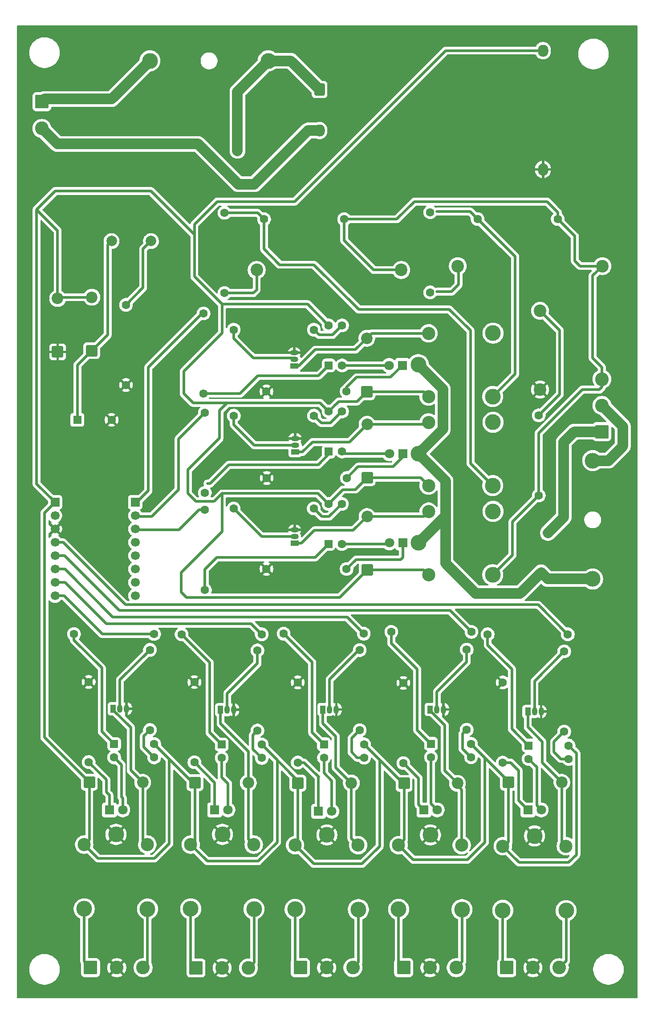
<source format=gbr>
%TF.GenerationSoftware,KiCad,Pcbnew,9.0.7*%
%TF.CreationDate,2026-02-23T21:41:38+05:30*%
%TF.ProjectId,Home_Automation,486f6d65-5f41-4757-946f-6d6174696f6e,rev?*%
%TF.SameCoordinates,Original*%
%TF.FileFunction,Copper,L1,Top*%
%TF.FilePolarity,Positive*%
%FSLAX46Y46*%
G04 Gerber Fmt 4.6, Leading zero omitted, Abs format (unit mm)*
G04 Created by KiCad (PCBNEW 9.0.7) date 2026-02-23 21:41:38*
%MOMM*%
%LPD*%
G01*
G04 APERTURE LIST*
G04 Aperture macros list*
%AMRoundRect*
0 Rectangle with rounded corners*
0 $1 Rounding radius*
0 $2 $3 $4 $5 $6 $7 $8 $9 X,Y pos of 4 corners*
0 Add a 4 corners polygon primitive as box body*
4,1,4,$2,$3,$4,$5,$6,$7,$8,$9,$2,$3,0*
0 Add four circle primitives for the rounded corners*
1,1,$1+$1,$2,$3*
1,1,$1+$1,$4,$5*
1,1,$1+$1,$6,$7*
1,1,$1+$1,$8,$9*
0 Add four rect primitives between the rounded corners*
20,1,$1+$1,$2,$3,$4,$5,0*
20,1,$1+$1,$4,$5,$6,$7,0*
20,1,$1+$1,$6,$7,$8,$9,0*
20,1,$1+$1,$8,$9,$2,$3,0*%
G04 Aperture macros list end*
%TA.AperFunction,ComponentPad*%
%ADD10R,1.800000X1.800000*%
%TD*%
%TA.AperFunction,ComponentPad*%
%ADD11C,1.800000*%
%TD*%
%TA.AperFunction,ComponentPad*%
%ADD12RoundRect,0.250000X-0.550000X-0.550000X0.550000X-0.550000X0.550000X0.550000X-0.550000X0.550000X0*%
%TD*%
%TA.AperFunction,ComponentPad*%
%ADD13C,1.600000*%
%TD*%
%TA.AperFunction,ComponentPad*%
%ADD14RoundRect,0.250000X-1.050000X-1.050000X1.050000X-1.050000X1.050000X1.050000X-1.050000X1.050000X0*%
%TD*%
%TA.AperFunction,ComponentPad*%
%ADD15C,2.600000*%
%TD*%
%TA.AperFunction,ComponentPad*%
%ADD16RoundRect,0.249999X0.850001X-0.850001X0.850001X0.850001X-0.850001X0.850001X-0.850001X-0.850001X0*%
%TD*%
%TA.AperFunction,ComponentPad*%
%ADD17C,2.200000*%
%TD*%
%TA.AperFunction,ComponentPad*%
%ADD18R,1.600000X1.600000*%
%TD*%
%TA.AperFunction,ComponentPad*%
%ADD19C,3.000000*%
%TD*%
%TA.AperFunction,ComponentPad*%
%ADD20C,2.500000*%
%TD*%
%TA.AperFunction,ComponentPad*%
%ADD21RoundRect,0.250000X0.550000X-0.550000X0.550000X0.550000X-0.550000X0.550000X-0.550000X-0.550000X0*%
%TD*%
%TA.AperFunction,ComponentPad*%
%ADD22R,1.500000X1.050000*%
%TD*%
%TA.AperFunction,ComponentPad*%
%ADD23O,1.500000X1.050000*%
%TD*%
%TA.AperFunction,ComponentPad*%
%ADD24C,2.400000*%
%TD*%
%TA.AperFunction,ComponentPad*%
%ADD25RoundRect,0.249999X-0.850001X-0.850001X0.850001X-0.850001X0.850001X0.850001X-0.850001X0.850001X0*%
%TD*%
%TA.AperFunction,ComponentPad*%
%ADD26C,2.000000*%
%TD*%
%TA.AperFunction,ComponentPad*%
%ADD27R,1.050000X1.500000*%
%TD*%
%TA.AperFunction,ComponentPad*%
%ADD28O,1.050000X1.500000*%
%TD*%
%TA.AperFunction,ComponentPad*%
%ADD29RoundRect,0.250000X-0.750000X-0.900000X0.750000X-0.900000X0.750000X0.900000X-0.750000X0.900000X0*%
%TD*%
%TA.AperFunction,ComponentPad*%
%ADD30O,2.000000X2.300000*%
%TD*%
%TA.AperFunction,ComponentPad*%
%ADD31RoundRect,0.250000X-1.050000X1.050000X-1.050000X-1.050000X1.050000X-1.050000X1.050000X1.050000X0*%
%TD*%
%TA.AperFunction,ComponentPad*%
%ADD32R,1.700000X1.700000*%
%TD*%
%TA.AperFunction,ComponentPad*%
%ADD33C,1.700000*%
%TD*%
%TA.AperFunction,ComponentPad*%
%ADD34RoundRect,0.250000X1.050000X-1.050000X1.050000X1.050000X-1.050000X1.050000X-1.050000X-1.050000X0*%
%TD*%
%TA.AperFunction,Conductor*%
%ADD35C,2.000000*%
%TD*%
%TA.AperFunction,Conductor*%
%ADD36C,0.500000*%
%TD*%
%TA.AperFunction,Conductor*%
%ADD37C,0.200000*%
%TD*%
G04 APERTURE END LIST*
D10*
%TO.P,D2,1,K*%
%TO.N,Net-(D2-K)*%
X50110000Y-161672500D03*
D11*
%TO.P,D2,2,A*%
%TO.N,Net-(D2-A)*%
X52650000Y-161672500D03*
%TD*%
D12*
%TO.P,U5,1*%
%TO.N,Net-(R5-Pad1)*%
X109800000Y-149432500D03*
D13*
%TO.P,U5,2*%
%TO.N,Net-(D5-A)*%
X109800000Y-151972500D03*
%TO.P,U5,3*%
%TO.N,Net-(R20-Pad2)*%
X117420000Y-151972500D03*
%TO.P,U5,4*%
%TO.N,/VCC*%
X117420000Y-149432500D03*
%TD*%
D14*
%TO.P,J5,1,Pin_1*%
%TO.N,/10*%
X46550000Y-191722500D03*
D15*
%TO.P,J5,2,Pin_2*%
%TO.N,GND*%
X51550000Y-191722500D03*
%TO.P,J5,3,Pin_3*%
%TO.N,/ii*%
X56550000Y-191722500D03*
%TD*%
D16*
%TO.P,D16,1,K*%
%TO.N,/VCC*%
X79100000Y-98500000D03*
D17*
%TO.P,D16,2,A*%
%TO.N,/G*%
X79100000Y-88340000D03*
%TD*%
D12*
%TO.P,U3,1*%
%TO.N,Net-(R3-Pad1)*%
X70895000Y-149197500D03*
D13*
%TO.P,U3,2*%
%TO.N,Net-(D3-A)*%
X70895000Y-151737500D03*
%TO.P,U3,3*%
%TO.N,Net-(R19-Pad2)*%
X78515000Y-151737500D03*
%TO.P,U3,4*%
%TO.N,/VCC*%
X78515000Y-149197500D03*
%TD*%
%TO.P,R15,1*%
%TO.N,GND*%
X60010000Y-98550000D03*
%TO.P,R15,2*%
%TO.N,Net-(D7-K)*%
X75250000Y-98550000D03*
%TD*%
%TO.P,R30,1*%
%TO.N,GND*%
X33250000Y-80870000D03*
%TO.P,R30,2*%
%TO.N,Net-(C4-Pad2)*%
X33250000Y-65630000D03*
%TD*%
D14*
%TO.P,J7,1,Pin_1*%
%TO.N,/12*%
X86050000Y-191672500D03*
D15*
%TO.P,J7,2,Pin_2*%
%TO.N,GND*%
X91050000Y-191672500D03*
%TO.P,J7,3,Pin_3*%
%TO.N,/iv*%
X96050000Y-191672500D03*
%TD*%
D13*
%TO.P,R18,1*%
%TO.N,Net-(Q2-B)*%
X58250000Y-131332500D03*
%TO.P,R18,2*%
%TO.N,Net-(R18-Pad2)*%
X58250000Y-146572500D03*
%TD*%
D10*
%TO.P,D3,1,K*%
%TO.N,Net-(D3-K)*%
X69860000Y-161922500D03*
D11*
%TO.P,D3,2,A*%
%TO.N,Net-(D3-A)*%
X72400000Y-161922500D03*
%TD*%
D13*
%TO.P,R2,1*%
%TO.N,Net-(R2-Pad1)*%
X43810000Y-128272500D03*
%TO.P,R2,2*%
%TO.N,/1*%
X59050000Y-128272500D03*
%TD*%
D12*
%TO.P,U2,1*%
%TO.N,Net-(R2-Pad1)*%
X51445000Y-149247500D03*
D13*
%TO.P,U2,2*%
%TO.N,Net-(D2-A)*%
X51445000Y-151787500D03*
%TO.P,U2,3*%
%TO.N,Net-(R18-Pad2)*%
X59065000Y-151787500D03*
%TO.P,U2,4*%
%TO.N,/VCC*%
X59065000Y-149247500D03*
%TD*%
D18*
%TO.P,BZ1,1,+*%
%TO.N,/BUZZER*%
X24000000Y-87500000D03*
D13*
%TO.P,BZ1,2,-*%
%TO.N,GND*%
X30500000Y-87500000D03*
%TD*%
%TO.P,R20,1*%
%TO.N,Net-(Q5-B)*%
X116600000Y-131532500D03*
%TO.P,R20,2*%
%TO.N,Net-(R20-Pad2)*%
X116600000Y-146772500D03*
%TD*%
%TO.P,R24,1*%
%TO.N,Net-(Q4-B)*%
X98050000Y-131182500D03*
%TO.P,R24,2*%
%TO.N,Net-(R24-Pad2)*%
X98050000Y-146422500D03*
%TD*%
D19*
%TO.P,K7,1*%
%TO.N,/AC*%
X88850000Y-93950000D03*
D20*
%TO.P,K7,2*%
%TO.N,/VCC*%
X90800000Y-100000000D03*
D19*
%TO.P,K7,3*%
%TO.N,/15*%
X103000000Y-100000000D03*
%TO.P,K7,4*%
%TO.N,unconnected-(K7-Pad4)*%
X103050000Y-87950000D03*
D20*
%TO.P,K7,5*%
%TO.N,/G*%
X90800000Y-88000000D03*
%TD*%
D21*
%TO.P,U6,1*%
%TO.N,Net-(R6-Pad1)*%
X71810000Y-77150000D03*
D13*
%TO.P,U6,2*%
%TO.N,Net-(D6-A)*%
X74350000Y-77150000D03*
%TO.P,U6,3*%
%TO.N,Net-(R21-Pad2)*%
X74350000Y-69530000D03*
%TO.P,U6,4*%
%TO.N,/VCC*%
X71810000Y-69530000D03*
%TD*%
D22*
%TO.P,Q6,1,C*%
%TO.N,/F*%
X65250000Y-77270000D03*
D23*
%TO.P,Q6,2,B*%
%TO.N,Net-(Q6-B)*%
X65250000Y-76000000D03*
%TO.P,Q6,3,E*%
%TO.N,GND*%
X65250000Y-74730000D03*
%TD*%
D13*
%TO.P,R13,1*%
%TO.N,GND*%
X104900000Y-137432500D03*
%TO.P,R13,2*%
%TO.N,Net-(D5-K)*%
X104900000Y-152672500D03*
%TD*%
D21*
%TO.P,U7,1*%
%TO.N,Net-(R7-Pad1)*%
X71810000Y-93520000D03*
D13*
%TO.P,U7,2*%
%TO.N,Net-(D7-A)*%
X74350000Y-93520000D03*
%TO.P,U7,3*%
%TO.N,Net-(R22-Pad2)*%
X74350000Y-85900000D03*
%TO.P,U7,4*%
%TO.N,/VCC*%
X71810000Y-85900000D03*
%TD*%
D24*
%TO.P,C2,1*%
%TO.N,Net-(C2-Pad1)*%
X96350000Y-58250000D03*
%TO.P,C2,2*%
%TO.N,/16*%
X123850000Y-58250000D03*
%TD*%
D10*
%TO.P,D7,1,K*%
%TO.N,Net-(D7-K)*%
X85890000Y-93950000D03*
D11*
%TO.P,D7,2,A*%
%TO.N,Net-(D7-A)*%
X83350000Y-93950000D03*
%TD*%
D13*
%TO.P,R25,1*%
%TO.N,/16*%
X111750000Y-101870000D03*
%TO.P,R25,2*%
%TO.N,Net-(C1-Pad1)*%
X111750000Y-86630000D03*
%TD*%
D25*
%TO.P,D9,1,K*%
%TO.N,/VCC*%
X26270000Y-156422500D03*
D17*
%TO.P,D9,2,A*%
%TO.N,/A*%
X36430000Y-156422500D03*
%TD*%
D26*
%TO.P,C4,1*%
%TO.N,/BUZZER*%
X30500000Y-53500000D03*
%TO.P,C4,2*%
%TO.N,Net-(C4-Pad2)*%
X38000000Y-53500000D03*
%TD*%
D13*
%TO.P,R28,1*%
%TO.N,/15*%
X59510000Y-49350000D03*
%TO.P,R28,2*%
%TO.N,/16*%
X74750000Y-49350000D03*
%TD*%
D19*
%TO.P,K5,1*%
%TO.N,GND*%
X110950000Y-166622500D03*
D20*
%TO.P,K5,2*%
%TO.N,/VCC*%
X104900000Y-168572500D03*
D19*
%TO.P,K5,3*%
%TO.N,/13*%
X104900000Y-180772500D03*
%TO.P,K5,4*%
%TO.N,/v*%
X116950000Y-180822500D03*
D20*
%TO.P,K5,5*%
%TO.N,/E*%
X116900000Y-168572500D03*
%TD*%
D13*
%TO.P,R3,1*%
%TO.N,Net-(R3-Pad1)*%
X63230000Y-128172500D03*
%TO.P,R3,2*%
%TO.N,/2*%
X78470000Y-128172500D03*
%TD*%
D16*
%TO.P,D15,1,K*%
%TO.N,/VCC*%
X79100000Y-116030000D03*
D17*
%TO.P,D15,2,A*%
%TO.N,/H*%
X79100000Y-105870000D03*
%TD*%
D13*
%TO.P,R21,1*%
%TO.N,Net-(Q6-B)*%
X53730000Y-70350000D03*
%TO.P,R21,2*%
%TO.N,Net-(R21-Pad2)*%
X68970000Y-70350000D03*
%TD*%
D19*
%TO.P,K3,1*%
%TO.N,GND*%
X71450000Y-166422500D03*
D20*
%TO.P,K3,2*%
%TO.N,/VCC*%
X65400000Y-168372500D03*
D19*
%TO.P,K3,3*%
%TO.N,/11*%
X65400000Y-180572500D03*
%TO.P,K3,4*%
%TO.N,/iii*%
X77450000Y-180622500D03*
D20*
%TO.P,K3,5*%
%TO.N,/C*%
X77400000Y-168372500D03*
%TD*%
D27*
%TO.P,Q1,1,C*%
%TO.N,/A*%
X30830000Y-142432500D03*
D28*
%TO.P,Q1,2,B*%
%TO.N,Net-(Q1-B)*%
X32100000Y-142432500D03*
%TO.P,Q1,3,E*%
%TO.N,GND*%
X33370000Y-142432500D03*
%TD*%
D25*
%TO.P,D11,1,K*%
%TO.N,/VCC*%
X65950000Y-156572500D03*
D17*
%TO.P,D11,2,A*%
%TO.N,/C*%
X76110000Y-156572500D03*
%TD*%
D13*
%TO.P,R8,1*%
%TO.N,Net-(R8-Pad1)*%
X48250000Y-119870000D03*
%TO.P,R8,2*%
%TO.N,/7*%
X48250000Y-104630000D03*
%TD*%
D19*
%TO.P,K8,1*%
%TO.N,/AC*%
X88850000Y-110900000D03*
D20*
%TO.P,K8,2*%
%TO.N,/VCC*%
X90800000Y-116950000D03*
D19*
%TO.P,K8,3*%
%TO.N,/16*%
X103000000Y-116950000D03*
%TO.P,K8,4*%
%TO.N,unconnected-(K8-Pad4)*%
X103050000Y-104900000D03*
D20*
%TO.P,K8,5*%
%TO.N,/H*%
X90800000Y-104950000D03*
%TD*%
D13*
%TO.P,R4,1*%
%TO.N,Net-(R4-Pad1)*%
X83700000Y-127822500D03*
%TO.P,R4,2*%
%TO.N,/3*%
X98940000Y-127822500D03*
%TD*%
D22*
%TO.P,Q8,1,C*%
%TO.N,/H*%
X65300000Y-110970000D03*
D23*
%TO.P,Q8,2,B*%
%TO.N,Net-(Q8-B)*%
X65300000Y-109700000D03*
%TO.P,Q8,3,E*%
%TO.N,GND*%
X65300000Y-108430000D03*
%TD*%
D25*
%TO.P,D12,1,K*%
%TO.N,/VCC*%
X86130000Y-156622500D03*
D17*
%TO.P,D12,2,A*%
%TO.N,/D*%
X96290000Y-156622500D03*
%TD*%
D29*
%TO.P,PS1,1,AC/L*%
%TO.N,Net-(PS1-AC{slash}L)*%
X70052500Y-24672500D03*
D30*
%TO.P,PS1,2,AC/N*%
%TO.N,Net-(J3-Pin_2)*%
X70052500Y-32472500D03*
%TO.P,PS1,3,-Vout*%
%TO.N,/VCC*%
X112552500Y-17272500D03*
%TO.P,PS1,4,+Vout*%
%TO.N,GND*%
X112552500Y-39872500D03*
%TD*%
D19*
%TO.P,K4,1*%
%TO.N,GND*%
X91150000Y-166422500D03*
D20*
%TO.P,K4,2*%
%TO.N,/VCC*%
X85100000Y-168372500D03*
D19*
%TO.P,K4,3*%
%TO.N,/12*%
X85100000Y-180572500D03*
%TO.P,K4,4*%
%TO.N,/iv*%
X97150000Y-180622500D03*
D20*
%TO.P,K4,5*%
%TO.N,/D*%
X97100000Y-168372500D03*
%TD*%
D13*
%TO.P,R23,1*%
%TO.N,Net-(Q8-B)*%
X53710000Y-104350000D03*
%TO.P,R23,2*%
%TO.N,Net-(R23-Pad2)*%
X68950000Y-104350000D03*
%TD*%
%TO.P,R26,1*%
%TO.N,/14*%
X100110000Y-49300000D03*
%TO.P,R26,2*%
%TO.N,/16*%
X115350000Y-49300000D03*
%TD*%
%TO.P,R16,1*%
%TO.N,GND*%
X59960000Y-115850000D03*
%TO.P,R16,2*%
%TO.N,Net-(D8-K)*%
X75200000Y-115850000D03*
%TD*%
D19*
%TO.P,F2,1*%
%TO.N,/POWER*%
X122000000Y-95250000D03*
%TO.P,F2,2*%
%TO.N,/AC*%
X122000000Y-117750000D03*
%TD*%
D13*
%TO.P,R22,1*%
%TO.N,Net-(Q7-B)*%
X53760000Y-86700000D03*
%TO.P,R22,2*%
%TO.N,Net-(R22-Pad2)*%
X69000000Y-86700000D03*
%TD*%
D16*
%TO.P,D17,1,K*%
%TO.N,GND*%
X20250000Y-74580000D03*
D17*
%TO.P,D17,2,A*%
%TO.N,/VCC*%
X20250000Y-64420000D03*
%TD*%
D13*
%TO.P,R5,1*%
%TO.N,Net-(R5-Pad1)*%
X102030000Y-128272500D03*
%TO.P,R5,2*%
%TO.N,/4*%
X117270000Y-128272500D03*
%TD*%
D21*
%TO.P,U8,1*%
%TO.N,Net-(R8-Pad1)*%
X71760000Y-111100000D03*
D13*
%TO.P,U8,2*%
%TO.N,Net-(D8-A)*%
X74300000Y-111100000D03*
%TO.P,U8,3*%
%TO.N,Net-(R23-Pad2)*%
X74300000Y-103480000D03*
%TO.P,U8,4*%
%TO.N,/VCC*%
X71760000Y-103480000D03*
%TD*%
D12*
%TO.P,U1,1*%
%TO.N,Net-(R1-Pad1)*%
X30995000Y-149147500D03*
D13*
%TO.P,U1,2*%
%TO.N,Net-(D1-A)*%
X30995000Y-151687500D03*
%TO.P,U1,3*%
%TO.N,Net-(R17-Pad2)*%
X38615000Y-151687500D03*
%TO.P,U1,4*%
%TO.N,/VCC*%
X38615000Y-149147500D03*
%TD*%
D14*
%TO.P,J8,1,Pin_1*%
%TO.N,/13*%
X105650000Y-191672500D03*
D15*
%TO.P,J8,2,Pin_2*%
%TO.N,GND*%
X110650000Y-191672500D03*
%TO.P,J8,3,Pin_3*%
%TO.N,/v*%
X115650000Y-191672500D03*
%TD*%
D31*
%TO.P,J3,1,Pin_1*%
%TO.N,Net-(J3-Pin_1)*%
X17250000Y-27000000D03*
D15*
%TO.P,J3,2,Pin_2*%
%TO.N,Net-(J3-Pin_2)*%
X17250000Y-32080000D03*
%TD*%
D27*
%TO.P,Q5,1,C*%
%TO.N,/E*%
X109660000Y-142972500D03*
D28*
%TO.P,Q5,2,B*%
%TO.N,Net-(Q5-B)*%
X110930000Y-142972500D03*
%TO.P,Q5,3,E*%
%TO.N,GND*%
X112200000Y-142972500D03*
%TD*%
D13*
%TO.P,R9,1*%
%TO.N,GND*%
X26150000Y-137332500D03*
%TO.P,R9,2*%
%TO.N,Net-(D1-K)*%
X26150000Y-152572500D03*
%TD*%
D14*
%TO.P,J4,1,Pin_1*%
%TO.N,/9*%
X26500000Y-191672500D03*
D15*
%TO.P,J4,2,Pin_2*%
%TO.N,GND*%
X31500000Y-191672500D03*
%TO.P,J4,3,Pin_3*%
%TO.N,/i*%
X36500000Y-191672500D03*
%TD*%
D13*
%TO.P,R17,1*%
%TO.N,Net-(Q1-B)*%
X37800000Y-131232500D03*
%TO.P,R17,2*%
%TO.N,Net-(R17-Pad2)*%
X37800000Y-146472500D03*
%TD*%
%TO.P,R19,1*%
%TO.N,Net-(Q3-B)*%
X77700000Y-131282500D03*
%TO.P,R19,2*%
%TO.N,Net-(R19-Pad2)*%
X77700000Y-146522500D03*
%TD*%
D19*
%TO.P,K2,1*%
%TO.N,GND*%
X51600000Y-166322500D03*
D20*
%TO.P,K2,2*%
%TO.N,/VCC*%
X45550000Y-168272500D03*
D19*
%TO.P,K2,3*%
%TO.N,/10*%
X45550000Y-180472500D03*
%TO.P,K2,4*%
%TO.N,/ii*%
X57600000Y-180522500D03*
D20*
%TO.P,K2,5*%
%TO.N,/B*%
X57550000Y-168272500D03*
%TD*%
D13*
%TO.P,R14,1*%
%TO.N,GND*%
X59960000Y-82100000D03*
%TO.P,R14,2*%
%TO.N,Net-(D6-K)*%
X75200000Y-82100000D03*
%TD*%
%TO.P,R29,1*%
%TO.N,/15*%
X52000000Y-48130000D03*
%TO.P,R29,2*%
%TO.N,Net-(C3-Pad1)*%
X52000000Y-63370000D03*
%TD*%
D12*
%TO.P,U4,1*%
%TO.N,Net-(R4-Pad1)*%
X91245000Y-149097500D03*
D13*
%TO.P,U4,2*%
%TO.N,Net-(D4-A)*%
X91245000Y-151637500D03*
%TO.P,U4,3*%
%TO.N,Net-(R24-Pad2)*%
X98865000Y-151637500D03*
%TO.P,U4,4*%
%TO.N,/VCC*%
X98865000Y-149097500D03*
%TD*%
%TO.P,R27,1*%
%TO.N,/14*%
X91100000Y-48010000D03*
%TO.P,R27,2*%
%TO.N,Net-(C2-Pad1)*%
X91100000Y-63250000D03*
%TD*%
D10*
%TO.P,D4,1,K*%
%TO.N,Net-(D4-K)*%
X89900000Y-161672500D03*
D11*
%TO.P,D4,2,A*%
%TO.N,Net-(D4-A)*%
X92440000Y-161672500D03*
%TD*%
D19*
%TO.P,K1,1*%
%TO.N,GND*%
X31350000Y-166322500D03*
D20*
%TO.P,K1,2*%
%TO.N,/VCC*%
X25300000Y-168272500D03*
D19*
%TO.P,K1,3*%
%TO.N,/9*%
X25300000Y-180472500D03*
%TO.P,K1,4*%
%TO.N,/i*%
X37350000Y-180522500D03*
D20*
%TO.P,K1,5*%
%TO.N,/A*%
X37300000Y-168272500D03*
%TD*%
D13*
%TO.P,R10,1*%
%TO.N,GND*%
X46250000Y-137372500D03*
%TO.P,R10,2*%
%TO.N,Net-(D2-K)*%
X46250000Y-152612500D03*
%TD*%
D24*
%TO.P,C1,1*%
%TO.N,Net-(C1-Pad1)*%
X112000000Y-66750000D03*
%TO.P,C1,2*%
%TO.N,GND*%
X112000000Y-81750000D03*
%TD*%
D27*
%TO.P,Q2,1,C*%
%TO.N,/B*%
X51230000Y-142632500D03*
D28*
%TO.P,Q2,2,B*%
%TO.N,Net-(Q2-B)*%
X52500000Y-142632500D03*
%TO.P,Q2,3,E*%
%TO.N,GND*%
X53770000Y-142632500D03*
%TD*%
D32*
%TO.P,J1,1,Pin_1*%
%TO.N,/VCC*%
X19750000Y-103170000D03*
D33*
%TO.P,J1,2,Pin_2*%
%TO.N,unconnected-(J1-Pin_2-Pad2)*%
X19750000Y-105710000D03*
%TO.P,J1,3,Pin_3*%
%TO.N,GND*%
X19750000Y-108250000D03*
%TO.P,J1,4,Pin_4*%
%TO.N,/4*%
X19750000Y-110790000D03*
%TO.P,J1,5,Pin_5*%
%TO.N,/3*%
X19750000Y-113330000D03*
%TO.P,J1,6,Pin_6*%
%TO.N,/2*%
X19750000Y-115870000D03*
%TO.P,J1,7,Pin_7*%
%TO.N,/1*%
X19750000Y-118410000D03*
%TO.P,J1,8,Pin_8*%
%TO.N,/0*%
X19750000Y-120950000D03*
%TD*%
D34*
%TO.P,J9,1,Pin_1*%
%TO.N,/Neutral*%
X123750000Y-89750000D03*
D15*
%TO.P,J9,2,Pin_2*%
%TO.N,/POWER*%
X123750000Y-84750000D03*
%TO.P,J9,3,Pin_3*%
%TO.N,/16*%
X123750000Y-79750000D03*
%TD*%
D24*
%TO.P,C3,1*%
%TO.N,Net-(C3-Pad1)*%
X58100000Y-59000000D03*
%TO.P,C3,2*%
%TO.N,/16*%
X85600000Y-59000000D03*
%TD*%
D19*
%TO.P,F1,1*%
%TO.N,Net-(J3-Pin_1)*%
X37800000Y-19222500D03*
%TO.P,F1,2*%
%TO.N,Net-(PS1-AC{slash}L)*%
X60300000Y-19222500D03*
%TD*%
D10*
%TO.P,D8,1,K*%
%TO.N,Net-(D8-K)*%
X85870000Y-110900000D03*
D11*
%TO.P,D8,2,A*%
%TO.N,Net-(D8-A)*%
X83330000Y-110900000D03*
%TD*%
D32*
%TO.P,J2,1,Pin_1*%
%TO.N,/5*%
X35000000Y-103170000D03*
D33*
%TO.P,J2,2,Pin_2*%
%TO.N,/6*%
X35000000Y-105710000D03*
%TO.P,J2,3,Pin_3*%
%TO.N,/7*%
X35000000Y-108250000D03*
%TO.P,J2,4,Pin_4*%
%TO.N,unconnected-(J2-Pin_4-Pad4)*%
X35000000Y-110790000D03*
%TO.P,J2,5,Pin_5*%
%TO.N,unconnected-(J2-Pin_5-Pad5)*%
X35000000Y-113330000D03*
%TO.P,J2,6,Pin_6*%
%TO.N,unconnected-(J2-Pin_6-Pad6)*%
X35000000Y-115870000D03*
%TO.P,J2,7,Pin_7*%
%TO.N,unconnected-(J2-Pin_7-Pad7)*%
X35000000Y-118410000D03*
%TO.P,J2,8,Pin_8*%
%TO.N,unconnected-(J2-Pin_8-Pad8)*%
X35000000Y-120950000D03*
%TD*%
D10*
%TO.P,D1,1,K*%
%TO.N,Net-(D1-K)*%
X30110000Y-161672500D03*
D11*
%TO.P,D1,2,A*%
%TO.N,Net-(D1-A)*%
X32650000Y-161672500D03*
%TD*%
D10*
%TO.P,D6,1,K*%
%TO.N,Net-(D6-K)*%
X85820000Y-77150000D03*
D11*
%TO.P,D6,2,A*%
%TO.N,Net-(D6-A)*%
X83280000Y-77150000D03*
%TD*%
D25*
%TO.P,D13,1,K*%
%TO.N,/VCC*%
X105980000Y-156422500D03*
D17*
%TO.P,D13,2,A*%
%TO.N,/E*%
X116140000Y-156422500D03*
%TD*%
D27*
%TO.P,Q3,1,C*%
%TO.N,/C*%
X70710000Y-142572500D03*
D28*
%TO.P,Q3,2,B*%
%TO.N,Net-(Q3-B)*%
X71980000Y-142572500D03*
%TO.P,Q3,3,E*%
%TO.N,GND*%
X73250000Y-142572500D03*
%TD*%
D13*
%TO.P,R11,1*%
%TO.N,GND*%
X65900000Y-137422500D03*
%TO.P,R11,2*%
%TO.N,Net-(D3-K)*%
X65900000Y-152662500D03*
%TD*%
D11*
%TO.P,RV1,1*%
%TO.N,Net-(J3-Pin_2)*%
X46950000Y-35022500D03*
%TO.P,RV1,2*%
%TO.N,Net-(PS1-AC{slash}L)*%
X54450000Y-36322500D03*
%TD*%
D10*
%TO.P,D5,1,K*%
%TO.N,Net-(D5-K)*%
X109690000Y-161672500D03*
D11*
%TO.P,D5,2,A*%
%TO.N,Net-(D5-A)*%
X112230000Y-161672500D03*
%TD*%
D27*
%TO.P,Q4,1,C*%
%TO.N,/D*%
X91110000Y-142572500D03*
D28*
%TO.P,Q4,2,B*%
%TO.N,Net-(Q4-B)*%
X92380000Y-142572500D03*
%TO.P,Q4,3,E*%
%TO.N,GND*%
X93650000Y-142572500D03*
%TD*%
D13*
%TO.P,R12,1*%
%TO.N,GND*%
X86000000Y-137522500D03*
%TO.P,R12,2*%
%TO.N,Net-(D4-K)*%
X86000000Y-152762500D03*
%TD*%
D25*
%TO.P,D10,1,K*%
%TO.N,/VCC*%
X46350000Y-156522500D03*
D17*
%TO.P,D10,2,A*%
%TO.N,/B*%
X56510000Y-156522500D03*
%TD*%
D13*
%TO.P,R7,1*%
%TO.N,Net-(R7-Pad1)*%
X48250000Y-101370000D03*
%TO.P,R7,2*%
%TO.N,/6*%
X48250000Y-86130000D03*
%TD*%
%TO.P,R1,1*%
%TO.N,Net-(R1-Pad1)*%
X23360000Y-128222500D03*
%TO.P,R1,2*%
%TO.N,/0*%
X38600000Y-128222500D03*
%TD*%
D16*
%TO.P,D14,1,K*%
%TO.N,/VCC*%
X79050000Y-82130000D03*
D17*
%TO.P,D14,2,A*%
%TO.N,/F*%
X79050000Y-71970000D03*
%TD*%
D11*
%TO.P,RV2,1*%
%TO.N,/Neutral*%
X113500000Y-109000000D03*
%TO.P,RV2,2*%
%TO.N,/AC*%
X112200000Y-116500000D03*
%TD*%
D13*
%TO.P,R6,1*%
%TO.N,Net-(R6-Pad1)*%
X48000000Y-82500000D03*
%TO.P,R6,2*%
%TO.N,/5*%
X48000000Y-67260000D03*
%TD*%
D19*
%TO.P,K6,1*%
%TO.N,/AC*%
X88850000Y-77000000D03*
D20*
%TO.P,K6,2*%
%TO.N,/VCC*%
X90800000Y-83050000D03*
D19*
%TO.P,K6,3*%
%TO.N,/14*%
X103000000Y-83050000D03*
%TO.P,K6,4*%
%TO.N,unconnected-(K6-Pad4)*%
X103050000Y-71000000D03*
D20*
%TO.P,K6,5*%
%TO.N,/F*%
X90800000Y-71050000D03*
%TD*%
D16*
%TO.P,D18,1,K*%
%TO.N,/BUZZER*%
X26750000Y-74330000D03*
D17*
%TO.P,D18,2,A*%
%TO.N,/VCC*%
X26750000Y-64170000D03*
%TD*%
D14*
%TO.P,J6,1,Pin_1*%
%TO.N,/11*%
X66400000Y-191672500D03*
D15*
%TO.P,J6,2,Pin_2*%
%TO.N,GND*%
X71400000Y-191672500D03*
%TO.P,J6,3,Pin_3*%
%TO.N,/iii*%
X76400000Y-191672500D03*
%TD*%
D22*
%TO.P,Q7,1,C*%
%TO.N,/G*%
X65400000Y-93590000D03*
D23*
%TO.P,Q7,2,B*%
%TO.N,Net-(Q7-B)*%
X65400000Y-92320000D03*
%TO.P,Q7,3,E*%
%TO.N,GND*%
X65400000Y-91050000D03*
%TD*%
D35*
%TO.N,/Neutral*%
X118500000Y-89750000D02*
X123750000Y-89750000D01*
X116500000Y-91750000D02*
X118500000Y-89750000D01*
X116500000Y-106000000D02*
X116500000Y-91750000D01*
X113500000Y-109000000D02*
X116500000Y-106000000D01*
D36*
%TO.N,/16*%
X106750000Y-113200000D02*
X103000000Y-116950000D01*
X106750000Y-106870000D02*
X106750000Y-113200000D01*
X111750000Y-101870000D02*
X106750000Y-106870000D01*
D35*
%TO.N,/AC*%
X94000000Y-114750000D02*
X94000000Y-104750000D01*
X108200000Y-120500000D02*
X99750000Y-120500000D01*
X112200000Y-116500000D02*
X108200000Y-120500000D01*
X99750000Y-120500000D02*
X94000000Y-114750000D01*
D36*
%TO.N,Net-(D1-A)*%
X30995000Y-151687500D02*
X32400000Y-153092500D01*
X32400000Y-159172500D02*
X32650000Y-159422500D01*
X32650000Y-159422500D02*
X32650000Y-161672500D01*
X32400000Y-153092500D02*
X32400000Y-159172500D01*
%TO.N,Net-(D1-K)*%
X29500000Y-155922500D02*
X29500000Y-158272500D01*
X26150000Y-152572500D02*
X29500000Y-155922500D01*
X30110000Y-158882500D02*
X30110000Y-161672500D01*
X29500000Y-158272500D02*
X30110000Y-158882500D01*
%TO.N,Net-(D2-K)*%
X46250000Y-152612500D02*
X50110000Y-156472500D01*
X50110000Y-156472500D02*
X50110000Y-161672500D01*
%TO.N,Net-(D2-A)*%
X52650000Y-156672500D02*
X52650000Y-161672500D01*
X51445000Y-151787500D02*
X51445000Y-155467500D01*
X51445000Y-155467500D02*
X52650000Y-156672500D01*
D37*
%TO.N,Net-(D3-K)*%
X69900000Y-155422500D02*
X69860000Y-155462500D01*
D36*
X65900000Y-152662500D02*
X67140000Y-152662500D01*
X67140000Y-152662500D02*
X69900000Y-155422500D01*
X69860000Y-155462500D02*
X69860000Y-161922500D01*
%TO.N,Net-(D3-A)*%
X72400000Y-156172500D02*
X72400000Y-161922500D01*
X70895000Y-154667500D02*
X72400000Y-156172500D01*
X70895000Y-151737500D02*
X70895000Y-154667500D01*
%TO.N,Net-(D4-A)*%
X91245000Y-160477500D02*
X92440000Y-161672500D01*
X91245000Y-151637500D02*
X91245000Y-160477500D01*
%TO.N,Net-(D4-K)*%
X89900000Y-161672500D02*
X88900000Y-160672500D01*
X88900000Y-155662500D02*
X86000000Y-152762500D01*
X88900000Y-160672500D02*
X88900000Y-155662500D01*
%TO.N,Net-(D5-K)*%
X107900000Y-154172500D02*
X107900000Y-159882500D01*
X104900000Y-152672500D02*
X106400000Y-152672500D01*
X106400000Y-152672500D02*
X107900000Y-154172500D01*
X107900000Y-159882500D02*
X109690000Y-161672500D01*
%TO.N,Net-(D5-A)*%
X109800000Y-151972500D02*
X111400000Y-153572500D01*
X111400000Y-153572500D02*
X111400000Y-160842500D01*
X111400000Y-160842500D02*
X112230000Y-161672500D01*
%TO.N,Net-(D6-A)*%
X83280000Y-77150000D02*
X74350000Y-77150000D01*
%TO.N,Net-(D6-K)*%
X75200000Y-81300000D02*
X75200000Y-82100000D01*
X77100000Y-79400000D02*
X75200000Y-81300000D01*
X83570000Y-79400000D02*
X77100000Y-79400000D01*
X85820000Y-77150000D02*
X83570000Y-79400000D01*
%TO.N,Net-(D7-A)*%
X74780000Y-93950000D02*
X74350000Y-93520000D01*
X83350000Y-93950000D02*
X74780000Y-93950000D01*
%TO.N,Net-(D7-K)*%
X84020000Y-96400000D02*
X85890000Y-94530000D01*
X77400000Y-96400000D02*
X84020000Y-96400000D01*
X85890000Y-94530000D02*
X85890000Y-93950000D01*
X75250000Y-98550000D02*
X77400000Y-96400000D01*
%TO.N,Net-(D8-K)*%
X85870000Y-113680000D02*
X85870000Y-110900000D01*
X77000000Y-114050000D02*
X85500000Y-114050000D01*
X75200000Y-115850000D02*
X77000000Y-114050000D01*
X85500000Y-114050000D02*
X85870000Y-113680000D01*
%TO.N,Net-(D8-A)*%
X74300000Y-111100000D02*
X83130000Y-111100000D01*
D37*
X83130000Y-111100000D02*
X83330000Y-110900000D01*
D36*
%TO.N,/A*%
X36430000Y-167402500D02*
X37300000Y-168272500D01*
X36430000Y-156422500D02*
X36430000Y-167402500D01*
X34150000Y-145977500D02*
X34150000Y-154142500D01*
X34150000Y-154142500D02*
X36430000Y-156422500D01*
D37*
X30830000Y-142432500D02*
X30830000Y-142657500D01*
D36*
X30830000Y-142657500D02*
X34150000Y-145977500D01*
D37*
%TO.N,/VCC*%
X59065000Y-149247500D02*
X60166000Y-150348500D01*
D36*
X105980000Y-167784500D02*
X105980000Y-156422500D01*
X71810000Y-85900000D02*
X70160000Y-84250000D01*
X89880000Y-82130000D02*
X90800000Y-83050000D01*
X27950000Y-170922500D02*
X25300000Y-168272500D01*
X73710000Y-84000000D02*
X71810000Y-85900000D01*
X117400000Y-171672500D02*
X108000000Y-171672500D01*
X45000000Y-97000000D02*
X45000000Y-101500000D01*
X79050000Y-82130000D02*
X89880000Y-82130000D01*
X79100000Y-116030000D02*
X89880000Y-116030000D01*
D37*
X105980000Y-156212500D02*
X105980000Y-156422500D01*
D36*
X76850000Y-100750000D02*
X74490000Y-100750000D01*
X112552500Y-17272500D02*
X94050000Y-17272500D01*
X46350000Y-156522500D02*
X46350000Y-167472500D01*
D37*
X19700000Y-103120000D02*
X19750000Y-103170000D01*
D36*
X17750000Y-147902500D02*
X17750000Y-105170000D01*
X41500000Y-168072500D02*
X38650000Y-170922500D01*
X41500000Y-152032500D02*
X41500000Y-168072500D01*
X67780000Y-65500000D02*
X51500000Y-65500000D01*
X59065000Y-149247500D02*
X65950000Y-156132500D01*
X89300000Y-98500000D02*
X90800000Y-100000000D01*
X101500000Y-167822500D02*
X98150000Y-171172500D01*
X79050000Y-82130000D02*
X77180000Y-84000000D01*
X51000000Y-85750000D02*
X51000000Y-91000000D01*
X105192000Y-168572500D02*
X105980000Y-167784500D01*
X72911000Y-84799000D02*
X73061000Y-84649000D01*
X26270000Y-167302500D02*
X25300000Y-168272500D01*
X70160000Y-84250000D02*
X52500000Y-84250000D01*
X43750000Y-120250000D02*
X43750000Y-116500000D01*
X26270000Y-156422500D02*
X26270000Y-167302500D01*
X79100000Y-98500000D02*
X89300000Y-98500000D01*
X44250000Y-82500000D02*
X44250000Y-78250000D01*
X117420000Y-149432500D02*
X118900000Y-150912500D01*
X26750000Y-64170000D02*
X20500000Y-64170000D01*
D37*
X83242000Y-82130000D02*
X79050000Y-82130000D01*
D36*
X46250000Y-50322500D02*
X46250000Y-52250000D01*
D37*
X38615000Y-149147500D02*
X39716000Y-150248500D01*
D36*
X51500000Y-71000000D02*
X51500000Y-65500000D01*
X65950000Y-167822500D02*
X65400000Y-168372500D01*
X52500000Y-84250000D02*
X46000000Y-84250000D01*
X98150000Y-171172500D02*
X87900000Y-171172500D01*
X46000000Y-84250000D02*
X44250000Y-82500000D01*
X81500000Y-168572500D02*
X78150000Y-171922500D01*
X101500000Y-151732500D02*
X101500000Y-167822500D01*
X62000000Y-152182500D02*
X62000000Y-167822500D01*
X94050000Y-17272500D02*
X65322500Y-46000000D01*
X65950000Y-156572500D02*
X65950000Y-167822500D01*
X65322500Y-46000000D02*
X50572500Y-46000000D01*
X48700000Y-171422500D02*
X45550000Y-168272500D01*
X39716000Y-150248500D02*
X41500000Y-152032500D01*
X46350000Y-167472500D02*
X45550000Y-168272500D01*
X38000000Y-44000000D02*
X19750000Y-44000000D01*
X46250000Y-52250000D02*
X38000000Y-44000000D01*
X81500000Y-152182500D02*
X81500000Y-168572500D01*
X38650000Y-170922500D02*
X27950000Y-170922500D01*
X20250000Y-51500000D02*
X16250000Y-47500000D01*
X52500000Y-84250000D02*
X51000000Y-85750000D01*
D37*
X98865000Y-149097500D02*
X99966000Y-150198500D01*
X45990000Y-156522500D02*
X46350000Y-156522500D01*
D36*
X73880000Y-121250000D02*
X44750000Y-121250000D01*
X79616000Y-150298500D02*
X81500000Y-152182500D01*
X20250000Y-64420000D02*
X20250000Y-51500000D01*
X50572500Y-46000000D02*
X46250000Y-50322500D01*
X74490000Y-100750000D02*
X71760000Y-103480000D01*
X89880000Y-116030000D02*
X90800000Y-116950000D01*
X44750000Y-121250000D02*
X43750000Y-120250000D01*
X50000000Y-103000000D02*
X51500000Y-101500000D01*
X118900000Y-170172500D02*
X117400000Y-171672500D01*
X77180000Y-84000000D02*
X73710000Y-84000000D01*
X87900000Y-171172500D02*
X85100000Y-168372500D01*
D37*
X71760000Y-103480000D02*
X72861000Y-102379000D01*
X86266999Y-116030000D02*
X79100000Y-116030000D01*
D36*
X62000000Y-167822500D02*
X58400000Y-171422500D01*
D37*
X78515000Y-149197500D02*
X79616000Y-150298500D01*
X20500000Y-64170000D02*
X20250000Y-64420000D01*
X85940000Y-156622500D02*
X86130000Y-156622500D01*
X65950000Y-156132500D02*
X65950000Y-156572500D01*
D36*
X86130000Y-167342500D02*
X85100000Y-168372500D01*
X51500000Y-101500000D02*
X69780000Y-101500000D01*
X38615000Y-149147500D02*
X45990000Y-156522500D01*
X51000000Y-91000000D02*
X45000000Y-97000000D01*
X51500000Y-108750000D02*
X51500000Y-101500000D01*
X16250000Y-99670000D02*
X19500000Y-102920000D01*
X78515000Y-149197500D02*
X85940000Y-156622500D01*
D37*
X104900000Y-168572500D02*
X105192000Y-168572500D01*
D36*
X45000000Y-101500000D02*
X46500000Y-103000000D01*
X17750000Y-105170000D02*
X19750000Y-103170000D01*
X69780000Y-101500000D02*
X71760000Y-103480000D01*
X79100000Y-116030000D02*
X73880000Y-121250000D01*
X58400000Y-171422500D02*
X48700000Y-171422500D01*
X46250000Y-60250000D02*
X46250000Y-52250000D01*
X99966000Y-150198500D02*
X101500000Y-151732500D01*
X98865000Y-149097500D02*
X105980000Y-156212500D01*
X118900000Y-150912500D02*
X118900000Y-170172500D01*
X86130000Y-156622500D02*
X86130000Y-167342500D01*
X44250000Y-78250000D02*
X51500000Y-71000000D01*
X43750000Y-116500000D02*
X51500000Y-108750000D01*
X71810000Y-69530000D02*
X67780000Y-65500000D01*
D37*
X19500000Y-102920000D02*
X19750000Y-103170000D01*
D36*
X108000000Y-171672500D02*
X104900000Y-168572500D01*
X19750000Y-44000000D02*
X16250000Y-47500000D01*
X79100000Y-98500000D02*
X76850000Y-100750000D01*
D37*
X86846999Y-98500000D02*
X79100000Y-98500000D01*
D36*
X16250000Y-47500000D02*
X16250000Y-99670000D01*
X68950000Y-171922500D02*
X65400000Y-168372500D01*
X78150000Y-171922500D02*
X68950000Y-171922500D01*
X46500000Y-103000000D02*
X50000000Y-103000000D01*
X26270000Y-156422500D02*
X17750000Y-147902500D01*
X60166000Y-150348500D02*
X62000000Y-152182500D01*
X51500000Y-65500000D02*
X46250000Y-60250000D01*
%TO.N,/B*%
X56510000Y-167232500D02*
X57550000Y-168272500D01*
X51230000Y-145252500D02*
X56510000Y-150532500D01*
X56510000Y-156522500D02*
X56510000Y-167232500D01*
X56510000Y-150532500D02*
X56510000Y-156522500D01*
X51230000Y-142632500D02*
X51230000Y-145252500D01*
%TO.N,/C*%
X70710000Y-145232500D02*
X73150000Y-147672500D01*
X76110000Y-156572500D02*
X76110000Y-167082500D01*
X70710000Y-142572500D02*
X70710000Y-145232500D01*
X73150000Y-147672500D02*
X73150000Y-153612500D01*
X73150000Y-153612500D02*
X76110000Y-156572500D01*
X76110000Y-167082500D02*
X77400000Y-168372500D01*
D37*
%TO.N,/D*%
X91110000Y-142572500D02*
X91110000Y-142797500D01*
D36*
X91110000Y-142797500D02*
X93900000Y-145587500D01*
X96290000Y-157032500D02*
X97100000Y-157842500D01*
X93900000Y-154232500D02*
X96290000Y-156622500D01*
X93900000Y-145587500D02*
X93900000Y-154232500D01*
X97100000Y-157842500D02*
X97100000Y-168372500D01*
D37*
X96290000Y-156622500D02*
X96290000Y-157032500D01*
D36*
%TO.N,/E*%
X112400000Y-148672500D02*
X109660000Y-145932500D01*
X116140000Y-167812500D02*
X116900000Y-168572500D01*
X112400000Y-152682500D02*
X112400000Y-148672500D01*
X116140000Y-156422500D02*
X112400000Y-152682500D01*
X116140000Y-156422500D02*
X116140000Y-167812500D01*
X109660000Y-145932500D02*
X109660000Y-142972500D01*
%TO.N,/F*%
X66130000Y-77270000D02*
X65250000Y-77270000D01*
X90800000Y-71050000D02*
X79970000Y-71050000D01*
X76870000Y-74150000D02*
X69250000Y-74150000D01*
X69250000Y-74150000D02*
X66130000Y-77270000D01*
X79970000Y-71050000D02*
X79050000Y-71970000D01*
X79050000Y-71970000D02*
X76870000Y-74150000D01*
%TO.N,/H*%
X69100000Y-108500000D02*
X66630000Y-110970000D01*
X66630000Y-110970000D02*
X65300000Y-110970000D01*
X79100000Y-105870000D02*
X76470000Y-108500000D01*
X76470000Y-108500000D02*
X69100000Y-108500000D01*
X89880000Y-105870000D02*
X90800000Y-104950000D01*
X79100000Y-105870000D02*
X89880000Y-105870000D01*
%TO.N,/G*%
X66810000Y-93590000D02*
X65400000Y-93590000D01*
D37*
X90800000Y-88000000D02*
X90700000Y-88000000D01*
D36*
X75740000Y-91700000D02*
X68700000Y-91700000D01*
D37*
X90410000Y-88390000D02*
X90800000Y-88000000D01*
X79410000Y-88030000D02*
X79100000Y-88340000D01*
D36*
X68700000Y-91700000D02*
X66810000Y-93590000D01*
D37*
X90700000Y-88000000D02*
X90360000Y-88340000D01*
D36*
X79100000Y-88340000D02*
X75740000Y-91700000D01*
X90360000Y-88340000D02*
X79100000Y-88340000D01*
%TO.N,/4*%
X33172500Y-122672500D02*
X111670000Y-122672500D01*
X21290000Y-110790000D02*
X33172500Y-122672500D01*
X111670000Y-122672500D02*
X117270000Y-128272500D01*
X19750000Y-110790000D02*
X21290000Y-110790000D01*
%TO.N,/1*%
X19750000Y-118410000D02*
X21660000Y-118410000D01*
X57027500Y-126250000D02*
X59050000Y-128272500D01*
X29500000Y-126250000D02*
X57027500Y-126250000D01*
X21660000Y-118410000D02*
X29500000Y-126250000D01*
%TO.N,/0*%
X21450000Y-120950000D02*
X28722500Y-128222500D01*
X19750000Y-120950000D02*
X21450000Y-120950000D01*
X28722500Y-128222500D02*
X38600000Y-128222500D01*
%TO.N,/2*%
X75297500Y-125000000D02*
X78470000Y-128172500D01*
X19750000Y-115870000D02*
X21620000Y-115870000D01*
X30750000Y-125000000D02*
X75297500Y-125000000D01*
X21620000Y-115870000D02*
X30750000Y-125000000D01*
%TO.N,/3*%
X94867500Y-123750000D02*
X98940000Y-127822500D01*
X19750000Y-113330000D02*
X21580000Y-113330000D01*
X21580000Y-113330000D02*
X32000000Y-123750000D01*
X32000000Y-123750000D02*
X94867500Y-123750000D01*
%TO.N,/7*%
X43327500Y-108422500D02*
X35172500Y-108422500D01*
X35172500Y-108422500D02*
X35000000Y-108250000D01*
X48250000Y-104630000D02*
X47120000Y-104630000D01*
X47120000Y-104630000D02*
X43327500Y-108422500D01*
%TO.N,/6*%
X38117500Y-105882500D02*
X35172500Y-105882500D01*
X43250000Y-91130000D02*
X43250000Y-100750000D01*
X48250000Y-86130000D02*
X43250000Y-91130000D01*
X35172500Y-105882500D02*
X35000000Y-105710000D01*
X43250000Y-100750000D02*
X38117500Y-105882500D01*
%TO.N,/9*%
X25300000Y-190472500D02*
X26500000Y-191672500D01*
X25300000Y-180472500D02*
X25300000Y-190472500D01*
%TO.N,/5*%
X37500000Y-77500000D02*
X37500000Y-100985000D01*
X37500000Y-100985000D02*
X35315000Y-103170000D01*
X47750000Y-67250000D02*
X37500000Y-77500000D01*
X35315000Y-103170000D02*
X35000000Y-103170000D01*
%TO.N,/10*%
X45550000Y-180472500D02*
X45550000Y-190722500D01*
X45550000Y-190722500D02*
X46550000Y-191722500D01*
D35*
%TO.N,Net-(J3-Pin_1)*%
X17772500Y-26477500D02*
X30545000Y-26477500D01*
X17250000Y-27000000D02*
X17772500Y-26477500D01*
X30545000Y-26477500D02*
X37800000Y-19222500D01*
%TO.N,Net-(J3-Pin_2)*%
X67850000Y-32472500D02*
X70052500Y-32472500D01*
X17250000Y-32080000D02*
X20192500Y-35022500D01*
X20192500Y-35022500D02*
X46950000Y-35022500D01*
X46950000Y-35022500D02*
X54600000Y-42672500D01*
X54600000Y-42672500D02*
X57650000Y-42672500D01*
X57650000Y-42672500D02*
X67850000Y-32472500D01*
D36*
%TO.N,/11*%
X65400000Y-180572500D02*
X65400000Y-190672500D01*
X65400000Y-190672500D02*
X66400000Y-191672500D01*
%TO.N,/12*%
X85100000Y-180572500D02*
X85100000Y-190722500D01*
X85100000Y-190722500D02*
X86050000Y-191672500D01*
%TO.N,/13*%
X104900000Y-190922500D02*
X105650000Y-191672500D01*
X104900000Y-180772500D02*
X104900000Y-190922500D01*
%TO.N,/14*%
X92350000Y-47880000D02*
X98690000Y-47880000D01*
X103000000Y-83050000D02*
X107250000Y-78800000D01*
X105060000Y-54250000D02*
X100110000Y-49300000D01*
X107250000Y-56440000D02*
X105060000Y-54250000D01*
X98690000Y-47880000D02*
X100110000Y-49300000D01*
X107250000Y-78800000D02*
X107250000Y-56440000D01*
%TO.N,/15*%
X94750000Y-66500000D02*
X98750000Y-70500000D01*
X98750000Y-70500000D02*
X98750000Y-95750000D01*
X77500000Y-66500000D02*
X94750000Y-66500000D01*
X59510000Y-49350000D02*
X59510000Y-55010000D01*
X62500000Y-58000000D02*
X69000000Y-58000000D01*
X58290000Y-48130000D02*
X59510000Y-49350000D01*
X69000000Y-58000000D02*
X77500000Y-66500000D01*
X98750000Y-95750000D02*
X103000000Y-100000000D01*
X52000000Y-48130000D02*
X58290000Y-48130000D01*
X59510000Y-55010000D02*
X62500000Y-58000000D01*
%TO.N,Net-(Q1-B)*%
X32100000Y-142432500D02*
X32100000Y-136932500D01*
X32100000Y-136932500D02*
X37800000Y-131232500D01*
%TO.N,Net-(Q2-B)*%
X58250000Y-133822500D02*
X52500000Y-139572500D01*
X58250000Y-131332500D02*
X58250000Y-133822500D01*
X52500000Y-139572500D02*
X52500000Y-142632500D01*
D37*
%TO.N,Net-(Q3-B)*%
X77700000Y-131282500D02*
X77540000Y-131282500D01*
D36*
X71980000Y-136842500D02*
X71980000Y-142572500D01*
X77540000Y-131282500D02*
X71980000Y-136842500D01*
%TO.N,Net-(Q4-B)*%
X98050000Y-131182500D02*
X98050000Y-133522500D01*
X98050000Y-133522500D02*
X92380000Y-139192500D01*
X92380000Y-139192500D02*
X92380000Y-142572500D01*
%TO.N,Net-(Q5-B)*%
X110930000Y-142972500D02*
X110930000Y-137202500D01*
X110930000Y-137202500D02*
X116600000Y-131532500D01*
%TO.N,Net-(Q6-B)*%
X65000000Y-75750000D02*
X65250000Y-76000000D01*
X53730000Y-71980000D02*
X57500000Y-75750000D01*
X57500000Y-75750000D02*
X65000000Y-75750000D01*
X53730000Y-70350000D02*
X53730000Y-71980000D01*
%TO.N,Net-(Q7-B)*%
X57670000Y-92320000D02*
X65400000Y-92320000D01*
X53760000Y-86700000D02*
X53760000Y-88410000D01*
X53760000Y-88410000D02*
X57670000Y-92320000D01*
%TO.N,Net-(Q8-B)*%
X53710000Y-104350000D02*
X59060000Y-109700000D01*
X59060000Y-109700000D02*
X65300000Y-109700000D01*
%TO.N,Net-(R1-Pad1)*%
X23360000Y-129382500D02*
X23360000Y-128222500D01*
X30995000Y-149147500D02*
X28650000Y-146802500D01*
X28650000Y-146802500D02*
X28650000Y-134672500D01*
X28650000Y-134672500D02*
X23360000Y-129382500D01*
%TO.N,Net-(R2-Pad1)*%
X49150000Y-133612500D02*
X43810000Y-128272500D01*
X49150000Y-146952500D02*
X49150000Y-133612500D01*
X51445000Y-149247500D02*
X49150000Y-146952500D01*
%TO.N,Net-(R3-Pad1)*%
X68650000Y-146952500D02*
X68650000Y-133592500D01*
X68650000Y-133592500D02*
X63230000Y-128172500D01*
X70895000Y-149197500D02*
X68650000Y-146952500D01*
%TO.N,Net-(R4-Pad1)*%
X83700000Y-129972500D02*
X83700000Y-127822500D01*
X88650000Y-146502500D02*
X88650000Y-134922500D01*
X91245000Y-149097500D02*
X88650000Y-146502500D01*
X88650000Y-134922500D02*
X83700000Y-129972500D01*
%TO.N,Net-(R5-Pad1)*%
X106650000Y-146282500D02*
X106650000Y-134922500D01*
X106650000Y-134922500D02*
X102030000Y-130302500D01*
X102030000Y-130302500D02*
X102030000Y-128272500D01*
X109800000Y-149432500D02*
X106650000Y-146282500D01*
%TO.N,Net-(R6-Pad1)*%
X54950000Y-82500000D02*
X58350000Y-79100000D01*
X58350000Y-79100000D02*
X69860000Y-79100000D01*
X48000000Y-82500000D02*
X54950000Y-82500000D01*
X69860000Y-79100000D02*
X71810000Y-77150000D01*
%TO.N,Net-(R7-Pad1)*%
X49240000Y-99620000D02*
X52810000Y-96050000D01*
D37*
X71810000Y-94040000D02*
X71810000Y-93520000D01*
D36*
X69800000Y-96050000D02*
X71810000Y-94040000D01*
X52810000Y-96050000D02*
X69800000Y-96050000D01*
X48750000Y-99620000D02*
X49240000Y-99620000D01*
%TO.N,Net-(R8-Pad1)*%
X50520000Y-113650000D02*
X69210000Y-113650000D01*
X48250000Y-115920000D02*
X50520000Y-113650000D01*
X69210000Y-113650000D02*
X71760000Y-111100000D01*
X48250000Y-119870000D02*
X48250000Y-115920000D01*
%TO.N,Net-(R17-Pad2)*%
X36650000Y-147622500D02*
X36650000Y-149722500D01*
X36650000Y-149722500D02*
X38615000Y-151687500D01*
X37800000Y-146472500D02*
X36650000Y-147622500D01*
%TO.N,Net-(R18-Pad2)*%
X57400000Y-150122500D02*
X57400000Y-147422500D01*
X59065000Y-151787500D02*
X57400000Y-150122500D01*
X57400000Y-147422500D02*
X58250000Y-146572500D01*
%TO.N,Net-(R19-Pad2)*%
X76150000Y-150672500D02*
X76150000Y-148072500D01*
X78515000Y-151737500D02*
X77215000Y-151737500D01*
X77215000Y-151737500D02*
X76150000Y-150672500D01*
X76150000Y-148072500D02*
X77700000Y-146522500D01*
%TO.N,Net-(R20-Pad2)*%
X117420000Y-151972500D02*
X115950000Y-151972500D01*
X115950000Y-151972500D02*
X114650000Y-150672500D01*
X114650000Y-150672500D02*
X114650000Y-148722500D01*
X114650000Y-148722500D02*
X116600000Y-146772500D01*
%TO.N,Net-(R21-Pad2)*%
X72530000Y-71350000D02*
X74350000Y-69530000D01*
X69970000Y-71350000D02*
X72530000Y-71350000D01*
X68970000Y-70350000D02*
X69970000Y-71350000D01*
%TO.N,Net-(R22-Pad2)*%
X72150000Y-88100000D02*
X74350000Y-85900000D01*
X70400000Y-88100000D02*
X72150000Y-88100000D01*
X69000000Y-86700000D02*
X70400000Y-88100000D01*
%TO.N,Net-(R23-Pad2)*%
X71880000Y-105900000D02*
X74300000Y-103480000D01*
X68950000Y-104350000D02*
X70500000Y-105900000D01*
X70500000Y-105900000D02*
X71880000Y-105900000D01*
%TO.N,Net-(R24-Pad2)*%
X98865000Y-151637500D02*
X97250001Y-150022501D01*
X97250001Y-147222499D02*
X98050000Y-146422500D01*
X97250001Y-150022501D02*
X97250001Y-147222499D01*
%TO.N,/16*%
X122000000Y-60100000D02*
X123850000Y-58250000D01*
X113350000Y-46000000D02*
X115350000Y-48000000D01*
X122000000Y-75750000D02*
X122000000Y-60100000D01*
X111750000Y-101870000D02*
X111750000Y-90000000D01*
X74750000Y-49350000D02*
X82600000Y-49350000D01*
X88100000Y-46000000D02*
X113350000Y-46000000D01*
X119600000Y-58250000D02*
X123850000Y-58250000D01*
X115350000Y-48000000D02*
X115350000Y-49300000D01*
X118600000Y-57250000D02*
X119600000Y-58250000D01*
X118600000Y-52550000D02*
X118600000Y-57250000D01*
X115350000Y-49300000D02*
X118600000Y-52550000D01*
X74750000Y-49350000D02*
X74750000Y-53400000D01*
X123750000Y-81250000D02*
X123750000Y-79750000D01*
X123750000Y-79750000D02*
X123750000Y-77500000D01*
X82600000Y-49350000D02*
X84750000Y-49350000D01*
X84750000Y-49350000D02*
X88100000Y-46000000D01*
X120000000Y-81750000D02*
X123250000Y-81750000D01*
X123750000Y-77500000D02*
X122000000Y-75750000D01*
X111750000Y-90000000D02*
X120000000Y-81750000D01*
X80350000Y-59000000D02*
X85600000Y-59000000D01*
X123250000Y-81750000D02*
X123750000Y-81250000D01*
X74750000Y-53400000D02*
X80350000Y-59000000D01*
D35*
%TO.N,Net-(PS1-AC{slash}L)*%
X54450000Y-36322500D02*
X54450000Y-25072500D01*
X64602500Y-19222500D02*
X70052500Y-24672500D01*
X54450000Y-25072500D02*
X60300000Y-19222500D01*
X60300000Y-19222500D02*
X64602500Y-19222500D01*
D36*
%TO.N,Net-(C4-Pad2)*%
X38000000Y-53500000D02*
X36500000Y-55000000D01*
X36500000Y-62380000D02*
X33250000Y-65630000D01*
X36500000Y-55000000D02*
X36500000Y-62380000D01*
%TO.N,/i*%
X37350000Y-190822500D02*
X36500000Y-191672500D01*
X37350000Y-180522500D02*
X37350000Y-190822500D01*
%TO.N,/ii*%
X57600000Y-180522500D02*
X57600000Y-190672500D01*
X57600000Y-190672500D02*
X56550000Y-191722500D01*
%TO.N,/iii*%
X77450000Y-190622500D02*
X76400000Y-191672500D01*
X77450000Y-180622500D02*
X77450000Y-190622500D01*
%TO.N,/iv*%
X97150000Y-190572500D02*
X96050000Y-191672500D01*
X97150000Y-180622500D02*
X97150000Y-190572500D01*
%TO.N,/v*%
X116950000Y-190372500D02*
X115650000Y-191672500D01*
X116950000Y-180822500D02*
X116950000Y-190372500D01*
%TO.N,Net-(C3-Pad1)*%
X57480000Y-63370000D02*
X58100000Y-62750000D01*
X58100000Y-62750000D02*
X58100000Y-59000000D01*
X52000000Y-63370000D02*
X57480000Y-63370000D01*
%TO.N,Net-(C1-Pad1)*%
X115750000Y-82630000D02*
X115750000Y-70500000D01*
X111750000Y-86630000D02*
X115750000Y-82630000D01*
X115750000Y-70500000D02*
X112000000Y-66750000D01*
%TO.N,Net-(C2-Pad1)*%
X95130000Y-63120000D02*
X96500000Y-61750000D01*
X96500000Y-58400000D02*
X96350000Y-58250000D01*
X92350000Y-63120000D02*
X95130000Y-63120000D01*
X96500000Y-61750000D02*
X96500000Y-58400000D01*
D35*
%TO.N,/AC*%
X122000000Y-117750000D02*
X113450000Y-117750000D01*
%TO.N,/POWER*%
X127750000Y-92500000D02*
X125000000Y-95250000D01*
%TO.N,/AC*%
X113450000Y-117750000D02*
X112200000Y-116500000D01*
%TO.N,/POWER*%
X127750000Y-88750000D02*
X127750000Y-92500000D01*
%TO.N,/AC*%
X94000000Y-103250000D02*
X94000000Y-105750000D01*
X88850000Y-93950000D02*
X94000000Y-99100000D01*
X93500000Y-89300000D02*
X88850000Y-93950000D01*
X88850000Y-77000000D02*
X93500000Y-81650000D01*
%TO.N,/POWER*%
X123750000Y-84750000D02*
X127750000Y-88750000D01*
%TO.N,/AC*%
X94000000Y-105750000D02*
X88850000Y-110900000D01*
%TO.N,/POWER*%
X125000000Y-95250000D02*
X122000000Y-95250000D01*
%TO.N,/AC*%
X94000000Y-99100000D02*
X94000000Y-103250000D01*
X93500000Y-81650000D02*
X93500000Y-89300000D01*
D36*
%TO.N,/BUZZER*%
X24000000Y-77080000D02*
X26750000Y-74330000D01*
X24000000Y-87500000D02*
X24000000Y-77080000D01*
X29750000Y-71330000D02*
X29750000Y-54250000D01*
X26750000Y-74330000D02*
X29750000Y-71330000D01*
X29750000Y-54250000D02*
X30500000Y-53500000D01*
%TD*%
%TA.AperFunction,Conductor*%
%TO.N,GND*%
G36*
X112355703Y-153700017D02*
G01*
X112362181Y-153706049D01*
X114555817Y-155899685D01*
X114589302Y-155961008D01*
X114586068Y-156025680D01*
X114578910Y-156047710D01*
X114578910Y-156047711D01*
X114546487Y-156252426D01*
X114539500Y-156296538D01*
X114539500Y-156548462D01*
X114555339Y-156648462D01*
X114578910Y-156797285D01*
X114656760Y-157036883D01*
X114771132Y-157261348D01*
X114919201Y-157465149D01*
X114919205Y-157465154D01*
X115097345Y-157643294D01*
X115097350Y-157643298D01*
X115234984Y-157743294D01*
X115301155Y-157791370D01*
X115321796Y-157801886D01*
X115372589Y-157849856D01*
X115389500Y-157912370D01*
X115389500Y-167654536D01*
X115372888Y-167716535D01*
X115326655Y-167796613D01*
X115326650Y-167796623D01*
X115240994Y-168003417D01*
X115238842Y-168008613D01*
X115186913Y-168202419D01*
X115179453Y-168230259D01*
X115179451Y-168230270D01*
X115149500Y-168457758D01*
X115149500Y-168687241D01*
X115163760Y-168795551D01*
X115179452Y-168914738D01*
X115215941Y-169050919D01*
X115238842Y-169136387D01*
X115326650Y-169348376D01*
X115326657Y-169348390D01*
X115441392Y-169547117D01*
X115581081Y-169729161D01*
X115581089Y-169729170D01*
X115743330Y-169891411D01*
X115743338Y-169891418D01*
X115925382Y-170031107D01*
X115925385Y-170031108D01*
X115925388Y-170031111D01*
X116124112Y-170145844D01*
X116124117Y-170145846D01*
X116124123Y-170145849D01*
X116155593Y-170158884D01*
X116336113Y-170233658D01*
X116557762Y-170293048D01*
X116785266Y-170323000D01*
X116785273Y-170323000D01*
X117014727Y-170323000D01*
X117014734Y-170323000D01*
X117242238Y-170293048D01*
X117445252Y-170238651D01*
X117515100Y-170240314D01*
X117572962Y-170279477D01*
X117600466Y-170343705D01*
X117588879Y-170412607D01*
X117565024Y-170446107D01*
X117125451Y-170885681D01*
X117064128Y-170919166D01*
X117037770Y-170922000D01*
X108362230Y-170922000D01*
X108295191Y-170902315D01*
X108274549Y-170885681D01*
X106604193Y-169215325D01*
X106570708Y-169154002D01*
X106572098Y-169095554D01*
X106620548Y-168914738D01*
X106650500Y-168687234D01*
X106650500Y-168457766D01*
X106620750Y-168231798D01*
X106623597Y-168213541D01*
X106621382Y-168195193D01*
X106629752Y-168174068D01*
X106631515Y-168162766D01*
X106632090Y-168161562D01*
X106635822Y-168153856D01*
X106645084Y-168139995D01*
X106701658Y-168003413D01*
X106711096Y-167955962D01*
X106730500Y-167858420D01*
X106730500Y-166491405D01*
X108950000Y-166491405D01*
X108950000Y-166753594D01*
X108984220Y-167013509D01*
X108984222Y-167013520D01*
X109052075Y-167266755D01*
X109152404Y-167508971D01*
X109152409Y-167508982D01*
X109283488Y-167736016D01*
X109283494Y-167736024D01*
X109370080Y-167848865D01*
X110348958Y-166869987D01*
X110373978Y-166930390D01*
X110445112Y-167036851D01*
X110535649Y-167127388D01*
X110642110Y-167198522D01*
X110702511Y-167223541D01*
X109723633Y-168202417D01*
X109723633Y-168202418D01*
X109836475Y-168289005D01*
X109836483Y-168289011D01*
X110063517Y-168420090D01*
X110063528Y-168420095D01*
X110305744Y-168520424D01*
X110558979Y-168588277D01*
X110558990Y-168588279D01*
X110818905Y-168622499D01*
X110818920Y-168622500D01*
X111081080Y-168622500D01*
X111081094Y-168622499D01*
X111341009Y-168588279D01*
X111341020Y-168588277D01*
X111594255Y-168520424D01*
X111836471Y-168420095D01*
X111836482Y-168420090D01*
X112063516Y-168289011D01*
X112063534Y-168288999D01*
X112176365Y-168202419D01*
X112176365Y-168202417D01*
X111197488Y-167223541D01*
X111257890Y-167198522D01*
X111364351Y-167127388D01*
X111454888Y-167036851D01*
X111526022Y-166930390D01*
X111551041Y-166869989D01*
X112529917Y-167848865D01*
X112529919Y-167848865D01*
X112616499Y-167736034D01*
X112616511Y-167736016D01*
X112747590Y-167508982D01*
X112747595Y-167508971D01*
X112847924Y-167266755D01*
X112915777Y-167013520D01*
X112915779Y-167013509D01*
X112949999Y-166753594D01*
X112950000Y-166753580D01*
X112950000Y-166491419D01*
X112949999Y-166491405D01*
X112915779Y-166231490D01*
X112915777Y-166231479D01*
X112847924Y-165978244D01*
X112747595Y-165736028D01*
X112747590Y-165736017D01*
X112616511Y-165508983D01*
X112616505Y-165508975D01*
X112529918Y-165396133D01*
X112529917Y-165396133D01*
X111551041Y-166375010D01*
X111526022Y-166314610D01*
X111454888Y-166208149D01*
X111364351Y-166117612D01*
X111257890Y-166046478D01*
X111197487Y-166021457D01*
X112176365Y-165042580D01*
X112063524Y-164955994D01*
X112063516Y-164955988D01*
X111836482Y-164824909D01*
X111836471Y-164824904D01*
X111594255Y-164724575D01*
X111341020Y-164656722D01*
X111341009Y-164656720D01*
X111081094Y-164622500D01*
X110818905Y-164622500D01*
X110558990Y-164656720D01*
X110558979Y-164656722D01*
X110305744Y-164724575D01*
X110063528Y-164824904D01*
X110063517Y-164824909D01*
X109836471Y-164955996D01*
X109723633Y-165042579D01*
X109723633Y-165042580D01*
X110702511Y-166021458D01*
X110642110Y-166046478D01*
X110535649Y-166117612D01*
X110445112Y-166208149D01*
X110373978Y-166314610D01*
X110348958Y-166375011D01*
X109370080Y-165396133D01*
X109370079Y-165396133D01*
X109283496Y-165508971D01*
X109152409Y-165736017D01*
X109152404Y-165736028D01*
X109052075Y-165978244D01*
X108984222Y-166231479D01*
X108984220Y-166231490D01*
X108950000Y-166491405D01*
X106730500Y-166491405D01*
X106730500Y-158147000D01*
X106731184Y-158144668D01*
X106730589Y-158142314D01*
X106740975Y-158111324D01*
X106750185Y-158079961D01*
X106752020Y-158078370D01*
X106752793Y-158076066D01*
X106778301Y-158055597D01*
X106802989Y-158034206D01*
X106805979Y-158033388D01*
X106807288Y-158032339D01*
X106816470Y-158030522D01*
X106841504Y-158023683D01*
X106847985Y-158023000D01*
X106880010Y-158023000D01*
X106982798Y-158012499D01*
X106999199Y-158007064D01*
X107012504Y-158005662D01*
X107034240Y-158009630D01*
X107056322Y-158008871D01*
X107067938Y-158015783D01*
X107081237Y-158018212D01*
X107097375Y-158033300D01*
X107116365Y-158044601D01*
X107122401Y-158056699D01*
X107132274Y-158065930D01*
X107137692Y-158087348D01*
X107147558Y-158107121D01*
X107149500Y-158128979D01*
X107149500Y-159956418D01*
X107149500Y-159956420D01*
X107149499Y-159956420D01*
X107178340Y-160101407D01*
X107178343Y-160101417D01*
X107234914Y-160237992D01*
X107234915Y-160237994D01*
X107234916Y-160237995D01*
X107248698Y-160258622D01*
X107257637Y-160271999D01*
X107257638Y-160272002D01*
X107317046Y-160360914D01*
X107317052Y-160360921D01*
X108253181Y-161297048D01*
X108286666Y-161358371D01*
X108289500Y-161384729D01*
X108289500Y-162620370D01*
X108289501Y-162620376D01*
X108295908Y-162679983D01*
X108346202Y-162814828D01*
X108346206Y-162814835D01*
X108432452Y-162930044D01*
X108432455Y-162930047D01*
X108547664Y-163016293D01*
X108547671Y-163016297D01*
X108682517Y-163066591D01*
X108682516Y-163066591D01*
X108689444Y-163067335D01*
X108742127Y-163073000D01*
X110637872Y-163072999D01*
X110697483Y-163066591D01*
X110832331Y-163016296D01*
X110947546Y-162930046D01*
X111033796Y-162814831D01*
X111061429Y-162740743D01*
X111063601Y-162734920D01*
X111105471Y-162678986D01*
X111170936Y-162654568D01*
X111239209Y-162669419D01*
X111267464Y-162690571D01*
X111317636Y-162740743D01*
X111317641Y-162740747D01*
X111419603Y-162814826D01*
X111495978Y-162870315D01*
X111624375Y-162935737D01*
X111692393Y-162970395D01*
X111692396Y-162970396D01*
X111755032Y-162990747D01*
X111902049Y-163038515D01*
X112119778Y-163073000D01*
X112119779Y-163073000D01*
X112340221Y-163073000D01*
X112340222Y-163073000D01*
X112557951Y-163038515D01*
X112767606Y-162970395D01*
X112964022Y-162870315D01*
X113142365Y-162740742D01*
X113298242Y-162584865D01*
X113427815Y-162406522D01*
X113527895Y-162210106D01*
X113596015Y-162000451D01*
X113630500Y-161782722D01*
X113630500Y-161562278D01*
X113596015Y-161344549D01*
X113533101Y-161150916D01*
X113527896Y-161134896D01*
X113527895Y-161134893D01*
X113490454Y-161061413D01*
X113427815Y-160938478D01*
X113393623Y-160891417D01*
X113298247Y-160760141D01*
X113298243Y-160760136D01*
X113142363Y-160604256D01*
X113142358Y-160604252D01*
X112964025Y-160474687D01*
X112964024Y-160474686D01*
X112964022Y-160474685D01*
X112846791Y-160414952D01*
X112767606Y-160374604D01*
X112767603Y-160374603D01*
X112557952Y-160306485D01*
X112443022Y-160288282D01*
X112340222Y-160272000D01*
X112340221Y-160272000D01*
X112274500Y-160272000D01*
X112207461Y-160252315D01*
X112161706Y-160199511D01*
X112150500Y-160148000D01*
X112150500Y-153793730D01*
X112170185Y-153726691D01*
X112222989Y-153680936D01*
X112292147Y-153670992D01*
X112355703Y-153700017D01*
G37*
%TD.AperFunction*%
%TA.AperFunction,Conductor*%
G36*
X21154809Y-121720185D02*
G01*
X21175451Y-121736819D01*
X28139549Y-128700916D01*
X28210352Y-128771719D01*
X28244085Y-128805452D01*
X28366998Y-128887580D01*
X28367011Y-128887587D01*
X28480956Y-128934784D01*
X28503587Y-128944158D01*
X28503591Y-128944158D01*
X28503592Y-128944159D01*
X28648579Y-128973000D01*
X28648582Y-128973000D01*
X37474582Y-128973000D01*
X37541621Y-128992685D01*
X37574900Y-129024115D01*
X37608028Y-129069712D01*
X37608032Y-129069717D01*
X37752786Y-129214471D01*
X37874535Y-129302925D01*
X37918390Y-129334787D01*
X38034607Y-129394003D01*
X38100776Y-129427718D01*
X38100778Y-129427718D01*
X38100781Y-129427720D01*
X38189111Y-129456420D01*
X38295465Y-129490977D01*
X38396557Y-129506988D01*
X38497648Y-129523000D01*
X38497649Y-129523000D01*
X38702351Y-129523000D01*
X38702352Y-129523000D01*
X38904534Y-129490977D01*
X39099219Y-129427720D01*
X39281610Y-129334787D01*
X39374590Y-129267232D01*
X39447213Y-129214471D01*
X39447215Y-129214468D01*
X39447219Y-129214466D01*
X39591966Y-129069719D01*
X39591968Y-129069715D01*
X39591971Y-129069713D01*
X39680460Y-128947916D01*
X39712287Y-128904110D01*
X39805220Y-128721719D01*
X39868477Y-128527034D01*
X39900500Y-128324852D01*
X39900500Y-128120148D01*
X39892581Y-128070148D01*
X39868477Y-127917965D01*
X39805218Y-127723276D01*
X39751942Y-127618717D01*
X39712287Y-127540890D01*
X39695631Y-127517965D01*
X39591971Y-127375286D01*
X39447217Y-127230532D01*
X39447212Y-127230528D01*
X39439353Y-127224818D01*
X39396687Y-127169488D01*
X39390708Y-127099875D01*
X39423314Y-127038080D01*
X39484152Y-127003723D01*
X39512238Y-127000500D01*
X42966582Y-127000500D01*
X43033621Y-127020185D01*
X43079376Y-127072989D01*
X43089320Y-127142147D01*
X43060295Y-127205703D01*
X43039467Y-127224818D01*
X43031601Y-127230534D01*
X42962780Y-127280534D01*
X42818028Y-127425286D01*
X42697715Y-127590886D01*
X42604781Y-127773276D01*
X42541522Y-127967965D01*
X42509500Y-128170148D01*
X42509500Y-128374851D01*
X42541522Y-128577034D01*
X42604781Y-128771723D01*
X42626563Y-128814471D01*
X42692642Y-128944158D01*
X42697715Y-128954113D01*
X42818028Y-129119713D01*
X42962786Y-129264471D01*
X43059566Y-129334784D01*
X43128390Y-129384787D01*
X43212647Y-129427718D01*
X43310776Y-129477718D01*
X43310778Y-129477718D01*
X43310781Y-129477720D01*
X43376191Y-129498973D01*
X43505465Y-129540977D01*
X43589564Y-129554297D01*
X43707648Y-129573000D01*
X43707649Y-129573000D01*
X43912350Y-129573000D01*
X43912352Y-129573000D01*
X43968027Y-129564181D01*
X44037319Y-129573135D01*
X44075106Y-129598973D01*
X48363181Y-133887048D01*
X48396666Y-133948371D01*
X48399500Y-133974729D01*
X48399500Y-147026418D01*
X48399500Y-147026420D01*
X48399499Y-147026420D01*
X48428340Y-147171406D01*
X48428343Y-147171417D01*
X48484913Y-147307990D01*
X48484915Y-147307993D01*
X48494274Y-147322001D01*
X48567049Y-147430918D01*
X48567052Y-147430921D01*
X50108181Y-148972048D01*
X50141666Y-149033371D01*
X50144500Y-149059729D01*
X50144500Y-149847501D01*
X50144501Y-149847519D01*
X50155000Y-149950296D01*
X50155001Y-149950299D01*
X50203807Y-150097584D01*
X50210186Y-150116834D01*
X50302288Y-150266156D01*
X50426344Y-150390212D01*
X50575666Y-150482314D01*
X50657570Y-150509454D01*
X50715015Y-150549227D01*
X50741838Y-150613743D01*
X50729523Y-150682518D01*
X50691451Y-150727478D01*
X50597787Y-150795528D01*
X50597782Y-150795532D01*
X50453028Y-150940286D01*
X50332715Y-151105886D01*
X50239781Y-151288276D01*
X50176522Y-151482965D01*
X50147221Y-151667966D01*
X50144500Y-151685148D01*
X50144500Y-151889852D01*
X50144890Y-151892315D01*
X50176522Y-152092034D01*
X50239781Y-152286723D01*
X50276082Y-152357966D01*
X50328718Y-152461270D01*
X50332715Y-152469113D01*
X50453027Y-152634711D01*
X50453032Y-152634717D01*
X50453034Y-152634719D01*
X50597781Y-152779466D01*
X50643384Y-152812598D01*
X50686050Y-152867925D01*
X50694500Y-152912916D01*
X50694500Y-155541418D01*
X50694500Y-155541420D01*
X50694499Y-155541420D01*
X50723340Y-155686407D01*
X50723344Y-155686421D01*
X50723828Y-155687588D01*
X50723898Y-155688247D01*
X50725110Y-155692240D01*
X50724352Y-155692469D01*
X50731295Y-155757057D01*
X50700018Y-155819536D01*
X50639928Y-155855186D01*
X50570103Y-155852690D01*
X50521585Y-155822718D01*
X47576473Y-152877606D01*
X47542988Y-152816283D01*
X47541681Y-152770528D01*
X47550500Y-152714852D01*
X47550500Y-152510148D01*
X47528162Y-152369113D01*
X47518477Y-152307965D01*
X47474715Y-152173281D01*
X47455220Y-152113281D01*
X47455218Y-152113278D01*
X47455218Y-152113276D01*
X47418918Y-152042034D01*
X47362287Y-151930890D01*
X47350950Y-151915286D01*
X47241971Y-151765286D01*
X47097213Y-151620528D01*
X46931613Y-151500215D01*
X46931612Y-151500214D01*
X46931610Y-151500213D01*
X46872659Y-151470176D01*
X46749223Y-151407281D01*
X46554534Y-151344022D01*
X46379995Y-151316378D01*
X46352352Y-151312000D01*
X46147648Y-151312000D01*
X46123329Y-151315851D01*
X45945465Y-151344022D01*
X45750776Y-151407281D01*
X45568386Y-151500215D01*
X45402786Y-151620528D01*
X45258028Y-151765286D01*
X45137715Y-151930886D01*
X45044781Y-152113276D01*
X44981522Y-152307965D01*
X44953008Y-152488000D01*
X44949500Y-152510148D01*
X44949500Y-152714852D01*
X44955033Y-152749784D01*
X44981522Y-152917034D01*
X45044781Y-153111723D01*
X45108691Y-153237153D01*
X45128805Y-153276628D01*
X45137715Y-153294113D01*
X45258028Y-153459713D01*
X45402786Y-153604471D01*
X45542599Y-153706049D01*
X45568390Y-153724787D01*
X45670255Y-153776690D01*
X45750776Y-153817718D01*
X45750778Y-153817718D01*
X45750781Y-153817720D01*
X45855137Y-153851627D01*
X45945465Y-153880977D01*
X46029564Y-153894297D01*
X46147648Y-153913000D01*
X46147649Y-153913000D01*
X46352350Y-153913000D01*
X46352352Y-153913000D01*
X46408027Y-153904181D01*
X46477319Y-153913135D01*
X46515106Y-153938973D01*
X47286451Y-154710319D01*
X47319936Y-154771642D01*
X47314952Y-154841334D01*
X47273080Y-154897267D01*
X47207616Y-154921684D01*
X47198770Y-154922000D01*
X45502230Y-154922000D01*
X45435191Y-154902315D01*
X45414549Y-154885681D01*
X39941473Y-149412605D01*
X39907988Y-149351282D01*
X39906681Y-149305527D01*
X39915500Y-149249852D01*
X39915500Y-149045148D01*
X39889877Y-148883371D01*
X39883477Y-148842965D01*
X39836464Y-148698276D01*
X39820220Y-148648281D01*
X39820218Y-148648278D01*
X39820218Y-148648276D01*
X39786503Y-148582107D01*
X39727287Y-148465890D01*
X39708861Y-148440528D01*
X39606971Y-148300286D01*
X39462213Y-148155528D01*
X39296613Y-148035215D01*
X39296612Y-148035214D01*
X39296610Y-148035213D01*
X39224712Y-147998579D01*
X39114223Y-147942281D01*
X38919534Y-147879022D01*
X38735870Y-147849933D01*
X38717352Y-147847000D01*
X38512648Y-147847000D01*
X38494129Y-147849933D01*
X38424836Y-147840978D01*
X38371384Y-147795982D01*
X38350745Y-147729230D01*
X38369470Y-147661916D01*
X38418436Y-147616975D01*
X38481610Y-147584787D01*
X38531442Y-147548582D01*
X38647213Y-147464471D01*
X38647215Y-147464468D01*
X38647219Y-147464466D01*
X38791966Y-147319719D01*
X38791968Y-147319715D01*
X38791971Y-147319713D01*
X38875960Y-147204110D01*
X38912287Y-147154110D01*
X39005220Y-146971719D01*
X39068477Y-146777034D01*
X39100500Y-146574852D01*
X39100500Y-146370148D01*
X39076396Y-146217965D01*
X39068477Y-146167965D01*
X39016485Y-146007951D01*
X39005220Y-145973281D01*
X39005218Y-145973278D01*
X39005218Y-145973276D01*
X38967050Y-145898368D01*
X38912287Y-145790890D01*
X38904556Y-145780249D01*
X38791971Y-145625286D01*
X38647213Y-145480528D01*
X38481613Y-145360215D01*
X38481612Y-145360214D01*
X38481610Y-145360213D01*
X38415284Y-145326418D01*
X38299223Y-145267281D01*
X38104534Y-145204022D01*
X37929995Y-145176378D01*
X37902352Y-145172000D01*
X37697648Y-145172000D01*
X37673329Y-145175851D01*
X37495465Y-145204022D01*
X37300776Y-145267281D01*
X37118386Y-145360215D01*
X36952786Y-145480528D01*
X36808028Y-145625286D01*
X36687715Y-145790886D01*
X36594781Y-145973276D01*
X36531522Y-146167965D01*
X36507420Y-146320144D01*
X36499500Y-146370148D01*
X36499500Y-146574852D01*
X36500399Y-146580526D01*
X36508318Y-146630526D01*
X36499363Y-146699820D01*
X36473526Y-146737605D01*
X36067047Y-147144084D01*
X36067044Y-147144088D01*
X36057753Y-147157995D01*
X36048788Y-147171413D01*
X36027294Y-147203582D01*
X35984914Y-147267007D01*
X35928343Y-147403582D01*
X35928340Y-147403592D01*
X35899500Y-147548579D01*
X35899500Y-147548582D01*
X35899500Y-149796418D01*
X35899500Y-149796420D01*
X35899499Y-149796420D01*
X35928340Y-149941407D01*
X35928343Y-149941417D01*
X35984912Y-150077988D01*
X35984918Y-150077999D01*
X35998002Y-150097579D01*
X35998004Y-150097584D01*
X36067046Y-150200914D01*
X36067052Y-150200921D01*
X37288526Y-151422393D01*
X37322011Y-151483716D01*
X37323318Y-151529471D01*
X37314500Y-151585147D01*
X37314500Y-151789851D01*
X37346522Y-151992034D01*
X37409781Y-152186723D01*
X37473691Y-152312153D01*
X37502130Y-152367966D01*
X37502715Y-152369113D01*
X37623028Y-152534713D01*
X37767786Y-152679471D01*
X37905420Y-152779466D01*
X37933390Y-152799787D01*
X38049607Y-152859003D01*
X38115776Y-152892718D01*
X38115778Y-152892718D01*
X38115781Y-152892720D01*
X38177938Y-152912916D01*
X38310465Y-152955977D01*
X38364094Y-152964471D01*
X38512648Y-152988000D01*
X38512649Y-152988000D01*
X38717351Y-152988000D01*
X38717352Y-152988000D01*
X38919534Y-152955977D01*
X39114219Y-152892720D01*
X39296610Y-152799787D01*
X39391942Y-152730525D01*
X39462213Y-152679471D01*
X39462215Y-152679468D01*
X39462219Y-152679466D01*
X39606966Y-152534719D01*
X39606968Y-152534715D01*
X39606971Y-152534713D01*
X39690960Y-152419110D01*
X39727287Y-152369110D01*
X39820220Y-152186719D01*
X39883477Y-151992034D01*
X39915500Y-151789852D01*
X39915500Y-151789845D01*
X39915779Y-151788084D01*
X39945708Y-151724950D01*
X40005019Y-151688018D01*
X40074882Y-151689016D01*
X40125933Y-151719801D01*
X40713181Y-152307049D01*
X40746666Y-152368372D01*
X40749500Y-152394730D01*
X40749500Y-167710270D01*
X40729815Y-167777309D01*
X40713181Y-167797951D01*
X38375451Y-170135681D01*
X38314128Y-170169166D01*
X38287770Y-170172000D01*
X37911867Y-170172000D01*
X37844828Y-170152315D01*
X37799073Y-170099511D01*
X37789129Y-170030353D01*
X37818154Y-169966797D01*
X37864414Y-169933439D01*
X38075888Y-169845844D01*
X38274612Y-169731111D01*
X38456661Y-169591419D01*
X38456665Y-169591414D01*
X38456670Y-169591411D01*
X38618911Y-169429170D01*
X38618914Y-169429165D01*
X38618919Y-169429161D01*
X38758611Y-169247112D01*
X38873344Y-169048388D01*
X38961158Y-168836387D01*
X39020548Y-168614738D01*
X39050500Y-168387234D01*
X39050500Y-168157766D01*
X39020548Y-167930262D01*
X38961158Y-167708613D01*
X38894988Y-167548865D01*
X38873349Y-167496623D01*
X38873346Y-167496617D01*
X38873344Y-167496612D01*
X38758611Y-167297888D01*
X38758608Y-167297885D01*
X38758607Y-167297882D01*
X38618918Y-167115838D01*
X38618911Y-167115830D01*
X38456670Y-166953589D01*
X38456661Y-166953581D01*
X38274617Y-166813892D01*
X38249093Y-166799156D01*
X38075888Y-166699156D01*
X38075876Y-166699150D01*
X37863887Y-166611342D01*
X37642238Y-166551952D01*
X37604215Y-166546946D01*
X37414741Y-166522000D01*
X37414734Y-166522000D01*
X37304500Y-166522000D01*
X37237461Y-166502315D01*
X37191706Y-166449511D01*
X37180500Y-166398000D01*
X37180500Y-157912370D01*
X37200185Y-157845331D01*
X37248203Y-157801887D01*
X37268845Y-157791370D01*
X37472656Y-157643293D01*
X37650793Y-157465156D01*
X37798870Y-157261345D01*
X37913241Y-157036879D01*
X37991090Y-156797285D01*
X38030500Y-156548462D01*
X38030500Y-156296538D01*
X37991090Y-156047715D01*
X37913241Y-155808121D01*
X37913239Y-155808118D01*
X37913239Y-155808116D01*
X37859976Y-155703582D01*
X37798870Y-155583655D01*
X37767832Y-155540935D01*
X37650798Y-155379850D01*
X37650794Y-155379845D01*
X37472654Y-155201705D01*
X37472649Y-155201701D01*
X37268848Y-155053632D01*
X37268847Y-155053631D01*
X37268845Y-155053630D01*
X37198747Y-155017913D01*
X37044383Y-154939260D01*
X36804785Y-154861410D01*
X36678031Y-154841334D01*
X36555962Y-154822000D01*
X36304038Y-154822000D01*
X36254273Y-154829882D01*
X36055211Y-154861410D01*
X36055210Y-154861410D01*
X36033180Y-154868568D01*
X35963339Y-154870561D01*
X35907185Y-154838317D01*
X34936819Y-153867951D01*
X34903334Y-153806628D01*
X34900500Y-153780270D01*
X34900500Y-145903579D01*
X34871659Y-145758592D01*
X34871658Y-145758591D01*
X34871658Y-145758587D01*
X34816441Y-145625281D01*
X34815085Y-145622007D01*
X34815084Y-145622005D01*
X34754945Y-145532000D01*
X34732952Y-145499084D01*
X33088614Y-143854746D01*
X33055129Y-143793423D01*
X33060113Y-143723731D01*
X33097630Y-143671212D01*
X33120000Y-143652853D01*
X33120000Y-142798365D01*
X33120067Y-142794289D01*
X33120400Y-142784138D01*
X33125500Y-142758503D01*
X33125500Y-142718330D01*
X33139745Y-142732575D01*
X33225255Y-142781944D01*
X33320630Y-142807500D01*
X33419370Y-142807500D01*
X33514745Y-142781944D01*
X33600255Y-142732575D01*
X33620000Y-142712830D01*
X33620000Y-143652852D01*
X33668974Y-143643112D01*
X33668983Y-143643109D01*
X33855513Y-143565847D01*
X33855526Y-143565840D01*
X34023399Y-143453670D01*
X34023403Y-143453667D01*
X34166167Y-143310903D01*
X34166170Y-143310899D01*
X34278340Y-143143026D01*
X34278347Y-143143013D01*
X34355609Y-142956483D01*
X34355612Y-142956474D01*
X34394999Y-142758458D01*
X34395000Y-142758455D01*
X34395000Y-142682500D01*
X33650330Y-142682500D01*
X33670075Y-142662755D01*
X33719444Y-142577245D01*
X33745000Y-142481870D01*
X33745000Y-142383130D01*
X33719444Y-142287755D01*
X33670075Y-142202245D01*
X33650330Y-142182500D01*
X34395000Y-142182500D01*
X34395000Y-142106545D01*
X34394999Y-142106541D01*
X34355612Y-141908525D01*
X34355609Y-141908516D01*
X34278347Y-141721986D01*
X34278340Y-141721973D01*
X34166170Y-141554100D01*
X34166167Y-141554096D01*
X34023403Y-141411332D01*
X34023399Y-141411329D01*
X33855526Y-141299159D01*
X33855513Y-141299152D01*
X33668984Y-141221890D01*
X33668977Y-141221888D01*
X33620000Y-141212145D01*
X33620000Y-142152170D01*
X33600255Y-142132425D01*
X33514745Y-142083056D01*
X33419370Y-142057500D01*
X33320630Y-142057500D01*
X33225255Y-142083056D01*
X33139745Y-142132425D01*
X33125500Y-142146670D01*
X33125500Y-142106497D01*
X33122383Y-142090826D01*
X33120000Y-142066634D01*
X33120000Y-141212146D01*
X33119999Y-141212145D01*
X33071022Y-141221888D01*
X33071015Y-141221890D01*
X33021952Y-141242213D01*
X32952482Y-141249682D01*
X32890003Y-141218406D01*
X32854351Y-141158317D01*
X32850500Y-141127652D01*
X32850500Y-137294728D01*
X32857707Y-137270182D01*
X44950000Y-137270182D01*
X44950000Y-137474817D01*
X44982009Y-137676917D01*
X45045244Y-137871531D01*
X45138141Y-138053850D01*
X45138147Y-138053859D01*
X45170523Y-138098421D01*
X45170524Y-138098422D01*
X45850000Y-137418946D01*
X45850000Y-137425161D01*
X45877259Y-137526894D01*
X45929920Y-137618106D01*
X46004394Y-137692580D01*
X46095606Y-137745241D01*
X46197339Y-137772500D01*
X46203553Y-137772500D01*
X45524076Y-138451974D01*
X45568650Y-138484359D01*
X45750968Y-138577255D01*
X45945582Y-138640490D01*
X46147683Y-138672500D01*
X46352317Y-138672500D01*
X46554417Y-138640490D01*
X46749031Y-138577255D01*
X46931349Y-138484359D01*
X46975921Y-138451974D01*
X46296447Y-137772500D01*
X46302661Y-137772500D01*
X46404394Y-137745241D01*
X46495606Y-137692580D01*
X46570080Y-137618106D01*
X46622741Y-137526894D01*
X46650000Y-137425161D01*
X46650000Y-137418947D01*
X47329474Y-138098421D01*
X47361859Y-138053849D01*
X47454755Y-137871531D01*
X47517990Y-137676917D01*
X47550000Y-137474817D01*
X47550000Y-137270182D01*
X47517990Y-137068082D01*
X47454755Y-136873468D01*
X47361859Y-136691150D01*
X47329474Y-136646577D01*
X47329474Y-136646576D01*
X46650000Y-137326051D01*
X46650000Y-137319839D01*
X46622741Y-137218106D01*
X46570080Y-137126894D01*
X46495606Y-137052420D01*
X46404394Y-136999759D01*
X46302661Y-136972500D01*
X46296446Y-136972500D01*
X46975922Y-136293024D01*
X46975921Y-136293023D01*
X46931359Y-136260647D01*
X46931350Y-136260641D01*
X46749031Y-136167744D01*
X46554417Y-136104509D01*
X46352317Y-136072500D01*
X46147683Y-136072500D01*
X45945582Y-136104509D01*
X45750968Y-136167744D01*
X45568644Y-136260643D01*
X45524077Y-136293023D01*
X45524077Y-136293024D01*
X46203554Y-136972500D01*
X46197339Y-136972500D01*
X46095606Y-136999759D01*
X46004394Y-137052420D01*
X45929920Y-137126894D01*
X45877259Y-137218106D01*
X45850000Y-137319839D01*
X45850000Y-137326053D01*
X45170524Y-136646577D01*
X45170523Y-136646577D01*
X45138143Y-136691144D01*
X45045244Y-136873468D01*
X44982009Y-137068082D01*
X44950000Y-137270182D01*
X32857707Y-137270182D01*
X32859144Y-137265287D01*
X32865668Y-137235301D01*
X32869422Y-137230285D01*
X32870185Y-137227689D01*
X32886814Y-137207052D01*
X37534894Y-132558971D01*
X37596215Y-132525488D01*
X37641970Y-132524181D01*
X37697648Y-132533000D01*
X37697649Y-132533000D01*
X37902351Y-132533000D01*
X37902352Y-132533000D01*
X38104534Y-132500977D01*
X38299219Y-132437720D01*
X38481610Y-132344787D01*
X38574590Y-132277232D01*
X38647213Y-132224471D01*
X38647215Y-132224468D01*
X38647219Y-132224466D01*
X38791966Y-132079719D01*
X38791968Y-132079715D01*
X38791971Y-132079713D01*
X38875960Y-131964110D01*
X38912287Y-131914110D01*
X39005220Y-131731719D01*
X39068477Y-131537034D01*
X39100500Y-131334852D01*
X39100500Y-131130148D01*
X39068477Y-130927966D01*
X39043433Y-130850890D01*
X39021464Y-130783276D01*
X39005220Y-130733281D01*
X39005218Y-130733278D01*
X39005218Y-130733276D01*
X38966857Y-130657990D01*
X38912287Y-130550890D01*
X38890867Y-130521407D01*
X38791971Y-130385286D01*
X38647213Y-130240528D01*
X38481613Y-130120215D01*
X38481612Y-130120214D01*
X38481610Y-130120213D01*
X38424653Y-130091191D01*
X38299223Y-130027281D01*
X38104534Y-129964022D01*
X37929995Y-129936378D01*
X37902352Y-129932000D01*
X37697648Y-129932000D01*
X37673329Y-129935851D01*
X37495465Y-129964022D01*
X37300776Y-130027281D01*
X37118386Y-130120215D01*
X36952786Y-130240528D01*
X36808028Y-130385286D01*
X36687715Y-130550886D01*
X36594781Y-130733276D01*
X36531522Y-130927965D01*
X36499500Y-131130148D01*
X36499500Y-131334851D01*
X36508318Y-131390526D01*
X36499363Y-131459820D01*
X36473526Y-131497605D01*
X31517047Y-136454084D01*
X31506025Y-136470580D01*
X31495051Y-136487006D01*
X31495050Y-136487008D01*
X31434914Y-136577007D01*
X31378343Y-136713582D01*
X31378340Y-136713592D01*
X31349500Y-136858579D01*
X31349500Y-141058000D01*
X31329815Y-141125039D01*
X31277011Y-141170794D01*
X31225500Y-141182000D01*
X30257129Y-141182000D01*
X30257123Y-141182001D01*
X30197516Y-141188408D01*
X30062671Y-141238702D01*
X30062664Y-141238706D01*
X29947455Y-141324952D01*
X29947452Y-141324955D01*
X29861206Y-141440164D01*
X29861202Y-141440171D01*
X29810908Y-141575017D01*
X29804501Y-141634616D01*
X29804500Y-141634635D01*
X29804500Y-143230370D01*
X29804501Y-143230376D01*
X29810908Y-143289983D01*
X29861202Y-143424828D01*
X29861206Y-143424835D01*
X29947452Y-143540044D01*
X29947455Y-143540047D01*
X30062664Y-143626293D01*
X30062671Y-143626297D01*
X30076399Y-143631417D01*
X30197517Y-143676591D01*
X30257127Y-143683000D01*
X30742769Y-143682999D01*
X30809808Y-143702683D01*
X30830450Y-143719318D01*
X33363181Y-146252049D01*
X33396666Y-146313372D01*
X33399500Y-146339730D01*
X33399500Y-154216418D01*
X33399500Y-154216420D01*
X33399499Y-154216420D01*
X33428340Y-154361407D01*
X33428343Y-154361417D01*
X33484913Y-154497990D01*
X33484914Y-154497991D01*
X33484916Y-154497995D01*
X33504961Y-154527994D01*
X33559967Y-154610319D01*
X33567049Y-154620917D01*
X34845817Y-155899685D01*
X34879302Y-155961008D01*
X34876068Y-156025680D01*
X34868910Y-156047710D01*
X34868910Y-156047711D01*
X34836487Y-156252426D01*
X34829500Y-156296538D01*
X34829500Y-156548462D01*
X34845339Y-156648462D01*
X34868910Y-156797285D01*
X34946760Y-157036883D01*
X35061132Y-157261348D01*
X35209201Y-157465149D01*
X35209205Y-157465154D01*
X35387345Y-157643294D01*
X35387350Y-157643298D01*
X35524984Y-157743294D01*
X35591155Y-157791370D01*
X35611796Y-157801886D01*
X35662589Y-157849856D01*
X35679500Y-157912370D01*
X35679500Y-167476422D01*
X35690173Y-167530078D01*
X35683946Y-167599669D01*
X35683117Y-167601721D01*
X35638847Y-167708597D01*
X35638842Y-167708612D01*
X35638842Y-167708613D01*
X35586913Y-167902419D01*
X35579453Y-167930259D01*
X35579451Y-167930270D01*
X35549500Y-168157758D01*
X35549500Y-168387241D01*
X35562665Y-168487234D01*
X35579452Y-168614738D01*
X35579453Y-168614740D01*
X35638842Y-168836387D01*
X35726650Y-169048376D01*
X35726657Y-169048390D01*
X35841392Y-169247117D01*
X35981081Y-169429161D01*
X35981089Y-169429170D01*
X36143330Y-169591411D01*
X36143338Y-169591418D01*
X36325382Y-169731107D01*
X36325385Y-169731108D01*
X36325388Y-169731111D01*
X36524112Y-169845844D01*
X36524117Y-169845846D01*
X36524123Y-169845849D01*
X36562227Y-169861632D01*
X36735585Y-169933439D01*
X36789989Y-169977280D01*
X36812054Y-170043574D01*
X36794775Y-170111273D01*
X36743638Y-170158884D01*
X36688133Y-170172000D01*
X28312230Y-170172000D01*
X28245191Y-170152315D01*
X28224549Y-170135681D01*
X27004193Y-168915325D01*
X26970708Y-168854002D01*
X26972098Y-168795554D01*
X27020548Y-168614738D01*
X27050500Y-168387234D01*
X27050500Y-168157766D01*
X27020548Y-167930262D01*
X26961158Y-167708613D01*
X26954449Y-167692418D01*
X26952449Y-167685275D01*
X26952796Y-167657471D01*
X26949822Y-167629818D01*
X26953289Y-167618009D01*
X26953322Y-167615410D01*
X26954637Y-167613418D01*
X26957293Y-167604375D01*
X26958393Y-167601721D01*
X26991658Y-167521413D01*
X27004462Y-167457044D01*
X27020500Y-167376420D01*
X27020500Y-166191405D01*
X29350000Y-166191405D01*
X29350000Y-166453594D01*
X29384220Y-166713509D01*
X29384222Y-166713520D01*
X29452075Y-166966755D01*
X29552404Y-167208971D01*
X29552409Y-167208982D01*
X29683488Y-167436016D01*
X29683494Y-167436024D01*
X29770080Y-167548865D01*
X30748958Y-166569987D01*
X30773978Y-166630390D01*
X30845112Y-166736851D01*
X30935649Y-166827388D01*
X31042110Y-166898522D01*
X31102511Y-166923541D01*
X30123633Y-167902417D01*
X30123633Y-167902418D01*
X30236475Y-167989005D01*
X30236483Y-167989011D01*
X30463517Y-168120090D01*
X30463528Y-168120095D01*
X30705744Y-168220424D01*
X30958979Y-168288277D01*
X30958990Y-168288279D01*
X31218905Y-168322499D01*
X31218920Y-168322500D01*
X31481080Y-168322500D01*
X31481094Y-168322499D01*
X31741009Y-168288279D01*
X31741020Y-168288277D01*
X31994255Y-168220424D01*
X32236471Y-168120095D01*
X32236482Y-168120090D01*
X32463516Y-167989011D01*
X32463534Y-167988999D01*
X32576365Y-167902419D01*
X32576365Y-167902417D01*
X31597488Y-166923541D01*
X31657890Y-166898522D01*
X31764351Y-166827388D01*
X31854888Y-166736851D01*
X31926022Y-166630390D01*
X31951041Y-166569988D01*
X32929917Y-167548865D01*
X32929919Y-167548865D01*
X33016499Y-167436034D01*
X33016511Y-167436016D01*
X33147590Y-167208982D01*
X33147595Y-167208971D01*
X33247924Y-166966755D01*
X33315777Y-166713520D01*
X33315779Y-166713509D01*
X33349999Y-166453594D01*
X33350000Y-166453580D01*
X33350000Y-166191419D01*
X33349999Y-166191405D01*
X33315779Y-165931490D01*
X33315777Y-165931479D01*
X33247924Y-165678244D01*
X33147595Y-165436028D01*
X33147590Y-165436017D01*
X33016511Y-165208983D01*
X33016505Y-165208975D01*
X32929918Y-165096133D01*
X32929917Y-165096133D01*
X31951041Y-166075010D01*
X31926022Y-166014610D01*
X31854888Y-165908149D01*
X31764351Y-165817612D01*
X31657890Y-165746478D01*
X31597487Y-165721457D01*
X32576365Y-164742580D01*
X32463524Y-164655994D01*
X32463516Y-164655988D01*
X32236482Y-164524909D01*
X32236471Y-164524904D01*
X31994255Y-164424575D01*
X31741020Y-164356722D01*
X31741009Y-164356720D01*
X31481094Y-164322500D01*
X31218905Y-164322500D01*
X30958990Y-164356720D01*
X30958979Y-164356722D01*
X30705744Y-164424575D01*
X30463528Y-164524904D01*
X30463517Y-164524909D01*
X30236471Y-164655996D01*
X30123633Y-164742579D01*
X30123633Y-164742580D01*
X31102511Y-165721458D01*
X31042110Y-165746478D01*
X30935649Y-165817612D01*
X30845112Y-165908149D01*
X30773978Y-166014610D01*
X30748958Y-166075011D01*
X29770080Y-165096133D01*
X29770079Y-165096133D01*
X29683496Y-165208971D01*
X29552409Y-165436017D01*
X29552404Y-165436028D01*
X29452075Y-165678244D01*
X29384222Y-165931479D01*
X29384220Y-165931490D01*
X29350000Y-166191405D01*
X27020500Y-166191405D01*
X27020500Y-158147000D01*
X27040185Y-158079961D01*
X27092989Y-158034206D01*
X27144500Y-158023000D01*
X27170005Y-158023000D01*
X27170010Y-158023000D01*
X27272798Y-158012499D01*
X27439335Y-157957314D01*
X27588656Y-157865212D01*
X27712712Y-157741156D01*
X27804814Y-157591835D01*
X27859999Y-157425298D01*
X27870500Y-157322510D01*
X27870500Y-155653729D01*
X27890185Y-155586690D01*
X27942989Y-155540935D01*
X28012147Y-155530991D01*
X28075703Y-155560016D01*
X28082181Y-155566048D01*
X28713181Y-156197048D01*
X28746666Y-156258371D01*
X28749500Y-156284729D01*
X28749500Y-158346418D01*
X28749500Y-158346420D01*
X28749499Y-158346420D01*
X28778340Y-158491407D01*
X28778343Y-158491417D01*
X28834913Y-158627990D01*
X28834914Y-158627991D01*
X28834916Y-158627995D01*
X28858695Y-158663582D01*
X28858697Y-158663585D01*
X28858698Y-158663587D01*
X28917051Y-158750920D01*
X28917052Y-158750921D01*
X29323181Y-159157048D01*
X29356666Y-159218371D01*
X29359500Y-159244729D01*
X29359500Y-160148000D01*
X29339815Y-160215039D01*
X29287011Y-160260794D01*
X29235502Y-160272000D01*
X29162130Y-160272000D01*
X29162123Y-160272001D01*
X29102516Y-160278408D01*
X28967671Y-160328702D01*
X28967664Y-160328706D01*
X28852455Y-160414952D01*
X28852452Y-160414955D01*
X28766206Y-160530164D01*
X28766202Y-160530171D01*
X28715908Y-160665017D01*
X28709501Y-160724616D01*
X28709500Y-160724635D01*
X28709500Y-162620370D01*
X28709501Y-162620376D01*
X28715908Y-162679983D01*
X28766202Y-162814828D01*
X28766206Y-162814835D01*
X28852452Y-162930044D01*
X28852455Y-162930047D01*
X28967664Y-163016293D01*
X28967671Y-163016297D01*
X29102517Y-163066591D01*
X29102516Y-163066591D01*
X29109444Y-163067335D01*
X29162127Y-163073000D01*
X31057872Y-163072999D01*
X31117483Y-163066591D01*
X31252331Y-163016296D01*
X31367546Y-162930046D01*
X31453796Y-162814831D01*
X31481429Y-162740743D01*
X31483601Y-162734920D01*
X31525471Y-162678986D01*
X31590936Y-162654568D01*
X31659209Y-162669419D01*
X31687464Y-162690571D01*
X31737636Y-162740743D01*
X31737641Y-162740747D01*
X31839603Y-162814826D01*
X31915978Y-162870315D01*
X32044375Y-162935737D01*
X32112393Y-162970395D01*
X32112396Y-162970396D01*
X32175032Y-162990747D01*
X32322049Y-163038515D01*
X32539778Y-163073000D01*
X32539779Y-163073000D01*
X32760221Y-163073000D01*
X32760222Y-163073000D01*
X32977951Y-163038515D01*
X33187606Y-162970395D01*
X33384022Y-162870315D01*
X33562365Y-162740742D01*
X33718242Y-162584865D01*
X33847815Y-162406522D01*
X33947895Y-162210106D01*
X34016015Y-162000451D01*
X34050500Y-161782722D01*
X34050500Y-161562278D01*
X34016015Y-161344549D01*
X33953101Y-161150916D01*
X33947896Y-161134896D01*
X33947895Y-161134893D01*
X33910454Y-161061413D01*
X33847815Y-160938478D01*
X33813623Y-160891417D01*
X33718247Y-160760141D01*
X33718243Y-160760136D01*
X33562367Y-160604260D01*
X33562365Y-160604258D01*
X33451613Y-160523791D01*
X33408949Y-160468463D01*
X33400500Y-160423475D01*
X33400500Y-159348579D01*
X33371659Y-159203592D01*
X33371658Y-159203591D01*
X33371658Y-159203587D01*
X33352381Y-159157048D01*
X33315087Y-159067011D01*
X33315080Y-159066998D01*
X33232951Y-158944084D01*
X33232948Y-158944080D01*
X33186819Y-158897951D01*
X33153334Y-158836628D01*
X33150500Y-158810270D01*
X33150500Y-153018579D01*
X33121659Y-152873592D01*
X33121658Y-152873591D01*
X33121658Y-152873587D01*
X33118040Y-152864852D01*
X33065087Y-152737011D01*
X33065085Y-152737007D01*
X33065084Y-152737005D01*
X33014243Y-152660916D01*
X32998654Y-152637584D01*
X32982954Y-152614086D01*
X32321473Y-151952605D01*
X32287988Y-151891282D01*
X32286681Y-151845527D01*
X32295500Y-151789852D01*
X32295500Y-151585148D01*
X32287581Y-151535148D01*
X32263477Y-151382965D01*
X32207052Y-151209309D01*
X32200220Y-151188281D01*
X32200218Y-151188278D01*
X32200218Y-151188276D01*
X32166503Y-151122107D01*
X32107287Y-151005890D01*
X32088865Y-150980534D01*
X31986971Y-150840286D01*
X31842219Y-150695534D01*
X31773399Y-150645534D01*
X31748547Y-150627478D01*
X31705882Y-150572149D01*
X31699903Y-150502536D01*
X31732508Y-150440740D01*
X31782426Y-150409455D01*
X31864334Y-150382314D01*
X32013656Y-150290212D01*
X32137712Y-150166156D01*
X32229814Y-150016834D01*
X32284999Y-149850297D01*
X32295500Y-149747509D01*
X32295499Y-148547492D01*
X32292270Y-148515886D01*
X32284999Y-148444703D01*
X32284998Y-148444700D01*
X32274362Y-148412604D01*
X32229814Y-148278166D01*
X32137712Y-148128844D01*
X32013656Y-148004788D01*
X31909854Y-147940763D01*
X31864336Y-147912687D01*
X31864331Y-147912685D01*
X31818554Y-147897516D01*
X31697797Y-147857501D01*
X31697795Y-147857500D01*
X31595016Y-147847000D01*
X31595009Y-147847000D01*
X30807230Y-147847000D01*
X30740191Y-147827315D01*
X30719549Y-147810681D01*
X29436819Y-146527951D01*
X29403334Y-146466628D01*
X29400500Y-146440270D01*
X29400500Y-134598579D01*
X29390588Y-134548753D01*
X29378421Y-134487584D01*
X29371659Y-134453588D01*
X29316322Y-134319996D01*
X29315425Y-134317514D01*
X29275268Y-134257415D01*
X29275267Y-134257414D01*
X29232956Y-134194089D01*
X29232952Y-134194084D01*
X24317957Y-129279089D01*
X24284472Y-129217766D01*
X24289456Y-129148074D01*
X24317956Y-129103728D01*
X24351966Y-129069719D01*
X24351968Y-129069715D01*
X24351971Y-129069713D01*
X24440460Y-128947916D01*
X24472287Y-128904110D01*
X24565220Y-128721719D01*
X24628477Y-128527034D01*
X24660500Y-128324852D01*
X24660500Y-128120148D01*
X24652581Y-128070148D01*
X24628477Y-127917965D01*
X24565218Y-127723276D01*
X24511942Y-127618717D01*
X24472287Y-127540890D01*
X24455631Y-127517965D01*
X24351971Y-127375286D01*
X24207213Y-127230528D01*
X24041613Y-127110215D01*
X24041612Y-127110214D01*
X24041610Y-127110213D01*
X23968554Y-127072989D01*
X23859223Y-127017281D01*
X23664534Y-126954022D01*
X23489995Y-126926378D01*
X23462352Y-126922000D01*
X23257648Y-126922000D01*
X23233329Y-126925851D01*
X23055465Y-126954022D01*
X22860776Y-127017281D01*
X22678386Y-127110215D01*
X22512786Y-127230528D01*
X22368028Y-127375286D01*
X22247715Y-127540886D01*
X22154781Y-127723276D01*
X22091522Y-127917965D01*
X22059500Y-128120148D01*
X22059500Y-128324851D01*
X22091522Y-128527034D01*
X22154781Y-128721723D01*
X22218691Y-128847153D01*
X22247109Y-128902925D01*
X22247715Y-128904113D01*
X22368028Y-129069713D01*
X22368034Y-129069719D01*
X22512781Y-129214466D01*
X22558384Y-129247598D01*
X22601050Y-129302925D01*
X22609500Y-129347916D01*
X22609500Y-129456418D01*
X22609500Y-129456420D01*
X22609499Y-129456420D01*
X22638340Y-129601407D01*
X22638343Y-129601417D01*
X22694913Y-129737990D01*
X22694914Y-129737991D01*
X22694916Y-129737995D01*
X22705334Y-129753586D01*
X22705335Y-129753589D01*
X22777046Y-129860914D01*
X22777052Y-129860921D01*
X27863181Y-134947049D01*
X27896666Y-135008372D01*
X27899500Y-135034730D01*
X27899500Y-146876418D01*
X27899500Y-146876420D01*
X27899499Y-146876420D01*
X27928340Y-147021407D01*
X27928343Y-147021417D01*
X27984912Y-147157988D01*
X27984915Y-147157994D01*
X27984916Y-147157995D01*
X27993879Y-147171409D01*
X27993880Y-147171412D01*
X28067046Y-147280914D01*
X28067052Y-147280921D01*
X29658181Y-148872049D01*
X29691666Y-148933372D01*
X29694500Y-148959730D01*
X29694500Y-149747501D01*
X29694501Y-149747519D01*
X29705000Y-149850296D01*
X29705001Y-149850299D01*
X29760185Y-150016831D01*
X29760187Y-150016836D01*
X29791024Y-150066831D01*
X29852288Y-150166156D01*
X29976344Y-150290212D01*
X30125666Y-150382314D01*
X30207570Y-150409454D01*
X30265015Y-150449227D01*
X30291838Y-150513743D01*
X30279523Y-150582518D01*
X30241451Y-150627478D01*
X30147787Y-150695528D01*
X30147782Y-150695532D01*
X30003028Y-150840286D01*
X29882715Y-151005886D01*
X29789781Y-151188276D01*
X29726522Y-151382965D01*
X29694500Y-151585148D01*
X29694500Y-151789851D01*
X29726522Y-151992034D01*
X29789781Y-152186723D01*
X29853691Y-152312153D01*
X29882130Y-152367966D01*
X29882715Y-152369113D01*
X30003028Y-152534713D01*
X30147786Y-152679471D01*
X30285420Y-152779466D01*
X30313390Y-152799787D01*
X30429607Y-152859003D01*
X30495776Y-152892718D01*
X30495778Y-152892718D01*
X30495781Y-152892720D01*
X30557938Y-152912916D01*
X30690465Y-152955977D01*
X30744094Y-152964471D01*
X30892648Y-152988000D01*
X30892649Y-152988000D01*
X31097350Y-152988000D01*
X31097352Y-152988000D01*
X31153026Y-152979181D01*
X31222318Y-152988135D01*
X31260105Y-153013973D01*
X31613181Y-153367049D01*
X31646666Y-153428372D01*
X31649500Y-153454730D01*
X31649500Y-159246418D01*
X31649500Y-159246420D01*
X31649499Y-159246420D01*
X31678340Y-159391407D01*
X31678343Y-159391417D01*
X31734912Y-159527988D01*
X31734918Y-159527999D01*
X31743017Y-159540119D01*
X31748005Y-159547584D01*
X31817048Y-159650916D01*
X31868681Y-159702548D01*
X31873455Y-159708699D01*
X31883501Y-159734263D01*
X31896666Y-159758371D01*
X31898055Y-159771296D01*
X31899011Y-159773727D01*
X31898560Y-159775988D01*
X31899500Y-159784730D01*
X31899500Y-160423475D01*
X31879815Y-160490514D01*
X31848387Y-160523791D01*
X31839610Y-160530169D01*
X31737632Y-160604260D01*
X31687463Y-160654429D01*
X31626140Y-160687913D01*
X31556448Y-160682928D01*
X31500515Y-160641057D01*
X31483601Y-160610080D01*
X31453797Y-160530171D01*
X31453793Y-160530164D01*
X31367547Y-160414955D01*
X31367544Y-160414952D01*
X31252335Y-160328706D01*
X31252328Y-160328702D01*
X31117482Y-160278408D01*
X31117483Y-160278408D01*
X31057883Y-160272001D01*
X31057881Y-160272000D01*
X31057873Y-160272000D01*
X31057865Y-160272000D01*
X30984500Y-160272000D01*
X30917461Y-160252315D01*
X30871706Y-160199511D01*
X30860500Y-160148000D01*
X30860500Y-158808579D01*
X30831658Y-158663587D01*
X30831656Y-158663582D01*
X30775087Y-158527011D01*
X30775080Y-158526998D01*
X30692952Y-158404085D01*
X30692951Y-158404084D01*
X30588416Y-158299549D01*
X30446179Y-158157312D01*
X30286819Y-157997951D01*
X30253334Y-157936628D01*
X30250500Y-157910270D01*
X30250500Y-155848579D01*
X30221659Y-155703592D01*
X30221658Y-155703591D01*
X30221658Y-155703587D01*
X30221656Y-155703582D01*
X30165087Y-155567011D01*
X30165080Y-155566998D01*
X30082952Y-155444085D01*
X30040568Y-155401701D01*
X29978416Y-155339549D01*
X27476473Y-152837606D01*
X27442988Y-152776283D01*
X27441681Y-152730528D01*
X27450500Y-152674852D01*
X27450500Y-152470148D01*
X27426578Y-152319110D01*
X27418477Y-152267965D01*
X27384461Y-152163276D01*
X27355220Y-152073281D01*
X27355218Y-152073278D01*
X27355218Y-152073276D01*
X27313823Y-151992035D01*
X27262287Y-151890890D01*
X27225206Y-151839852D01*
X27141971Y-151725286D01*
X26997213Y-151580528D01*
X26831613Y-151460215D01*
X26831612Y-151460214D01*
X26831610Y-151460213D01*
X26757384Y-151422393D01*
X26649223Y-151367281D01*
X26454534Y-151304022D01*
X26279995Y-151276378D01*
X26252352Y-151272000D01*
X26047648Y-151272000D01*
X26023329Y-151275851D01*
X25845465Y-151304022D01*
X25650776Y-151367281D01*
X25468386Y-151460215D01*
X25302786Y-151580528D01*
X25158028Y-151725286D01*
X25037715Y-151890886D01*
X24944781Y-152073276D01*
X24881522Y-152267965D01*
X24849500Y-152470148D01*
X24849500Y-152674851D01*
X24881522Y-152877034D01*
X24944781Y-153071723D01*
X24998789Y-153177717D01*
X25035756Y-153250270D01*
X25037715Y-153254113D01*
X25158028Y-153419713D01*
X25302786Y-153564471D01*
X25426663Y-153654471D01*
X25468390Y-153684787D01*
X25584607Y-153744003D01*
X25650776Y-153777718D01*
X25650778Y-153777718D01*
X25650781Y-153777720D01*
X25700055Y-153793730D01*
X25845465Y-153840977D01*
X25883802Y-153847049D01*
X26047648Y-153873000D01*
X26047649Y-153873000D01*
X26252350Y-153873000D01*
X26252352Y-153873000D01*
X26308027Y-153864181D01*
X26377319Y-153873135D01*
X26415106Y-153898973D01*
X27126451Y-154610319D01*
X27159936Y-154671642D01*
X27154952Y-154741334D01*
X27113080Y-154797267D01*
X27047616Y-154821684D01*
X27038770Y-154822000D01*
X25782229Y-154822000D01*
X25715190Y-154802315D01*
X25694548Y-154785681D01*
X18536819Y-147627951D01*
X18503334Y-147566628D01*
X18500500Y-147540270D01*
X18500500Y-137230182D01*
X24850000Y-137230182D01*
X24850000Y-137434817D01*
X24882009Y-137636917D01*
X24945244Y-137831531D01*
X25038141Y-138013850D01*
X25038147Y-138013859D01*
X25070523Y-138058421D01*
X25070524Y-138058422D01*
X25750000Y-137378946D01*
X25750000Y-137385161D01*
X25777259Y-137486894D01*
X25829920Y-137578106D01*
X25904394Y-137652580D01*
X25995606Y-137705241D01*
X26097339Y-137732500D01*
X26103553Y-137732500D01*
X25424076Y-138411974D01*
X25468650Y-138444359D01*
X25650968Y-138537255D01*
X25845582Y-138600490D01*
X26047683Y-138632500D01*
X26252317Y-138632500D01*
X26454417Y-138600490D01*
X26649031Y-138537255D01*
X26831349Y-138444359D01*
X26875921Y-138411974D01*
X26196447Y-137732500D01*
X26202661Y-137732500D01*
X26304394Y-137705241D01*
X26395606Y-137652580D01*
X26470080Y-137578106D01*
X26522741Y-137486894D01*
X26550000Y-137385161D01*
X26550000Y-137378947D01*
X27229474Y-138058421D01*
X27261859Y-138013849D01*
X27354755Y-137831531D01*
X27417990Y-137636917D01*
X27450000Y-137434817D01*
X27450000Y-137230182D01*
X27417990Y-137028082D01*
X27354755Y-136833468D01*
X27261859Y-136651150D01*
X27229474Y-136606577D01*
X27229474Y-136606576D01*
X26550000Y-137286051D01*
X26550000Y-137279839D01*
X26522741Y-137178106D01*
X26470080Y-137086894D01*
X26395606Y-137012420D01*
X26304394Y-136959759D01*
X26202661Y-136932500D01*
X26196446Y-136932500D01*
X26875922Y-136253024D01*
X26875921Y-136253023D01*
X26831359Y-136220647D01*
X26831350Y-136220641D01*
X26649031Y-136127744D01*
X26454417Y-136064509D01*
X26252317Y-136032500D01*
X26047683Y-136032500D01*
X25845582Y-136064509D01*
X25650968Y-136127744D01*
X25468644Y-136220643D01*
X25424077Y-136253023D01*
X25424077Y-136253024D01*
X26103554Y-136932500D01*
X26097339Y-136932500D01*
X25995606Y-136959759D01*
X25904394Y-137012420D01*
X25829920Y-137086894D01*
X25777259Y-137178106D01*
X25750000Y-137279839D01*
X25750000Y-137286053D01*
X25070524Y-136606577D01*
X25070523Y-136606577D01*
X25038143Y-136651144D01*
X24945244Y-136833468D01*
X24882009Y-137028082D01*
X24850000Y-137230182D01*
X18500500Y-137230182D01*
X18500500Y-121909029D01*
X18520185Y-121841990D01*
X18572989Y-121796235D01*
X18642147Y-121786291D01*
X18705703Y-121815316D01*
X18718786Y-121828493D01*
X18719893Y-121829789D01*
X18870213Y-121980109D01*
X19042179Y-122105048D01*
X19042181Y-122105049D01*
X19042184Y-122105051D01*
X19231588Y-122201557D01*
X19433757Y-122267246D01*
X19643713Y-122300500D01*
X19643714Y-122300500D01*
X19856286Y-122300500D01*
X19856287Y-122300500D01*
X20066243Y-122267246D01*
X20268412Y-122201557D01*
X20457816Y-122105051D01*
X20546921Y-122040313D01*
X20629786Y-121980109D01*
X20629788Y-121980106D01*
X20629792Y-121980104D01*
X20780104Y-121829792D01*
X20785310Y-121822626D01*
X20836903Y-121751615D01*
X20841234Y-121748274D01*
X20843508Y-121743297D01*
X20868610Y-121727164D01*
X20892233Y-121708949D01*
X20898904Y-121707696D01*
X20902286Y-121705523D01*
X20937221Y-121700500D01*
X21087770Y-121700500D01*
X21154809Y-121720185D01*
G37*
%TD.AperFunction*%
%TA.AperFunction,Conductor*%
G36*
X37704809Y-44770185D02*
G01*
X37725451Y-44786819D01*
X45463181Y-52524549D01*
X45496666Y-52585872D01*
X45499500Y-52612230D01*
X45499500Y-60323918D01*
X45499500Y-60323920D01*
X45499499Y-60323920D01*
X45528340Y-60468907D01*
X45528343Y-60468917D01*
X45584914Y-60605492D01*
X45617812Y-60654727D01*
X45617813Y-60654730D01*
X45667046Y-60728414D01*
X45667052Y-60728421D01*
X50713181Y-65774548D01*
X50746666Y-65835871D01*
X50749500Y-65862229D01*
X50749500Y-70637770D01*
X50729815Y-70704809D01*
X50713181Y-70725451D01*
X43667048Y-77771583D01*
X43651275Y-77795190D01*
X43626941Y-77831610D01*
X43584919Y-77894499D01*
X43584912Y-77894511D01*
X43528343Y-78031082D01*
X43528340Y-78031092D01*
X43499500Y-78176079D01*
X43499500Y-78176082D01*
X43499500Y-82573918D01*
X43499500Y-82573920D01*
X43499499Y-82573920D01*
X43528340Y-82718907D01*
X43528343Y-82718917D01*
X43584913Y-82855490D01*
X43584914Y-82855491D01*
X43584916Y-82855495D01*
X43601624Y-82880500D01*
X43647727Y-82949500D01*
X43667051Y-82978420D01*
X45521581Y-84832950D01*
X45521584Y-84832952D01*
X45573908Y-84867913D01*
X45644505Y-84915084D01*
X45701080Y-84938518D01*
X45781088Y-84971659D01*
X45897241Y-84994763D01*
X45920380Y-84999365D01*
X45926081Y-85000500D01*
X45926082Y-85000500D01*
X45926083Y-85000500D01*
X46073918Y-85000500D01*
X47240953Y-85000500D01*
X47307992Y-85020185D01*
X47353747Y-85072989D01*
X47363691Y-85142147D01*
X47334666Y-85205703D01*
X47328634Y-85212181D01*
X47258032Y-85282782D01*
X47258031Y-85282784D01*
X47137715Y-85448386D01*
X47044781Y-85630776D01*
X46981522Y-85825465D01*
X46950967Y-86018386D01*
X46949500Y-86027648D01*
X46949500Y-86232352D01*
X46953278Y-86256202D01*
X46958318Y-86288025D01*
X46949364Y-86357318D01*
X46923526Y-86395104D01*
X42667052Y-90651578D01*
X42667046Y-90651585D01*
X42620226Y-90721657D01*
X42620227Y-90721658D01*
X42584914Y-90774508D01*
X42528343Y-90911082D01*
X42528340Y-90911092D01*
X42499500Y-91056079D01*
X42499500Y-100387770D01*
X42479815Y-100454809D01*
X42463181Y-100475451D01*
X37842951Y-105095681D01*
X37781628Y-105129166D01*
X37755270Y-105132000D01*
X36297182Y-105132000D01*
X36230143Y-105112315D01*
X36186697Y-105064294D01*
X36185803Y-105062539D01*
X36155051Y-105002184D01*
X36146877Y-104990933D01*
X36030109Y-104830213D01*
X35916569Y-104716673D01*
X35883084Y-104655350D01*
X35888068Y-104585658D01*
X35929940Y-104529725D01*
X35960915Y-104512810D01*
X36092331Y-104463796D01*
X36207546Y-104377546D01*
X36293796Y-104262331D01*
X36344091Y-104127483D01*
X36350500Y-104067873D01*
X36350499Y-103247228D01*
X36370183Y-103180190D01*
X36386813Y-103159553D01*
X38082952Y-101463415D01*
X38130947Y-101391584D01*
X38165084Y-101340495D01*
X38221243Y-101204916D01*
X38221659Y-101203912D01*
X38250500Y-101058917D01*
X38250500Y-100911082D01*
X38250500Y-77862229D01*
X38270185Y-77795190D01*
X38286814Y-77774553D01*
X47519030Y-68542336D01*
X47580351Y-68508853D01*
X47645026Y-68512087D01*
X47695466Y-68528477D01*
X47897648Y-68560500D01*
X47897649Y-68560500D01*
X48102351Y-68560500D01*
X48102352Y-68560500D01*
X48304534Y-68528477D01*
X48499219Y-68465220D01*
X48681610Y-68372287D01*
X48774590Y-68304732D01*
X48847213Y-68251971D01*
X48847215Y-68251968D01*
X48847219Y-68251966D01*
X48991966Y-68107219D01*
X48991968Y-68107215D01*
X48991971Y-68107213D01*
X49047166Y-68031242D01*
X49112287Y-67941610D01*
X49205220Y-67759219D01*
X49268477Y-67564534D01*
X49300500Y-67362352D01*
X49300500Y-67157648D01*
X49288669Y-67082951D01*
X49268477Y-66955465D01*
X49205218Y-66760776D01*
X49171503Y-66694607D01*
X49112287Y-66578390D01*
X49038783Y-66477219D01*
X48991971Y-66412786D01*
X48847213Y-66268028D01*
X48681613Y-66147715D01*
X48681612Y-66147714D01*
X48681610Y-66147713D01*
X48624653Y-66118691D01*
X48499223Y-66054781D01*
X48304534Y-65991522D01*
X48129995Y-65963878D01*
X48102352Y-65959500D01*
X47897648Y-65959500D01*
X47873329Y-65963351D01*
X47695465Y-65991522D01*
X47500776Y-66054781D01*
X47318386Y-66147715D01*
X47152786Y-66268028D01*
X47008028Y-66412786D01*
X46887715Y-66578386D01*
X46794781Y-66760776D01*
X46731522Y-66955465D01*
X46699500Y-67157648D01*
X46699500Y-67187770D01*
X46679815Y-67254809D01*
X46663181Y-67275451D01*
X36917048Y-77021583D01*
X36898780Y-77048923D01*
X36880634Y-77076083D01*
X36834919Y-77144499D01*
X36834912Y-77144511D01*
X36778343Y-77281082D01*
X36778340Y-77281092D01*
X36749500Y-77426079D01*
X36749500Y-100622770D01*
X36729815Y-100689809D01*
X36713181Y-100710451D01*
X35640450Y-101783181D01*
X35579127Y-101816666D01*
X35552769Y-101819500D01*
X34102129Y-101819500D01*
X34102123Y-101819501D01*
X34042516Y-101825908D01*
X33907671Y-101876202D01*
X33907664Y-101876206D01*
X33792455Y-101962452D01*
X33792452Y-101962455D01*
X33706206Y-102077664D01*
X33706202Y-102077671D01*
X33655908Y-102212517D01*
X33651825Y-102250500D01*
X33649501Y-102272123D01*
X33649500Y-102272135D01*
X33649500Y-104067870D01*
X33649501Y-104067876D01*
X33655908Y-104127483D01*
X33706202Y-104262328D01*
X33706206Y-104262335D01*
X33792452Y-104377544D01*
X33792455Y-104377547D01*
X33907664Y-104463793D01*
X33907671Y-104463797D01*
X34039082Y-104512810D01*
X34095016Y-104554681D01*
X34119433Y-104620145D01*
X34104582Y-104688418D01*
X34083431Y-104716673D01*
X33969889Y-104830215D01*
X33844951Y-105002179D01*
X33748444Y-105191585D01*
X33682753Y-105393760D01*
X33654923Y-105569472D01*
X33649500Y-105603713D01*
X33649500Y-105816287D01*
X33652499Y-105835220D01*
X33680783Y-106013803D01*
X33682754Y-106026243D01*
X33746311Y-106221851D01*
X33748444Y-106228414D01*
X33844951Y-106417820D01*
X33969890Y-106589786D01*
X34120213Y-106740109D01*
X34292182Y-106865050D01*
X34300946Y-106869516D01*
X34351742Y-106917491D01*
X34368536Y-106985312D01*
X34345998Y-107051447D01*
X34300946Y-107090484D01*
X34292182Y-107094949D01*
X34120213Y-107219890D01*
X33969890Y-107370213D01*
X33844951Y-107542179D01*
X33748444Y-107731585D01*
X33682753Y-107933760D01*
X33649500Y-108143713D01*
X33649500Y-108356286D01*
X33682735Y-108566127D01*
X33682754Y-108566243D01*
X33735986Y-108730075D01*
X33748444Y-108768414D01*
X33844951Y-108957820D01*
X33969890Y-109129786D01*
X34120213Y-109280109D01*
X34292182Y-109405050D01*
X34300946Y-109409516D01*
X34351742Y-109457491D01*
X34368536Y-109525312D01*
X34345998Y-109591447D01*
X34300946Y-109630484D01*
X34292182Y-109634949D01*
X34120213Y-109759890D01*
X33969890Y-109910213D01*
X33844951Y-110082179D01*
X33748444Y-110271585D01*
X33682753Y-110473760D01*
X33649500Y-110683713D01*
X33649500Y-110896286D01*
X33670855Y-111031120D01*
X33682754Y-111106243D01*
X33742823Y-111291116D01*
X33748444Y-111308414D01*
X33844951Y-111497820D01*
X33969890Y-111669786D01*
X34120213Y-111820109D01*
X34292182Y-111945050D01*
X34300946Y-111949516D01*
X34351742Y-111997491D01*
X34368536Y-112065312D01*
X34345998Y-112131447D01*
X34300946Y-112170484D01*
X34292182Y-112174949D01*
X34120213Y-112299890D01*
X33969890Y-112450213D01*
X33844951Y-112622179D01*
X33748444Y-112811585D01*
X33682754Y-113013757D01*
X33649500Y-113223713D01*
X33649500Y-113436286D01*
X33676179Y-113604735D01*
X33682754Y-113646243D01*
X33693206Y-113678412D01*
X33748444Y-113848414D01*
X33844951Y-114037820D01*
X33969890Y-114209786D01*
X34120213Y-114360109D01*
X34292182Y-114485050D01*
X34300946Y-114489516D01*
X34351742Y-114537491D01*
X34368536Y-114605312D01*
X34345998Y-114671447D01*
X34300946Y-114710484D01*
X34292182Y-114714949D01*
X34120213Y-114839890D01*
X33969890Y-114990213D01*
X33844951Y-115162179D01*
X33748444Y-115351585D01*
X33682753Y-115553760D01*
X33649500Y-115763713D01*
X33649500Y-115976286D01*
X33680832Y-116174112D01*
X33682754Y-116186243D01*
X33735708Y-116349219D01*
X33748444Y-116388414D01*
X33844951Y-116577820D01*
X33969890Y-116749786D01*
X34120213Y-116900109D01*
X34292182Y-117025050D01*
X34300946Y-117029516D01*
X34351742Y-117077491D01*
X34368536Y-117145312D01*
X34345998Y-117211447D01*
X34300946Y-117250484D01*
X34292182Y-117254949D01*
X34120213Y-117379890D01*
X33969890Y-117530213D01*
X33844951Y-117702179D01*
X33748444Y-117891585D01*
X33682753Y-118093760D01*
X33675253Y-118141114D01*
X33649500Y-118303713D01*
X33649500Y-118516287D01*
X33650618Y-118523344D01*
X33678676Y-118700500D01*
X33682754Y-118726243D01*
X33732073Y-118878032D01*
X33748444Y-118928414D01*
X33844951Y-119117820D01*
X33969890Y-119289786D01*
X34120213Y-119440109D01*
X34292182Y-119565050D01*
X34300946Y-119569516D01*
X34351742Y-119617491D01*
X34368536Y-119685312D01*
X34345998Y-119751447D01*
X34300946Y-119790484D01*
X34292182Y-119794949D01*
X34120213Y-119919890D01*
X33969890Y-120070213D01*
X33844951Y-120242179D01*
X33748444Y-120431585D01*
X33682753Y-120633760D01*
X33649500Y-120843713D01*
X33649500Y-121056286D01*
X33682753Y-121266239D01*
X33748444Y-121468414D01*
X33844948Y-121657815D01*
X33893844Y-121725115D01*
X33917323Y-121790922D01*
X33901497Y-121858976D01*
X33851391Y-121907670D01*
X33793525Y-121922000D01*
X33534729Y-121922000D01*
X33467690Y-121902315D01*
X33447048Y-121885681D01*
X21768421Y-110207052D01*
X21768414Y-110207046D01*
X21683783Y-110150498D01*
X21683783Y-110150499D01*
X21645495Y-110124916D01*
X21645492Y-110124914D01*
X21645491Y-110124914D01*
X21508917Y-110068343D01*
X21508907Y-110068340D01*
X21363920Y-110039500D01*
X21363918Y-110039500D01*
X20937221Y-110039500D01*
X20870182Y-110019815D01*
X20836903Y-109988385D01*
X20780107Y-109910211D01*
X20629786Y-109759890D01*
X20457817Y-109634949D01*
X20448504Y-109630204D01*
X20397707Y-109582230D01*
X20380912Y-109514409D01*
X20403449Y-109448274D01*
X20448507Y-109409232D01*
X20457555Y-109404622D01*
X20511716Y-109365270D01*
X20511717Y-109365270D01*
X19879408Y-108732962D01*
X19942993Y-108715925D01*
X20057007Y-108650099D01*
X20150099Y-108557007D01*
X20215925Y-108442993D01*
X20232962Y-108379408D01*
X20865270Y-109011717D01*
X20865270Y-109011716D01*
X20904622Y-108957554D01*
X21001095Y-108768217D01*
X21066757Y-108566130D01*
X21066757Y-108566127D01*
X21100000Y-108356246D01*
X21100000Y-108143753D01*
X21066757Y-107933872D01*
X21066757Y-107933869D01*
X21001095Y-107731782D01*
X20904624Y-107542449D01*
X20865270Y-107488282D01*
X20865269Y-107488282D01*
X20232962Y-108120590D01*
X20215925Y-108057007D01*
X20150099Y-107942993D01*
X20057007Y-107849901D01*
X19942993Y-107784075D01*
X19879409Y-107767037D01*
X20511716Y-107134728D01*
X20457547Y-107095373D01*
X20457547Y-107095372D01*
X20448500Y-107090763D01*
X20397706Y-107042788D01*
X20380912Y-106974966D01*
X20403451Y-106908832D01*
X20448508Y-106869793D01*
X20457816Y-106865051D01*
X20549562Y-106798394D01*
X20629786Y-106740109D01*
X20629788Y-106740106D01*
X20629792Y-106740104D01*
X20780104Y-106589792D01*
X20780106Y-106589788D01*
X20780109Y-106589786D01*
X20905048Y-106417820D01*
X20905050Y-106417817D01*
X20905051Y-106417816D01*
X21001557Y-106228412D01*
X21067246Y-106026243D01*
X21100500Y-105816287D01*
X21100500Y-105603713D01*
X21067246Y-105393757D01*
X21001557Y-105191588D01*
X20905051Y-105002184D01*
X20905049Y-105002181D01*
X20905048Y-105002179D01*
X20780109Y-104830213D01*
X20666569Y-104716673D01*
X20633084Y-104655350D01*
X20638068Y-104585658D01*
X20679940Y-104529725D01*
X20710915Y-104512810D01*
X20842331Y-104463796D01*
X20957546Y-104377546D01*
X21043796Y-104262331D01*
X21094091Y-104127483D01*
X21100500Y-104067873D01*
X21100499Y-102272128D01*
X21094803Y-102219141D01*
X21094091Y-102212516D01*
X21043797Y-102077671D01*
X21043793Y-102077664D01*
X20957547Y-101962455D01*
X20957544Y-101962452D01*
X20842335Y-101876206D01*
X20842328Y-101876202D01*
X20707482Y-101825908D01*
X20707483Y-101825908D01*
X20647883Y-101819501D01*
X20647881Y-101819500D01*
X20647873Y-101819500D01*
X20647865Y-101819500D01*
X19512230Y-101819500D01*
X19445191Y-101799815D01*
X19424549Y-101783181D01*
X17036819Y-99395451D01*
X17003334Y-99334128D01*
X17000500Y-99307770D01*
X17000500Y-86652135D01*
X22699500Y-86652135D01*
X22699500Y-88347870D01*
X22699501Y-88347876D01*
X22705908Y-88407483D01*
X22756202Y-88542328D01*
X22756206Y-88542335D01*
X22842452Y-88657544D01*
X22842455Y-88657547D01*
X22957664Y-88743793D01*
X22957671Y-88743797D01*
X23092517Y-88794091D01*
X23092516Y-88794091D01*
X23099444Y-88794835D01*
X23152127Y-88800500D01*
X24847872Y-88800499D01*
X24907483Y-88794091D01*
X25042331Y-88743796D01*
X25157546Y-88657546D01*
X25243796Y-88542331D01*
X25263732Y-88488881D01*
X25263733Y-88488879D01*
X25294090Y-88407485D01*
X25294091Y-88407483D01*
X25300500Y-88347873D01*
X25300499Y-87397682D01*
X29200000Y-87397682D01*
X29200000Y-87602317D01*
X29232009Y-87804417D01*
X29295244Y-87999031D01*
X29388141Y-88181350D01*
X29388147Y-88181359D01*
X29420523Y-88225921D01*
X29420524Y-88225922D01*
X30017037Y-87629409D01*
X30034075Y-87692993D01*
X30099901Y-87807007D01*
X30192993Y-87900099D01*
X30307007Y-87965925D01*
X30370590Y-87982962D01*
X29774076Y-88579474D01*
X29818650Y-88611859D01*
X30000968Y-88704755D01*
X30195582Y-88767990D01*
X30397683Y-88800000D01*
X30602317Y-88800000D01*
X30804417Y-88767990D01*
X30999031Y-88704755D01*
X31181349Y-88611859D01*
X31225921Y-88579474D01*
X30629409Y-87982962D01*
X30692993Y-87965925D01*
X30807007Y-87900099D01*
X30900099Y-87807007D01*
X30965925Y-87692993D01*
X30982962Y-87629409D01*
X31579474Y-88225921D01*
X31611859Y-88181349D01*
X31704755Y-87999031D01*
X31767990Y-87804417D01*
X31800000Y-87602317D01*
X31800000Y-87397682D01*
X31767990Y-87195582D01*
X31704755Y-87000968D01*
X31611859Y-86818650D01*
X31579474Y-86774077D01*
X31579474Y-86774076D01*
X30982962Y-87370589D01*
X30965925Y-87307007D01*
X30900099Y-87192993D01*
X30807007Y-87099901D01*
X30692993Y-87034075D01*
X30629408Y-87017037D01*
X31225922Y-86420524D01*
X31225921Y-86420523D01*
X31181359Y-86388147D01*
X31181350Y-86388141D01*
X30999031Y-86295244D01*
X30804417Y-86232009D01*
X30602317Y-86200000D01*
X30397683Y-86200000D01*
X30195582Y-86232009D01*
X30000968Y-86295244D01*
X29818644Y-86388143D01*
X29774077Y-86420523D01*
X29774077Y-86420524D01*
X30370591Y-87017037D01*
X30307007Y-87034075D01*
X30192993Y-87099901D01*
X30099901Y-87192993D01*
X30034075Y-87307007D01*
X30017037Y-87370590D01*
X29420524Y-86774077D01*
X29420523Y-86774077D01*
X29388143Y-86818644D01*
X29295244Y-87000968D01*
X29232009Y-87195582D01*
X29200000Y-87397682D01*
X25300499Y-87397682D01*
X25300499Y-86652128D01*
X25294091Y-86592517D01*
X25282292Y-86560881D01*
X25263731Y-86511116D01*
X25243797Y-86457671D01*
X25243793Y-86457664D01*
X25157547Y-86342455D01*
X25157544Y-86342452D01*
X25042335Y-86256206D01*
X25042328Y-86256202D01*
X24907483Y-86205908D01*
X24861243Y-86200937D01*
X24796693Y-86174199D01*
X24756845Y-86116806D01*
X24750500Y-86077648D01*
X24750500Y-80767682D01*
X31950000Y-80767682D01*
X31950000Y-80972317D01*
X31982009Y-81174417D01*
X32045244Y-81369031D01*
X32138141Y-81551350D01*
X32138147Y-81551359D01*
X32170523Y-81595921D01*
X32170524Y-81595922D01*
X32850000Y-80916446D01*
X32850000Y-80922661D01*
X32877259Y-81024394D01*
X32929920Y-81115606D01*
X33004394Y-81190080D01*
X33095606Y-81242741D01*
X33197339Y-81270000D01*
X33203553Y-81270000D01*
X32524076Y-81949474D01*
X32568650Y-81981859D01*
X32750968Y-82074755D01*
X32945582Y-82137990D01*
X33147683Y-82170000D01*
X33352317Y-82170000D01*
X33554417Y-82137990D01*
X33749031Y-82074755D01*
X33931349Y-81981859D01*
X33975921Y-81949474D01*
X33296447Y-81270000D01*
X33302661Y-81270000D01*
X33404394Y-81242741D01*
X33495606Y-81190080D01*
X33570080Y-81115606D01*
X33622741Y-81024394D01*
X33650000Y-80922661D01*
X33650000Y-80916447D01*
X34329474Y-81595921D01*
X34361859Y-81551349D01*
X34454755Y-81369031D01*
X34517990Y-81174417D01*
X34550000Y-80972317D01*
X34550000Y-80767682D01*
X34517990Y-80565582D01*
X34454755Y-80370968D01*
X34361859Y-80188650D01*
X34329474Y-80144077D01*
X34329474Y-80144076D01*
X33650000Y-80823551D01*
X33650000Y-80817339D01*
X33622741Y-80715606D01*
X33570080Y-80624394D01*
X33495606Y-80549920D01*
X33404394Y-80497259D01*
X33302661Y-80470000D01*
X33296446Y-80470000D01*
X33975922Y-79790524D01*
X33975921Y-79790523D01*
X33931359Y-79758147D01*
X33931350Y-79758141D01*
X33749031Y-79665244D01*
X33554417Y-79602009D01*
X33352317Y-79570000D01*
X33147683Y-79570000D01*
X32945582Y-79602009D01*
X32750968Y-79665244D01*
X32568644Y-79758143D01*
X32524077Y-79790523D01*
X32524077Y-79790524D01*
X33203554Y-80470000D01*
X33197339Y-80470000D01*
X33095606Y-80497259D01*
X33004394Y-80549920D01*
X32929920Y-80624394D01*
X32877259Y-80715606D01*
X32850000Y-80817339D01*
X32850000Y-80823553D01*
X32170524Y-80144077D01*
X32170523Y-80144077D01*
X32138143Y-80188644D01*
X32045244Y-80370968D01*
X31982009Y-80565582D01*
X31950000Y-80767682D01*
X24750500Y-80767682D01*
X24750500Y-77442229D01*
X24770185Y-77375190D01*
X24786819Y-77354548D01*
X26174548Y-75966819D01*
X26235871Y-75933334D01*
X26262229Y-75930500D01*
X27650005Y-75930500D01*
X27650010Y-75930500D01*
X27752798Y-75919999D01*
X27919335Y-75864814D01*
X28068656Y-75772712D01*
X28192712Y-75648656D01*
X28284814Y-75499335D01*
X28339999Y-75332798D01*
X28350500Y-75230010D01*
X28350500Y-73842229D01*
X28370185Y-73775190D01*
X28386819Y-73754548D01*
X30332950Y-71808417D01*
X30332952Y-71808415D01*
X30372317Y-71749501D01*
X30415084Y-71685495D01*
X30463374Y-71568913D01*
X30471659Y-71548912D01*
X30500500Y-71403917D01*
X30500500Y-71256082D01*
X30500500Y-65527648D01*
X31949500Y-65527648D01*
X31949500Y-65732351D01*
X31981522Y-65934534D01*
X32044781Y-66129223D01*
X32081970Y-66202209D01*
X32125081Y-66286819D01*
X32137715Y-66311613D01*
X32258028Y-66477213D01*
X32402786Y-66621971D01*
X32557749Y-66734556D01*
X32568390Y-66742287D01*
X32684607Y-66801503D01*
X32750776Y-66835218D01*
X32750778Y-66835218D01*
X32750781Y-66835220D01*
X32831509Y-66861450D01*
X32945465Y-66898477D01*
X33046557Y-66914488D01*
X33147648Y-66930500D01*
X33147649Y-66930500D01*
X33352351Y-66930500D01*
X33352352Y-66930500D01*
X33554534Y-66898477D01*
X33749219Y-66835220D01*
X33931610Y-66742287D01*
X34024590Y-66674732D01*
X34097213Y-66621971D01*
X34097215Y-66621968D01*
X34097219Y-66621966D01*
X34241966Y-66477219D01*
X34241968Y-66477215D01*
X34241971Y-66477213D01*
X34316595Y-66374500D01*
X34362287Y-66311610D01*
X34455220Y-66129219D01*
X34518477Y-65934534D01*
X34550500Y-65732352D01*
X34550500Y-65527648D01*
X34541681Y-65471971D01*
X34550635Y-65402680D01*
X34576470Y-65364896D01*
X37082952Y-62858416D01*
X37132186Y-62784729D01*
X37165084Y-62735495D01*
X37221658Y-62598913D01*
X37250500Y-62453918D01*
X37250500Y-55362228D01*
X37270185Y-55295189D01*
X37286815Y-55274551D01*
X37560087Y-55001278D01*
X37621408Y-54967795D01*
X37667163Y-54966488D01*
X37702789Y-54972130D01*
X37881903Y-55000500D01*
X37881908Y-55000500D01*
X38118097Y-55000500D01*
X38351368Y-54963553D01*
X38389725Y-54951090D01*
X38575992Y-54890568D01*
X38786433Y-54783343D01*
X38977510Y-54644517D01*
X39144517Y-54477510D01*
X39283343Y-54286433D01*
X39390568Y-54075992D01*
X39463553Y-53851368D01*
X39478738Y-53755492D01*
X39500500Y-53618097D01*
X39500500Y-53381902D01*
X39463553Y-53148631D01*
X39390566Y-52924003D01*
X39283342Y-52713566D01*
X39144517Y-52522490D01*
X38977510Y-52355483D01*
X38786433Y-52216657D01*
X38575996Y-52109433D01*
X38351368Y-52036446D01*
X38118097Y-51999500D01*
X38118092Y-51999500D01*
X37881908Y-51999500D01*
X37881903Y-51999500D01*
X37648631Y-52036446D01*
X37424003Y-52109433D01*
X37213566Y-52216657D01*
X37104550Y-52295862D01*
X37022490Y-52355483D01*
X37022488Y-52355485D01*
X37022487Y-52355485D01*
X36855485Y-52522487D01*
X36855485Y-52522488D01*
X36855483Y-52522490D01*
X36827600Y-52560868D01*
X36716657Y-52713566D01*
X36609433Y-52924003D01*
X36536446Y-53148631D01*
X36499500Y-53381902D01*
X36499500Y-53618097D01*
X36533511Y-53832833D01*
X36524556Y-53902126D01*
X36498719Y-53939912D01*
X35917050Y-54521580D01*
X35917044Y-54521588D01*
X35867812Y-54595268D01*
X35867813Y-54595269D01*
X35834921Y-54644496D01*
X35834914Y-54644508D01*
X35778342Y-54781086D01*
X35778340Y-54781092D01*
X35749500Y-54926079D01*
X35749500Y-62017769D01*
X35729815Y-62084808D01*
X35713181Y-62105450D01*
X33515104Y-64303526D01*
X33453781Y-64337011D01*
X33408025Y-64338318D01*
X33352352Y-64329500D01*
X33147648Y-64329500D01*
X33123329Y-64333351D01*
X32945465Y-64361522D01*
X32750776Y-64424781D01*
X32568386Y-64517715D01*
X32402786Y-64638028D01*
X32258028Y-64782786D01*
X32137715Y-64948386D01*
X32044781Y-65130776D01*
X31981522Y-65325465D01*
X31949500Y-65527648D01*
X30500500Y-65527648D01*
X30500500Y-55124379D01*
X30520185Y-55057340D01*
X30572989Y-55011585D01*
X30614780Y-55000761D01*
X30618095Y-55000500D01*
X30851368Y-54963553D01*
X30889725Y-54951090D01*
X31075992Y-54890568D01*
X31286433Y-54783343D01*
X31477510Y-54644517D01*
X31644517Y-54477510D01*
X31783343Y-54286433D01*
X31890568Y-54075992D01*
X31963553Y-53851368D01*
X31978738Y-53755492D01*
X32000500Y-53618097D01*
X32000500Y-53381902D01*
X31963553Y-53148631D01*
X31890566Y-52924003D01*
X31783342Y-52713566D01*
X31644517Y-52522490D01*
X31477510Y-52355483D01*
X31286433Y-52216657D01*
X31075996Y-52109433D01*
X30851368Y-52036446D01*
X30618097Y-51999500D01*
X30618092Y-51999500D01*
X30381908Y-51999500D01*
X30381903Y-51999500D01*
X30148631Y-52036446D01*
X29924003Y-52109433D01*
X29713566Y-52216657D01*
X29604550Y-52295862D01*
X29522490Y-52355483D01*
X29522488Y-52355485D01*
X29522487Y-52355485D01*
X29355485Y-52522487D01*
X29355485Y-52522488D01*
X29355483Y-52522490D01*
X29327600Y-52560868D01*
X29216657Y-52713566D01*
X29109433Y-52924003D01*
X29036446Y-53148631D01*
X28999500Y-53381902D01*
X28999500Y-53618097D01*
X29036447Y-53851368D01*
X29051472Y-53897611D01*
X29053467Y-53967452D01*
X29048107Y-53983368D01*
X29028342Y-54031087D01*
X29028340Y-54031093D01*
X28999500Y-54176079D01*
X28999500Y-70967770D01*
X28979815Y-71034809D01*
X28963181Y-71055451D01*
X27325451Y-72693181D01*
X27264128Y-72726666D01*
X27237770Y-72729500D01*
X25849982Y-72729500D01*
X25747203Y-72740000D01*
X25747202Y-72740001D01*
X25664669Y-72767349D01*
X25580667Y-72795185D01*
X25580662Y-72795187D01*
X25431342Y-72887289D01*
X25307289Y-73011342D01*
X25215187Y-73160662D01*
X25215185Y-73160667D01*
X25205202Y-73190794D01*
X25160001Y-73327202D01*
X25160001Y-73327203D01*
X25160000Y-73327203D01*
X25149500Y-73429982D01*
X25149500Y-74817770D01*
X25129815Y-74884809D01*
X25113181Y-74905451D01*
X23417050Y-76601581D01*
X23417047Y-76601584D01*
X23382213Y-76653717D01*
X23382214Y-76653718D01*
X23334913Y-76724508D01*
X23278343Y-76861082D01*
X23278340Y-76861092D01*
X23249500Y-77006079D01*
X23249500Y-86077648D01*
X23229815Y-86144687D01*
X23177011Y-86190442D01*
X23138755Y-86200938D01*
X23092516Y-86205909D01*
X22957671Y-86256202D01*
X22957664Y-86256206D01*
X22842455Y-86342452D01*
X22842452Y-86342455D01*
X22756206Y-86457664D01*
X22756202Y-86457671D01*
X22705908Y-86592517D01*
X22699501Y-86652116D01*
X22699501Y-86652123D01*
X22699500Y-86652135D01*
X17000500Y-86652135D01*
X17000500Y-73680013D01*
X18650000Y-73680013D01*
X18650000Y-74330000D01*
X19759252Y-74330000D01*
X19737482Y-74367708D01*
X19700000Y-74507591D01*
X19700000Y-74652409D01*
X19737482Y-74792292D01*
X19759252Y-74830000D01*
X18650001Y-74830000D01*
X18650001Y-75479986D01*
X18660494Y-75582696D01*
X18660494Y-75582698D01*
X18715640Y-75749117D01*
X18715645Y-75749130D01*
X18807680Y-75898340D01*
X18807683Y-75898344D01*
X18931655Y-76022316D01*
X18931659Y-76022319D01*
X19080869Y-76114354D01*
X19080880Y-76114359D01*
X19247302Y-76169505D01*
X19350019Y-76179999D01*
X19999999Y-76179999D01*
X20000000Y-76179998D01*
X20000000Y-75070747D01*
X20037708Y-75092518D01*
X20177591Y-75130000D01*
X20322409Y-75130000D01*
X20462292Y-75092518D01*
X20500000Y-75070747D01*
X20500000Y-76179999D01*
X21149972Y-76179999D01*
X21149986Y-76179998D01*
X21252696Y-76169505D01*
X21252698Y-76169505D01*
X21419119Y-76114359D01*
X21419130Y-76114354D01*
X21568340Y-76022319D01*
X21568344Y-76022316D01*
X21692316Y-75898344D01*
X21692319Y-75898340D01*
X21784354Y-75749130D01*
X21784360Y-75749117D01*
X21839505Y-75582697D01*
X21849999Y-75479986D01*
X21850000Y-75479973D01*
X21850000Y-74830000D01*
X20740748Y-74830000D01*
X20762518Y-74792292D01*
X20800000Y-74652409D01*
X20800000Y-74507591D01*
X20762518Y-74367708D01*
X20740748Y-74330000D01*
X21849999Y-74330000D01*
X21849999Y-73680028D01*
X21849998Y-73680013D01*
X21839505Y-73577303D01*
X21839505Y-73577301D01*
X21784359Y-73410880D01*
X21784354Y-73410869D01*
X21692319Y-73261659D01*
X21692316Y-73261655D01*
X21568344Y-73137683D01*
X21568340Y-73137680D01*
X21419130Y-73045645D01*
X21419119Y-73045640D01*
X21252697Y-72990494D01*
X21149986Y-72980000D01*
X20500000Y-72980000D01*
X20500000Y-74089252D01*
X20462292Y-74067482D01*
X20322409Y-74030000D01*
X20177591Y-74030000D01*
X20037708Y-74067482D01*
X20000000Y-74089252D01*
X20000000Y-72980000D01*
X19350028Y-72980000D01*
X19350012Y-72980001D01*
X19247303Y-72990494D01*
X19247301Y-72990494D01*
X19080880Y-73045640D01*
X19080869Y-73045645D01*
X18931659Y-73137680D01*
X18931655Y-73137683D01*
X18807683Y-73261655D01*
X18807680Y-73261659D01*
X18715645Y-73410869D01*
X18715640Y-73410880D01*
X18660494Y-73577302D01*
X18650000Y-73680013D01*
X17000500Y-73680013D01*
X17000500Y-49611229D01*
X17020185Y-49544190D01*
X17072989Y-49498435D01*
X17142147Y-49488491D01*
X17205703Y-49517516D01*
X17212181Y-49523548D01*
X19463181Y-51774548D01*
X19496666Y-51835871D01*
X19499500Y-51862229D01*
X19499500Y-62930128D01*
X19479815Y-62997167D01*
X19431797Y-63040612D01*
X19411151Y-63051131D01*
X19207350Y-63199201D01*
X19207345Y-63199205D01*
X19029205Y-63377345D01*
X19029201Y-63377350D01*
X18881132Y-63581151D01*
X18766760Y-63805616D01*
X18692201Y-64035086D01*
X18688910Y-64045215D01*
X18649500Y-64294038D01*
X18649500Y-64545962D01*
X18669225Y-64670500D01*
X18688910Y-64794785D01*
X18766760Y-65034383D01*
X18881132Y-65258848D01*
X19029201Y-65462649D01*
X19029205Y-65462654D01*
X19207345Y-65640794D01*
X19207350Y-65640798D01*
X19331626Y-65731089D01*
X19411155Y-65788870D01*
X19503400Y-65835871D01*
X19635616Y-65903239D01*
X19635618Y-65903239D01*
X19635621Y-65903241D01*
X19875215Y-65981090D01*
X20124038Y-66020500D01*
X20124039Y-66020500D01*
X20375961Y-66020500D01*
X20375962Y-66020500D01*
X20624785Y-65981090D01*
X20864379Y-65903241D01*
X21088845Y-65788870D01*
X21292656Y-65640793D01*
X21470793Y-65462656D01*
X21618870Y-65258845D01*
X21733241Y-65034379D01*
X21742404Y-65006180D01*
X21781842Y-64948505D01*
X21846201Y-64921308D01*
X21860334Y-64920500D01*
X25260129Y-64920500D01*
X25327168Y-64940185D01*
X25370613Y-64988205D01*
X25379772Y-65006180D01*
X25381132Y-65008849D01*
X25529201Y-65212649D01*
X25529205Y-65212654D01*
X25707345Y-65390794D01*
X25707350Y-65390798D01*
X25819079Y-65471973D01*
X25911155Y-65538870D01*
X26054184Y-65611747D01*
X26135616Y-65653239D01*
X26135618Y-65653239D01*
X26135621Y-65653241D01*
X26375215Y-65731090D01*
X26624038Y-65770500D01*
X26624039Y-65770500D01*
X26875961Y-65770500D01*
X26875962Y-65770500D01*
X27124785Y-65731090D01*
X27364379Y-65653241D01*
X27588845Y-65538870D01*
X27792656Y-65390793D01*
X27970793Y-65212656D01*
X28118870Y-65008845D01*
X28233241Y-64784379D01*
X28311090Y-64544785D01*
X28350500Y-64295962D01*
X28350500Y-64044038D01*
X28311090Y-63795215D01*
X28233241Y-63555621D01*
X28233239Y-63555618D01*
X28233239Y-63555616D01*
X28170499Y-63432483D01*
X28118870Y-63331155D01*
X28044225Y-63228415D01*
X27970798Y-63127350D01*
X27970794Y-63127345D01*
X27792654Y-62949205D01*
X27792649Y-62949201D01*
X27588848Y-62801132D01*
X27588847Y-62801131D01*
X27588845Y-62801130D01*
X27518747Y-62765413D01*
X27364383Y-62686760D01*
X27124785Y-62608910D01*
X27061629Y-62598907D01*
X26875962Y-62569500D01*
X26624038Y-62569500D01*
X26499626Y-62589205D01*
X26375214Y-62608910D01*
X26135616Y-62686760D01*
X25911151Y-62801132D01*
X25707350Y-62949201D01*
X25707345Y-62949205D01*
X25529205Y-63127345D01*
X25529201Y-63127350D01*
X25381132Y-63331150D01*
X25377250Y-63338770D01*
X25370613Y-63351794D01*
X25322641Y-63402590D01*
X25260129Y-63419500D01*
X21563962Y-63419500D01*
X21496923Y-63399815D01*
X21474650Y-63380376D01*
X21474238Y-63380789D01*
X21292654Y-63199205D01*
X21292649Y-63199201D01*
X21088848Y-63051131D01*
X21068203Y-63040612D01*
X21017408Y-62992637D01*
X21000500Y-62930128D01*
X21000500Y-51426079D01*
X20971659Y-51281092D01*
X20971658Y-51281091D01*
X20971658Y-51281087D01*
X20971656Y-51281082D01*
X20915087Y-51144511D01*
X20915080Y-51144498D01*
X20832952Y-51021585D01*
X20832951Y-51021584D01*
X20728416Y-50917049D01*
X19089844Y-49278477D01*
X17399048Y-47587680D01*
X17365563Y-47526357D01*
X17370547Y-47456665D01*
X17399048Y-47412318D01*
X20024548Y-44786819D01*
X20085871Y-44753334D01*
X20112229Y-44750500D01*
X37637770Y-44750500D01*
X37704809Y-44770185D01*
G37*
%TD.AperFunction*%
%TA.AperFunction,Conductor*%
G36*
X73172031Y-111811360D02*
G01*
X73195018Y-111815476D01*
X73205585Y-111824423D01*
X73215381Y-111828238D01*
X73239977Y-111853546D01*
X73286858Y-111918072D01*
X73308034Y-111947219D01*
X73452786Y-112091971D01*
X73598581Y-112197895D01*
X73618390Y-112212287D01*
X73723835Y-112266014D01*
X73800776Y-112305218D01*
X73800778Y-112305218D01*
X73800781Y-112305220D01*
X73891856Y-112334812D01*
X73995465Y-112368477D01*
X74023934Y-112372986D01*
X74197648Y-112400500D01*
X74197649Y-112400500D01*
X74402351Y-112400500D01*
X74402352Y-112400500D01*
X74604534Y-112368477D01*
X74799219Y-112305220D01*
X74981610Y-112212287D01*
X75110482Y-112118657D01*
X75147213Y-112091971D01*
X75147215Y-112091968D01*
X75147219Y-112091966D01*
X75291966Y-111947219D01*
X75298088Y-111938793D01*
X75325100Y-111901615D01*
X75380429Y-111858949D01*
X75425418Y-111850500D01*
X82248531Y-111850500D01*
X82315570Y-111870185D01*
X82336212Y-111886819D01*
X82417636Y-111968243D01*
X82417641Y-111968247D01*
X82518545Y-112041557D01*
X82595978Y-112097815D01*
X82724375Y-112163237D01*
X82792393Y-112197895D01*
X82792396Y-112197896D01*
X82897221Y-112231955D01*
X83002049Y-112266015D01*
X83219778Y-112300500D01*
X83219779Y-112300500D01*
X83440221Y-112300500D01*
X83440222Y-112300500D01*
X83657951Y-112266015D01*
X83867606Y-112197895D01*
X84064022Y-112097815D01*
X84242365Y-111968242D01*
X84292536Y-111918070D01*
X84353857Y-111884586D01*
X84423548Y-111889570D01*
X84479482Y-111931441D01*
X84496398Y-111962419D01*
X84526202Y-112042328D01*
X84526206Y-112042335D01*
X84612452Y-112157544D01*
X84612455Y-112157547D01*
X84727664Y-112243793D01*
X84727671Y-112243797D01*
X84772618Y-112260561D01*
X84862517Y-112294091D01*
X84922127Y-112300500D01*
X84995500Y-112300499D01*
X85062538Y-112320183D01*
X85108294Y-112372986D01*
X85119500Y-112424499D01*
X85119500Y-113175500D01*
X85099815Y-113242539D01*
X85047011Y-113288294D01*
X84995500Y-113299500D01*
X76926080Y-113299500D01*
X76781092Y-113328340D01*
X76781082Y-113328343D01*
X76644511Y-113384912D01*
X76644498Y-113384919D01*
X76521584Y-113467048D01*
X76521580Y-113467051D01*
X75465105Y-114523526D01*
X75403782Y-114557011D01*
X75358026Y-114558318D01*
X75302352Y-114549500D01*
X75097648Y-114549500D01*
X75073329Y-114553351D01*
X74895465Y-114581522D01*
X74700776Y-114644781D01*
X74518386Y-114737715D01*
X74352786Y-114858028D01*
X74208028Y-115002786D01*
X74087715Y-115168386D01*
X73994781Y-115350776D01*
X73931522Y-115545465D01*
X73899500Y-115747648D01*
X73899500Y-115952351D01*
X73931522Y-116154534D01*
X73994781Y-116349223D01*
X74034992Y-116428140D01*
X74087585Y-116531359D01*
X74087715Y-116531613D01*
X74208028Y-116697213D01*
X74352786Y-116841971D01*
X74507749Y-116954556D01*
X74518390Y-116962287D01*
X74634607Y-117021503D01*
X74700776Y-117055218D01*
X74700778Y-117055218D01*
X74700781Y-117055220D01*
X74780493Y-117081120D01*
X74895465Y-117118477D01*
X74996557Y-117134488D01*
X75097648Y-117150500D01*
X75097649Y-117150500D01*
X75302351Y-117150500D01*
X75302352Y-117150500D01*
X75504534Y-117118477D01*
X75699219Y-117055220D01*
X75881610Y-116962287D01*
X76017851Y-116863303D01*
X76047213Y-116841971D01*
X76047215Y-116841968D01*
X76047219Y-116841966D01*
X76191966Y-116697219D01*
X76191968Y-116697215D01*
X76191971Y-116697213D01*
X76273636Y-116584809D01*
X76312287Y-116531610D01*
X76405220Y-116349219D01*
X76468477Y-116154534D01*
X76500500Y-115952352D01*
X76500500Y-115747648D01*
X76491681Y-115691971D01*
X76500635Y-115622679D01*
X76526470Y-115584895D01*
X77274548Y-114836819D01*
X77301475Y-114822115D01*
X77327294Y-114805523D01*
X77333494Y-114804631D01*
X77335871Y-114803334D01*
X77362229Y-114800500D01*
X77413403Y-114800500D01*
X77480442Y-114820185D01*
X77526197Y-114872989D01*
X77536141Y-114942147D01*
X77531110Y-114963498D01*
X77510001Y-115027202D01*
X77510001Y-115027203D01*
X77510000Y-115027203D01*
X77499500Y-115129982D01*
X77499500Y-116517770D01*
X77479815Y-116584809D01*
X77463181Y-116605451D01*
X73605451Y-120463181D01*
X73544128Y-120496666D01*
X73517770Y-120499500D01*
X49583560Y-120499500D01*
X49516521Y-120479815D01*
X49470766Y-120427011D01*
X49460822Y-120357853D01*
X49465627Y-120337189D01*
X49518477Y-120174534D01*
X49550500Y-119972352D01*
X49550500Y-119767648D01*
X49525302Y-119608556D01*
X49518477Y-119565465D01*
X49455218Y-119370776D01*
X49406578Y-119275316D01*
X49362287Y-119188390D01*
X49327541Y-119140566D01*
X49241971Y-119022786D01*
X49097217Y-118878032D01*
X49097212Y-118878028D01*
X49051615Y-118844900D01*
X49008949Y-118789571D01*
X49000500Y-118744582D01*
X49000500Y-116282230D01*
X49020185Y-116215191D01*
X49036819Y-116194549D01*
X50794549Y-114436819D01*
X50855872Y-114403334D01*
X50882230Y-114400500D01*
X59431310Y-114400500D01*
X59498349Y-114420185D01*
X59544104Y-114472989D01*
X59554048Y-114542147D01*
X59525023Y-114605703D01*
X59469629Y-114642431D01*
X59460968Y-114645244D01*
X59278644Y-114738143D01*
X59234077Y-114770523D01*
X59234077Y-114770524D01*
X59913554Y-115450000D01*
X59907339Y-115450000D01*
X59805606Y-115477259D01*
X59714394Y-115529920D01*
X59639920Y-115604394D01*
X59587259Y-115695606D01*
X59560000Y-115797339D01*
X59560000Y-115803553D01*
X58880524Y-115124077D01*
X58880523Y-115124077D01*
X58848143Y-115168644D01*
X58755244Y-115350968D01*
X58692009Y-115545582D01*
X58660000Y-115747682D01*
X58660000Y-115952317D01*
X58692009Y-116154417D01*
X58755244Y-116349031D01*
X58848141Y-116531350D01*
X58848147Y-116531359D01*
X58880523Y-116575921D01*
X58880524Y-116575922D01*
X59560000Y-115896446D01*
X59560000Y-115902661D01*
X59587259Y-116004394D01*
X59639920Y-116095606D01*
X59714394Y-116170080D01*
X59805606Y-116222741D01*
X59907339Y-116250000D01*
X59913553Y-116250000D01*
X59234076Y-116929474D01*
X59278650Y-116961859D01*
X59460968Y-117054755D01*
X59655582Y-117117990D01*
X59857683Y-117150000D01*
X60062317Y-117150000D01*
X60264417Y-117117990D01*
X60459031Y-117054755D01*
X60641349Y-116961859D01*
X60685921Y-116929474D01*
X60006447Y-116250000D01*
X60012661Y-116250000D01*
X60114394Y-116222741D01*
X60205606Y-116170080D01*
X60280080Y-116095606D01*
X60332741Y-116004394D01*
X60360000Y-115902661D01*
X60360000Y-115896447D01*
X61039474Y-116575921D01*
X61071859Y-116531349D01*
X61164755Y-116349031D01*
X61227990Y-116154417D01*
X61260000Y-115952317D01*
X61260000Y-115747682D01*
X61227990Y-115545582D01*
X61164755Y-115350968D01*
X61071859Y-115168650D01*
X61039474Y-115124077D01*
X61039474Y-115124076D01*
X60360000Y-115803551D01*
X60360000Y-115797339D01*
X60332741Y-115695606D01*
X60280080Y-115604394D01*
X60205606Y-115529920D01*
X60114394Y-115477259D01*
X60012661Y-115450000D01*
X60006446Y-115450000D01*
X60685922Y-114770524D01*
X60685921Y-114770523D01*
X60641359Y-114738147D01*
X60641350Y-114738141D01*
X60459031Y-114645244D01*
X60450371Y-114642431D01*
X60392696Y-114602993D01*
X60365498Y-114538634D01*
X60377413Y-114469788D01*
X60424658Y-114418312D01*
X60488690Y-114400500D01*
X69283920Y-114400500D01*
X69381462Y-114381096D01*
X69428913Y-114371658D01*
X69565495Y-114315084D01*
X69634595Y-114268913D01*
X69688416Y-114232952D01*
X71484548Y-112436817D01*
X71545871Y-112403333D01*
X71572229Y-112400499D01*
X72360002Y-112400499D01*
X72360008Y-112400499D01*
X72462797Y-112389999D01*
X72629334Y-112334814D01*
X72778656Y-112242712D01*
X72902712Y-112118656D01*
X72994814Y-111969334D01*
X73021955Y-111887427D01*
X73028917Y-111877371D01*
X73031688Y-111865457D01*
X73048432Y-111849183D01*
X73061726Y-111829984D01*
X73073022Y-111825287D01*
X73081794Y-111816763D01*
X73104678Y-111812126D01*
X73126242Y-111803161D01*
X73138283Y-111805317D01*
X73150272Y-111802888D01*
X73172031Y-111811360D01*
G37*
%TD.AperFunction*%
%TA.AperFunction,Conductor*%
G36*
X19284075Y-108442993D02*
G01*
X19349901Y-108557007D01*
X19442993Y-108650099D01*
X19557007Y-108715925D01*
X19620590Y-108732962D01*
X18988282Y-109365269D01*
X18988282Y-109365270D01*
X19042452Y-109404626D01*
X19042451Y-109404626D01*
X19051495Y-109409234D01*
X19102292Y-109457208D01*
X19119087Y-109525029D01*
X19096550Y-109591164D01*
X19051499Y-109630202D01*
X19042182Y-109634949D01*
X18870213Y-109759890D01*
X18719892Y-109910211D01*
X18718778Y-109911516D01*
X18718231Y-109911872D01*
X18716451Y-109913653D01*
X18716076Y-109913278D01*
X18660266Y-109949700D01*
X18590398Y-109950188D01*
X18531357Y-109912826D01*
X18501888Y-109849474D01*
X18500500Y-109830970D01*
X18500500Y-109135295D01*
X18520185Y-109068256D01*
X18572989Y-109022501D01*
X18634230Y-109011677D01*
X18634728Y-109011716D01*
X19267037Y-108379408D01*
X19284075Y-108442993D01*
G37*
%TD.AperFunction*%
%TA.AperFunction,Conductor*%
G36*
X89004809Y-99270185D02*
G01*
X89025451Y-99286819D01*
X89095806Y-99357174D01*
X89129291Y-99418497D01*
X89127900Y-99476948D01*
X89079453Y-99657759D01*
X89079451Y-99657770D01*
X89049500Y-99885258D01*
X89049500Y-100114741D01*
X89074446Y-100304215D01*
X89079452Y-100342238D01*
X89109615Y-100454809D01*
X89138842Y-100563887D01*
X89226650Y-100775876D01*
X89226657Y-100775890D01*
X89247286Y-100811621D01*
X89331886Y-100958153D01*
X89341392Y-100974617D01*
X89481080Y-101156660D01*
X89481089Y-101156670D01*
X89643330Y-101318911D01*
X89643338Y-101318918D01*
X89643339Y-101318919D01*
X89661627Y-101332952D01*
X89825382Y-101458607D01*
X89825385Y-101458608D01*
X89825388Y-101458611D01*
X90024112Y-101573344D01*
X90024117Y-101573346D01*
X90024123Y-101573349D01*
X90115480Y-101611190D01*
X90236113Y-101661158D01*
X90457762Y-101720548D01*
X90685266Y-101750500D01*
X90685273Y-101750500D01*
X90914727Y-101750500D01*
X90914734Y-101750500D01*
X91142238Y-101720548D01*
X91363887Y-101661158D01*
X91575888Y-101573344D01*
X91774612Y-101458611D01*
X91956661Y-101318919D01*
X91956665Y-101318914D01*
X91956670Y-101318911D01*
X92118911Y-101156670D01*
X92118920Y-101156660D01*
X92200990Y-101049703D01*
X92258611Y-100974612D01*
X92268114Y-100958151D01*
X92318680Y-100909937D01*
X92387287Y-100896714D01*
X92452152Y-100922682D01*
X92492680Y-100979597D01*
X92499500Y-101020153D01*
X92499500Y-103929846D01*
X92479815Y-103996885D01*
X92427011Y-104042640D01*
X92357853Y-104052584D01*
X92294297Y-104023559D01*
X92268114Y-103991848D01*
X92260825Y-103979223D01*
X92258611Y-103975388D01*
X92258608Y-103975385D01*
X92258607Y-103975382D01*
X92141670Y-103822989D01*
X92118919Y-103793339D01*
X92118918Y-103793338D01*
X92118911Y-103793330D01*
X91956670Y-103631089D01*
X91956657Y-103631078D01*
X91774617Y-103491392D01*
X91575890Y-103376657D01*
X91575876Y-103376650D01*
X91363887Y-103288842D01*
X91316769Y-103276217D01*
X91142238Y-103229452D01*
X91104215Y-103224446D01*
X90914741Y-103199500D01*
X90914734Y-103199500D01*
X90685266Y-103199500D01*
X90685258Y-103199500D01*
X90468715Y-103228009D01*
X90457762Y-103229452D01*
X90426924Y-103237715D01*
X90236112Y-103288842D01*
X90024123Y-103376650D01*
X90024109Y-103376657D01*
X89825382Y-103491392D01*
X89643343Y-103631078D01*
X89643330Y-103631089D01*
X89481081Y-103793338D01*
X89341392Y-103975382D01*
X89226657Y-104174109D01*
X89226650Y-104174123D01*
X89138842Y-104386112D01*
X89118028Y-104463793D01*
X89083599Y-104592287D01*
X89079453Y-104607759D01*
X89079451Y-104607770D01*
X89049500Y-104835258D01*
X89049500Y-104995500D01*
X89029815Y-105062539D01*
X88977011Y-105108294D01*
X88925500Y-105119500D01*
X80589871Y-105119500D01*
X80522832Y-105099815D01*
X80479386Y-105051794D01*
X80468870Y-105031155D01*
X80468868Y-105031152D01*
X80468867Y-105031150D01*
X80320798Y-104827350D01*
X80320794Y-104827345D01*
X80142654Y-104649205D01*
X80142649Y-104649201D01*
X79938848Y-104501132D01*
X79938847Y-104501131D01*
X79938845Y-104501130D01*
X79843107Y-104452349D01*
X79714383Y-104386760D01*
X79474785Y-104308910D01*
X79225962Y-104269500D01*
X78974038Y-104269500D01*
X78849626Y-104289205D01*
X78725214Y-104308910D01*
X78485616Y-104386760D01*
X78261151Y-104501132D01*
X78057350Y-104649201D01*
X78057345Y-104649205D01*
X77879205Y-104827345D01*
X77879201Y-104827350D01*
X77731132Y-105031151D01*
X77616760Y-105255616D01*
X77538910Y-105495214D01*
X77531117Y-105544418D01*
X77499500Y-105744038D01*
X77499500Y-105995962D01*
X77504296Y-106026243D01*
X77538910Y-106244786D01*
X77546068Y-106266818D01*
X77548062Y-106336659D01*
X77515817Y-106392814D01*
X76195451Y-107713181D01*
X76134128Y-107746666D01*
X76107770Y-107749500D01*
X69026080Y-107749500D01*
X68881092Y-107778340D01*
X68881082Y-107778343D01*
X68744511Y-107834912D01*
X68744498Y-107834919D01*
X68621584Y-107917048D01*
X68621580Y-107917051D01*
X66762181Y-109776450D01*
X66700858Y-109809935D01*
X66631166Y-109804951D01*
X66575233Y-109763079D01*
X66550816Y-109697615D01*
X66550500Y-109688769D01*
X66550500Y-109598996D01*
X66550499Y-109598992D01*
X66535787Y-109525029D01*
X66511091Y-109400873D01*
X66433786Y-109214244D01*
X66379794Y-109133439D01*
X66358917Y-109066764D01*
X66377401Y-108999384D01*
X66379796Y-108995658D01*
X66433344Y-108915518D01*
X66433346Y-108915515D01*
X66510609Y-108728983D01*
X66510612Y-108728974D01*
X66520353Y-108680000D01*
X65665866Y-108680000D01*
X65641674Y-108677617D01*
X65626004Y-108674500D01*
X65626003Y-108674500D01*
X65585830Y-108674500D01*
X65600075Y-108660255D01*
X65649444Y-108574745D01*
X65675000Y-108479370D01*
X65675000Y-108380630D01*
X65649444Y-108285255D01*
X65600075Y-108199745D01*
X65580330Y-108180000D01*
X66520353Y-108180000D01*
X66510612Y-108131025D01*
X66510609Y-108131016D01*
X66433347Y-107944486D01*
X66433340Y-107944473D01*
X66321170Y-107776600D01*
X66321167Y-107776596D01*
X66178403Y-107633832D01*
X66178399Y-107633829D01*
X66010526Y-107521659D01*
X66010513Y-107521652D01*
X65823983Y-107444390D01*
X65823974Y-107444387D01*
X65625958Y-107405000D01*
X65550000Y-107405000D01*
X65550000Y-108149670D01*
X65530255Y-108129925D01*
X65444745Y-108080556D01*
X65349370Y-108055000D01*
X65250630Y-108055000D01*
X65155255Y-108080556D01*
X65069745Y-108129925D01*
X65050000Y-108149670D01*
X65050000Y-107405000D01*
X64974041Y-107405000D01*
X64776025Y-107444387D01*
X64776016Y-107444390D01*
X64589486Y-107521652D01*
X64589473Y-107521659D01*
X64421600Y-107633829D01*
X64421596Y-107633832D01*
X64278832Y-107776596D01*
X64278829Y-107776600D01*
X64166659Y-107944473D01*
X64166652Y-107944486D01*
X64089390Y-108131016D01*
X64089387Y-108131025D01*
X64079647Y-108180000D01*
X65019670Y-108180000D01*
X64999925Y-108199745D01*
X64950556Y-108285255D01*
X64925000Y-108380630D01*
X64925000Y-108479370D01*
X64950556Y-108574745D01*
X64999925Y-108660255D01*
X65014170Y-108674500D01*
X64973997Y-108674500D01*
X64973996Y-108674500D01*
X64958326Y-108677617D01*
X64934134Y-108680000D01*
X64079647Y-108680000D01*
X64089387Y-108728974D01*
X64089389Y-108728979D01*
X64109714Y-108778047D01*
X64117183Y-108847517D01*
X64085908Y-108909996D01*
X64025819Y-108945648D01*
X63995153Y-108949500D01*
X59422229Y-108949500D01*
X59355190Y-108929815D01*
X59334548Y-108913181D01*
X55036473Y-104615106D01*
X55002988Y-104553783D01*
X55001681Y-104508028D01*
X55010500Y-104452352D01*
X55010500Y-104247648D01*
X54991989Y-104130776D01*
X54978477Y-104045465D01*
X54933923Y-103908342D01*
X54915220Y-103850781D01*
X54915218Y-103850778D01*
X54915218Y-103850776D01*
X54871424Y-103764827D01*
X54822287Y-103668390D01*
X54814556Y-103657749D01*
X54701971Y-103502786D01*
X54557213Y-103358028D01*
X54391613Y-103237715D01*
X54391612Y-103237714D01*
X54391610Y-103237713D01*
X54309485Y-103195868D01*
X54209223Y-103144781D01*
X54014534Y-103081522D01*
X53839995Y-103053878D01*
X53812352Y-103049500D01*
X53607648Y-103049500D01*
X53583329Y-103053351D01*
X53405465Y-103081522D01*
X53210776Y-103144781D01*
X53028386Y-103237715D01*
X52862786Y-103358028D01*
X52718028Y-103502786D01*
X52597715Y-103668386D01*
X52504781Y-103850776D01*
X52492431Y-103888788D01*
X52452993Y-103946463D01*
X52388634Y-103973661D01*
X52319788Y-103961746D01*
X52268312Y-103914501D01*
X52250500Y-103850469D01*
X52250500Y-102374500D01*
X52270185Y-102307461D01*
X52322989Y-102261706D01*
X52374500Y-102250500D01*
X69417770Y-102250500D01*
X69484809Y-102270185D01*
X69505451Y-102286819D01*
X70433526Y-103214894D01*
X70467011Y-103276217D01*
X70468318Y-103321972D01*
X70459500Y-103377647D01*
X70459500Y-103582351D01*
X70491522Y-103784534D01*
X70554781Y-103979223D01*
X70618691Y-104104653D01*
X70630324Y-104127483D01*
X70647715Y-104161613D01*
X70768028Y-104327213D01*
X70912786Y-104471971D01*
X71025393Y-104553783D01*
X71078390Y-104592287D01*
X71190090Y-104649201D01*
X71260776Y-104685218D01*
X71260778Y-104685218D01*
X71260781Y-104685220D01*
X71455466Y-104748477D01*
X71657648Y-104780500D01*
X71657652Y-104780500D01*
X71659414Y-104780779D01*
X71670789Y-104786171D01*
X71683349Y-104787070D01*
X71701764Y-104800855D01*
X71722548Y-104810708D01*
X71729202Y-104821395D01*
X71739283Y-104828941D01*
X71747321Y-104850493D01*
X71759480Y-104870019D01*
X71759300Y-104882608D01*
X71763700Y-104894405D01*
X71758810Y-104916882D01*
X71758482Y-104939882D01*
X71751169Y-104952007D01*
X71748849Y-104962678D01*
X71727698Y-104990933D01*
X71687519Y-105031113D01*
X71605449Y-105113182D01*
X71544129Y-105146666D01*
X71517770Y-105149500D01*
X70862230Y-105149500D01*
X70795191Y-105129815D01*
X70774549Y-105113181D01*
X70276473Y-104615105D01*
X70242988Y-104553782D01*
X70241681Y-104508027D01*
X70250500Y-104452352D01*
X70250500Y-104247648D01*
X70231989Y-104130776D01*
X70218477Y-104045465D01*
X70173923Y-103908342D01*
X70155220Y-103850781D01*
X70155218Y-103850778D01*
X70155218Y-103850776D01*
X70111424Y-103764827D01*
X70062287Y-103668390D01*
X70054556Y-103657749D01*
X69941971Y-103502786D01*
X69797213Y-103358028D01*
X69631613Y-103237715D01*
X69631612Y-103237714D01*
X69631610Y-103237713D01*
X69549485Y-103195868D01*
X69449223Y-103144781D01*
X69254534Y-103081522D01*
X69079995Y-103053878D01*
X69052352Y-103049500D01*
X68847648Y-103049500D01*
X68823329Y-103053351D01*
X68645465Y-103081522D01*
X68450776Y-103144781D01*
X68268386Y-103237715D01*
X68102786Y-103358028D01*
X67958028Y-103502786D01*
X67837715Y-103668386D01*
X67744781Y-103850776D01*
X67681522Y-104045465D01*
X67649500Y-104247648D01*
X67649500Y-104452351D01*
X67681522Y-104654534D01*
X67744781Y-104849223D01*
X67767803Y-104894405D01*
X67837481Y-105031155D01*
X67837715Y-105031613D01*
X67958028Y-105197213D01*
X68102786Y-105341971D01*
X68257749Y-105454556D01*
X68268390Y-105462287D01*
X68372387Y-105515276D01*
X68450776Y-105555218D01*
X68450778Y-105555218D01*
X68450781Y-105555220D01*
X68555137Y-105589127D01*
X68645465Y-105618477D01*
X68729564Y-105631797D01*
X68847648Y-105650500D01*
X68847649Y-105650500D01*
X69052350Y-105650500D01*
X69052352Y-105650500D01*
X69108026Y-105641681D01*
X69177318Y-105650635D01*
X69215105Y-105676473D01*
X70021586Y-106482954D01*
X70051058Y-106502645D01*
X70095270Y-106532186D01*
X70144505Y-106565084D01*
X70144506Y-106565084D01*
X70144507Y-106565085D01*
X70144509Y-106565086D01*
X70255740Y-106611159D01*
X70281087Y-106621658D01*
X70281091Y-106621658D01*
X70281092Y-106621659D01*
X70426079Y-106650500D01*
X70426082Y-106650500D01*
X71953920Y-106650500D01*
X72051462Y-106631096D01*
X72098913Y-106621658D01*
X72235495Y-106565084D01*
X72284729Y-106532186D01*
X72284734Y-106532183D01*
X72311192Y-106514505D01*
X72358416Y-106482952D01*
X74034895Y-104806471D01*
X74096216Y-104772988D01*
X74141971Y-104771681D01*
X74197648Y-104780500D01*
X74197649Y-104780500D01*
X74402351Y-104780500D01*
X74402352Y-104780500D01*
X74604534Y-104748477D01*
X74799219Y-104685220D01*
X74981610Y-104592287D01*
X75080419Y-104520499D01*
X75147213Y-104471971D01*
X75147215Y-104471968D01*
X75147219Y-104471966D01*
X75291966Y-104327219D01*
X75291968Y-104327215D01*
X75291971Y-104327213D01*
X75349777Y-104247648D01*
X75412287Y-104161610D01*
X75505220Y-103979219D01*
X75568477Y-103784534D01*
X75600500Y-103582352D01*
X75600500Y-103377648D01*
X75579843Y-103247229D01*
X75568477Y-103175465D01*
X75505218Y-102980776D01*
X75463805Y-102899500D01*
X75412287Y-102798390D01*
X75404556Y-102787749D01*
X75291971Y-102632786D01*
X75147213Y-102488028D01*
X74981613Y-102367715D01*
X74981612Y-102367714D01*
X74981610Y-102367713D01*
X74924653Y-102338691D01*
X74799223Y-102274781D01*
X74604534Y-102211522D01*
X74400584Y-102179220D01*
X74337449Y-102149291D01*
X74300518Y-102089979D01*
X74301516Y-102020117D01*
X74332301Y-101969066D01*
X74475459Y-101825909D01*
X74764549Y-101536819D01*
X74825872Y-101503334D01*
X74852230Y-101500500D01*
X76923920Y-101500500D01*
X77021462Y-101481096D01*
X77068913Y-101471658D01*
X77205495Y-101415084D01*
X77254729Y-101382186D01*
X77328416Y-101332952D01*
X78524548Y-100136818D01*
X78585871Y-100103334D01*
X78612229Y-100100500D01*
X80000005Y-100100500D01*
X80000010Y-100100500D01*
X80102798Y-100089999D01*
X80269335Y-100034814D01*
X80418656Y-99942712D01*
X80542712Y-99818656D01*
X80634814Y-99669335D01*
X80689999Y-99502798D01*
X80700500Y-99400010D01*
X80700500Y-99374500D01*
X80720185Y-99307461D01*
X80772989Y-99261706D01*
X80824500Y-99250500D01*
X88937770Y-99250500D01*
X89004809Y-99270185D01*
G37*
%TD.AperFunction*%
%TA.AperFunction,Conductor*%
G36*
X18705703Y-106575316D02*
G01*
X18718786Y-106588493D01*
X18719893Y-106589789D01*
X18870213Y-106740109D01*
X19042179Y-106865048D01*
X19042181Y-106865049D01*
X19042184Y-106865051D01*
X19051493Y-106869794D01*
X19102290Y-106917766D01*
X19119087Y-106985587D01*
X19096552Y-107051722D01*
X19051505Y-107090760D01*
X19042446Y-107095376D01*
X19042440Y-107095380D01*
X18988282Y-107134727D01*
X18988282Y-107134728D01*
X19620591Y-107767037D01*
X19557007Y-107784075D01*
X19442993Y-107849901D01*
X19349901Y-107942993D01*
X19284075Y-108057007D01*
X19267037Y-108120591D01*
X18634727Y-107488281D01*
X18634228Y-107488321D01*
X18565851Y-107473956D01*
X18516095Y-107424905D01*
X18500500Y-107364703D01*
X18500500Y-106669029D01*
X18520185Y-106601990D01*
X18572989Y-106556235D01*
X18642147Y-106546291D01*
X18705703Y-106575316D01*
G37*
%TD.AperFunction*%
%TA.AperFunction,Conductor*%
G36*
X88992539Y-82900185D02*
G01*
X89038294Y-82952989D01*
X89049500Y-83004500D01*
X89049500Y-83164741D01*
X89069018Y-83312989D01*
X89079452Y-83392238D01*
X89115920Y-83528340D01*
X89138842Y-83613887D01*
X89226650Y-83825876D01*
X89226657Y-83825890D01*
X89341392Y-84024617D01*
X89481081Y-84206661D01*
X89481089Y-84206670D01*
X89643330Y-84368911D01*
X89643338Y-84368918D01*
X89825382Y-84508607D01*
X89825385Y-84508608D01*
X89825388Y-84508611D01*
X90024112Y-84623344D01*
X90024117Y-84623346D01*
X90024123Y-84623349D01*
X90115480Y-84661190D01*
X90236113Y-84711158D01*
X90457762Y-84770548D01*
X90685266Y-84800500D01*
X90685273Y-84800500D01*
X90914727Y-84800500D01*
X90914734Y-84800500D01*
X91142238Y-84770548D01*
X91363887Y-84711158D01*
X91575888Y-84623344D01*
X91774612Y-84508611D01*
X91800014Y-84489119D01*
X91865181Y-84463925D01*
X91933626Y-84477963D01*
X91983617Y-84526776D01*
X91999500Y-84587495D01*
X91999500Y-86462504D01*
X91979815Y-86529543D01*
X91927011Y-86575298D01*
X91857853Y-86585242D01*
X91800015Y-86560881D01*
X91774615Y-86541391D01*
X91750813Y-86527649D01*
X91631227Y-86458606D01*
X91575890Y-86426657D01*
X91575876Y-86426650D01*
X91363887Y-86338842D01*
X91142238Y-86279452D01*
X91104215Y-86274446D01*
X90914741Y-86249500D01*
X90914734Y-86249500D01*
X90685266Y-86249500D01*
X90685258Y-86249500D01*
X90468715Y-86278009D01*
X90457762Y-86279452D01*
X90425767Y-86288025D01*
X90236112Y-86338842D01*
X90024123Y-86426650D01*
X90024109Y-86426657D01*
X89825382Y-86541392D01*
X89643338Y-86681081D01*
X89481081Y-86843338D01*
X89341392Y-87025382D01*
X89226657Y-87224109D01*
X89226652Y-87224118D01*
X89138845Y-87436103D01*
X89138842Y-87436113D01*
X89122369Y-87497593D01*
X89086004Y-87557254D01*
X89023157Y-87587783D01*
X89002594Y-87589500D01*
X80589871Y-87589500D01*
X80522832Y-87569815D01*
X80479386Y-87521794D01*
X80468870Y-87501155D01*
X80468868Y-87501152D01*
X80468867Y-87501150D01*
X80320798Y-87297350D01*
X80320794Y-87297345D01*
X80142654Y-87119205D01*
X80142649Y-87119201D01*
X79938848Y-86971132D01*
X79938847Y-86971131D01*
X79938845Y-86971130D01*
X79839339Y-86920429D01*
X79714383Y-86856760D01*
X79474785Y-86778910D01*
X79444271Y-86774077D01*
X79225962Y-86739500D01*
X78974038Y-86739500D01*
X78925303Y-86747219D01*
X78725214Y-86778910D01*
X78485616Y-86856760D01*
X78261151Y-86971132D01*
X78057350Y-87119201D01*
X78057345Y-87119205D01*
X77879205Y-87297345D01*
X77879201Y-87297350D01*
X77731132Y-87501151D01*
X77616760Y-87725616D01*
X77538910Y-87965214D01*
X77499500Y-88214038D01*
X77499500Y-88465961D01*
X77538909Y-88714781D01*
X77538909Y-88714784D01*
X77546068Y-88736818D01*
X77548062Y-88806659D01*
X77515817Y-88862814D01*
X75465451Y-90913181D01*
X75404128Y-90946666D01*
X75377770Y-90949500D01*
X68626076Y-90949500D01*
X68597242Y-90955234D01*
X68597243Y-90955235D01*
X68481093Y-90978339D01*
X68481083Y-90978342D01*
X68401081Y-91011479D01*
X68401082Y-91011480D01*
X68344505Y-91034915D01*
X68262372Y-91089795D01*
X68221585Y-91117047D01*
X68221581Y-91117050D01*
X66862181Y-92476450D01*
X66800858Y-92509935D01*
X66731166Y-92504951D01*
X66675233Y-92463079D01*
X66650816Y-92397615D01*
X66650500Y-92388769D01*
X66650500Y-92218996D01*
X66650499Y-92218992D01*
X66611092Y-92020880D01*
X66611091Y-92020873D01*
X66533786Y-91834244D01*
X66479794Y-91753439D01*
X66458917Y-91686764D01*
X66477401Y-91619384D01*
X66479796Y-91615658D01*
X66533344Y-91535518D01*
X66533346Y-91535515D01*
X66610609Y-91348983D01*
X66610612Y-91348974D01*
X66620353Y-91300000D01*
X65765866Y-91300000D01*
X65741674Y-91297617D01*
X65726004Y-91294500D01*
X65726003Y-91294500D01*
X65685830Y-91294500D01*
X65700075Y-91280255D01*
X65749444Y-91194745D01*
X65775000Y-91099370D01*
X65775000Y-91000630D01*
X65749444Y-90905255D01*
X65700075Y-90819745D01*
X65680330Y-90800000D01*
X66620353Y-90800000D01*
X66610612Y-90751025D01*
X66610609Y-90751016D01*
X66533347Y-90564486D01*
X66533340Y-90564473D01*
X66421170Y-90396600D01*
X66421167Y-90396596D01*
X66278403Y-90253832D01*
X66278399Y-90253829D01*
X66110526Y-90141659D01*
X66110513Y-90141652D01*
X65923983Y-90064390D01*
X65923974Y-90064387D01*
X65725958Y-90025000D01*
X65650000Y-90025000D01*
X65650000Y-90769670D01*
X65630255Y-90749925D01*
X65544745Y-90700556D01*
X65449370Y-90675000D01*
X65350630Y-90675000D01*
X65255255Y-90700556D01*
X65169745Y-90749925D01*
X65150000Y-90769670D01*
X65150000Y-90025000D01*
X65074041Y-90025000D01*
X64876025Y-90064387D01*
X64876016Y-90064390D01*
X64689486Y-90141652D01*
X64689473Y-90141659D01*
X64521600Y-90253829D01*
X64521596Y-90253832D01*
X64378832Y-90396596D01*
X64378829Y-90396600D01*
X64266659Y-90564473D01*
X64266652Y-90564486D01*
X64189390Y-90751016D01*
X64189387Y-90751025D01*
X64179647Y-90800000D01*
X65119670Y-90800000D01*
X65099925Y-90819745D01*
X65050556Y-90905255D01*
X65025000Y-91000630D01*
X65025000Y-91099370D01*
X65050556Y-91194745D01*
X65099925Y-91280255D01*
X65114170Y-91294500D01*
X65073997Y-91294500D01*
X65073996Y-91294500D01*
X65058326Y-91297617D01*
X65034134Y-91300000D01*
X64179647Y-91300000D01*
X64189387Y-91348974D01*
X64189389Y-91348979D01*
X64209714Y-91398047D01*
X64217183Y-91467517D01*
X64185908Y-91529996D01*
X64125819Y-91565648D01*
X64095153Y-91569500D01*
X58032230Y-91569500D01*
X57965191Y-91549815D01*
X57944549Y-91533181D01*
X54546819Y-88135451D01*
X54532115Y-88108523D01*
X54515523Y-88082705D01*
X54514631Y-88076504D01*
X54513334Y-88074128D01*
X54510500Y-88047770D01*
X54510500Y-87825416D01*
X54530185Y-87758377D01*
X54561613Y-87725099D01*
X54607219Y-87691966D01*
X54751966Y-87547219D01*
X54751968Y-87547215D01*
X54751971Y-87547213D01*
X54817896Y-87456473D01*
X54872287Y-87381610D01*
X54965220Y-87199219D01*
X55028477Y-87004534D01*
X55060500Y-86802352D01*
X55060500Y-86597648D01*
X55048134Y-86519575D01*
X55028477Y-86395465D01*
X54981301Y-86250273D01*
X54965220Y-86200781D01*
X54965218Y-86200778D01*
X54965218Y-86200776D01*
X54929551Y-86130776D01*
X54872287Y-86018390D01*
X54822236Y-85949500D01*
X54751971Y-85852786D01*
X54607213Y-85708028D01*
X54441613Y-85587715D01*
X54441612Y-85587714D01*
X54441610Y-85587713D01*
X54363765Y-85548049D01*
X54259223Y-85494781D01*
X54064534Y-85431522D01*
X53889995Y-85403878D01*
X53862352Y-85399500D01*
X53657648Y-85399500D01*
X53633329Y-85403351D01*
X53455465Y-85431522D01*
X53260776Y-85494781D01*
X53078386Y-85587715D01*
X52912786Y-85708028D01*
X52768028Y-85852786D01*
X52647715Y-86018386D01*
X52554781Y-86200776D01*
X52491522Y-86395465D01*
X52465323Y-86560881D01*
X52459500Y-86597648D01*
X52459500Y-86802352D01*
X52462081Y-86818650D01*
X52491522Y-87004534D01*
X52554781Y-87199223D01*
X52647715Y-87381613D01*
X52768028Y-87547213D01*
X52768034Y-87547219D01*
X52912781Y-87691966D01*
X52958384Y-87725098D01*
X53001050Y-87780425D01*
X53009500Y-87825416D01*
X53009500Y-88483918D01*
X53009500Y-88483920D01*
X53009499Y-88483920D01*
X53038340Y-88628907D01*
X53038343Y-88628917D01*
X53094746Y-88765085D01*
X53094916Y-88765495D01*
X53107709Y-88784642D01*
X53114022Y-88794090D01*
X53177049Y-88888418D01*
X53177052Y-88888421D01*
X57191584Y-92902952D01*
X57191586Y-92902954D01*
X57215270Y-92918778D01*
X57250799Y-92942517D01*
X57314505Y-92985084D01*
X57314507Y-92985085D01*
X57314511Y-92985087D01*
X57441382Y-93037638D01*
X57451087Y-93041658D01*
X57451091Y-93041658D01*
X57451092Y-93041659D01*
X57596079Y-93070500D01*
X57596082Y-93070500D01*
X57596083Y-93070500D01*
X57743917Y-93070500D01*
X64025500Y-93070500D01*
X64092539Y-93090185D01*
X64138294Y-93142989D01*
X64149500Y-93194500D01*
X64149500Y-94162870D01*
X64149501Y-94162876D01*
X64155908Y-94222483D01*
X64206202Y-94357328D01*
X64206206Y-94357335D01*
X64292452Y-94472544D01*
X64292455Y-94472547D01*
X64407664Y-94558793D01*
X64407671Y-94558797D01*
X64542517Y-94609091D01*
X64542516Y-94609091D01*
X64549444Y-94609835D01*
X64602127Y-94615500D01*
X66197872Y-94615499D01*
X66257483Y-94609091D01*
X66392331Y-94558796D01*
X66507546Y-94472546D01*
X66569199Y-94390188D01*
X66625132Y-94348318D01*
X66668465Y-94340500D01*
X66883920Y-94340500D01*
X66981462Y-94321096D01*
X67028913Y-94311658D01*
X67165495Y-94255084D01*
X67245525Y-94201610D01*
X67288416Y-94172952D01*
X68974548Y-92486818D01*
X69035871Y-92453334D01*
X69062229Y-92450500D01*
X70476475Y-92450500D01*
X70543514Y-92470185D01*
X70589269Y-92522989D01*
X70599213Y-92592147D01*
X70582013Y-92639597D01*
X70575190Y-92650657D01*
X70575185Y-92650668D01*
X70567858Y-92672781D01*
X70520001Y-92817203D01*
X70520001Y-92817204D01*
X70520000Y-92817204D01*
X70509500Y-92919983D01*
X70509500Y-94120001D01*
X70509501Y-94120018D01*
X70518261Y-94205764D01*
X70505491Y-94274456D01*
X70482584Y-94306046D01*
X69525451Y-95263181D01*
X69464128Y-95296666D01*
X69437770Y-95299500D01*
X52736080Y-95299500D01*
X52591092Y-95328340D01*
X52591082Y-95328343D01*
X52454511Y-95384912D01*
X52454498Y-95384919D01*
X52331584Y-95467048D01*
X52331580Y-95467051D01*
X48965451Y-98833181D01*
X48904128Y-98866666D01*
X48877770Y-98869500D01*
X48676080Y-98869500D01*
X48531092Y-98898340D01*
X48531082Y-98898343D01*
X48394511Y-98954912D01*
X48394498Y-98954919D01*
X48271584Y-99037048D01*
X48271580Y-99037051D01*
X48167051Y-99141580D01*
X48167048Y-99141584D01*
X48084919Y-99264498D01*
X48084912Y-99264511D01*
X48028343Y-99401082D01*
X48028340Y-99401092D01*
X47999500Y-99546079D01*
X47999500Y-99546082D01*
X47999500Y-99693918D01*
X47999500Y-99693920D01*
X47999499Y-99693920D01*
X48028340Y-99838907D01*
X48028343Y-99838917D01*
X48065125Y-99927717D01*
X48072594Y-99997186D01*
X48041318Y-100059665D01*
X47981229Y-100095317D01*
X47969966Y-100097642D01*
X47945462Y-100101523D01*
X47750776Y-100164781D01*
X47568386Y-100257715D01*
X47402786Y-100378028D01*
X47258028Y-100522786D01*
X47137715Y-100688386D01*
X47044781Y-100870776D01*
X46981522Y-101065465D01*
X46949500Y-101267648D01*
X46949500Y-101472351D01*
X46981522Y-101674534D01*
X47044781Y-101869223D01*
X47137714Y-102051612D01*
X47138447Y-102052621D01*
X47138607Y-102053070D01*
X47140259Y-102055766D01*
X47139692Y-102056113D01*
X47142676Y-102064477D01*
X47150918Y-102073989D01*
X47154192Y-102096759D01*
X47161922Y-102118429D01*
X47159070Y-102130688D01*
X47160862Y-102143147D01*
X47151305Y-102164073D01*
X47146093Y-102186482D01*
X47137065Y-102195253D01*
X47131837Y-102206703D01*
X47112482Y-102219141D01*
X47095984Y-102235173D01*
X47082241Y-102238575D01*
X47073059Y-102244477D01*
X47038124Y-102249500D01*
X46862229Y-102249500D01*
X46795190Y-102229815D01*
X46774548Y-102213181D01*
X45786819Y-101225451D01*
X45753334Y-101164128D01*
X45750500Y-101137770D01*
X45750500Y-97362229D01*
X45770185Y-97295190D01*
X45786819Y-97274548D01*
X51582948Y-91478419D01*
X51582951Y-91478416D01*
X51665084Y-91355495D01*
X51721658Y-91218913D01*
X51741467Y-91119331D01*
X51750500Y-91073920D01*
X51750500Y-86112229D01*
X51770185Y-86045190D01*
X51786819Y-86024548D01*
X52774548Y-85036819D01*
X52835871Y-85003334D01*
X52862229Y-85000500D01*
X69797770Y-85000500D01*
X69864809Y-85020185D01*
X69885451Y-85036819D01*
X70186950Y-85338318D01*
X70483526Y-85634893D01*
X70517011Y-85696216D01*
X70518318Y-85741971D01*
X70509500Y-85797647D01*
X70509500Y-86002351D01*
X70541522Y-86204534D01*
X70604781Y-86399223D01*
X70668691Y-86524653D01*
X70678075Y-86543069D01*
X70697715Y-86581613D01*
X70818028Y-86747213D01*
X70962786Y-86891971D01*
X71111478Y-87000000D01*
X71128390Y-87012287D01*
X71310781Y-87105220D01*
X71318013Y-87107569D01*
X71375687Y-87147008D01*
X71402885Y-87211366D01*
X71390970Y-87280213D01*
X71343725Y-87331688D01*
X71279693Y-87349500D01*
X70762230Y-87349500D01*
X70695191Y-87329815D01*
X70674549Y-87313181D01*
X70326473Y-86965105D01*
X70292988Y-86903782D01*
X70291681Y-86858027D01*
X70300500Y-86802352D01*
X70300500Y-86597648D01*
X70288134Y-86519575D01*
X70268477Y-86395465D01*
X70221301Y-86250273D01*
X70205220Y-86200781D01*
X70205218Y-86200778D01*
X70205218Y-86200776D01*
X70169551Y-86130776D01*
X70112287Y-86018390D01*
X70062236Y-85949500D01*
X69991971Y-85852786D01*
X69847213Y-85708028D01*
X69681613Y-85587715D01*
X69681612Y-85587714D01*
X69681610Y-85587713D01*
X69603765Y-85548049D01*
X69499223Y-85494781D01*
X69304534Y-85431522D01*
X69129995Y-85403878D01*
X69102352Y-85399500D01*
X68897648Y-85399500D01*
X68873329Y-85403351D01*
X68695465Y-85431522D01*
X68500776Y-85494781D01*
X68318386Y-85587715D01*
X68152786Y-85708028D01*
X68008028Y-85852786D01*
X67887715Y-86018386D01*
X67794781Y-86200776D01*
X67731522Y-86395465D01*
X67705323Y-86560881D01*
X67699500Y-86597648D01*
X67699500Y-86802352D01*
X67702081Y-86818650D01*
X67731522Y-87004534D01*
X67794781Y-87199223D01*
X67887715Y-87381613D01*
X68008028Y-87547213D01*
X68152786Y-87691971D01*
X68274535Y-87780425D01*
X68318390Y-87812287D01*
X68429370Y-87868834D01*
X68500776Y-87905218D01*
X68500778Y-87905218D01*
X68500781Y-87905220D01*
X68578585Y-87930500D01*
X68695465Y-87968477D01*
X68779564Y-87981797D01*
X68897648Y-88000500D01*
X68897649Y-88000500D01*
X69102350Y-88000500D01*
X69102352Y-88000500D01*
X69158026Y-87991681D01*
X69227318Y-88000635D01*
X69265105Y-88026473D01*
X69921584Y-88682952D01*
X69921583Y-88682952D01*
X69937534Y-88693609D01*
X69969224Y-88714783D01*
X69969226Y-88714785D01*
X69969227Y-88714785D01*
X70044505Y-88765084D01*
X70044506Y-88765084D01*
X70044507Y-88765085D01*
X70130007Y-88800500D01*
X70181087Y-88821658D01*
X70181091Y-88821658D01*
X70181092Y-88821659D01*
X70326079Y-88850500D01*
X70326082Y-88850500D01*
X72223920Y-88850500D01*
X72321462Y-88831096D01*
X72368913Y-88821658D01*
X72505495Y-88765084D01*
X72580773Y-88714785D01*
X72628416Y-88682952D01*
X74084895Y-87226471D01*
X74146216Y-87192988D01*
X74191971Y-87191681D01*
X74247648Y-87200500D01*
X74247649Y-87200500D01*
X74452351Y-87200500D01*
X74452352Y-87200500D01*
X74654534Y-87168477D01*
X74849219Y-87105220D01*
X75031610Y-87012287D01*
X75180956Y-86903782D01*
X75197213Y-86891971D01*
X75197215Y-86891968D01*
X75197219Y-86891966D01*
X75341966Y-86747219D01*
X75341968Y-86747215D01*
X75341971Y-86747213D01*
X75427697Y-86629219D01*
X75462287Y-86581610D01*
X75555220Y-86399219D01*
X75618477Y-86204534D01*
X75650500Y-86002352D01*
X75650500Y-85797648D01*
X75643341Y-85752450D01*
X75618477Y-85595465D01*
X75570688Y-85448386D01*
X75555220Y-85400781D01*
X75555218Y-85400778D01*
X75555218Y-85400776D01*
X75495096Y-85282782D01*
X75462287Y-85218390D01*
X75433951Y-85179388D01*
X75341971Y-85052786D01*
X75251366Y-84962181D01*
X75217881Y-84900858D01*
X75222865Y-84831166D01*
X75264737Y-84775233D01*
X75330201Y-84750816D01*
X75339047Y-84750500D01*
X77253920Y-84750500D01*
X77351462Y-84731096D01*
X77398913Y-84721658D01*
X77535495Y-84665084D01*
X77585723Y-84631523D01*
X77585723Y-84631522D01*
X77585725Y-84631522D01*
X77633855Y-84599363D01*
X77658416Y-84582952D01*
X78474549Y-83766819D01*
X78535872Y-83733334D01*
X78562230Y-83730500D01*
X79950005Y-83730500D01*
X79950010Y-83730500D01*
X80052798Y-83719999D01*
X80219335Y-83664814D01*
X80368656Y-83572712D01*
X80492712Y-83448656D01*
X80584814Y-83299335D01*
X80639999Y-83132798D01*
X80650500Y-83030010D01*
X80650500Y-83004500D01*
X80670185Y-82937461D01*
X80722989Y-82891706D01*
X80774500Y-82880500D01*
X88925500Y-82880500D01*
X88992539Y-82900185D01*
G37*
%TD.AperFunction*%
%TA.AperFunction,Conductor*%
G36*
X73245018Y-94235476D02*
G01*
X73289977Y-94273547D01*
X73317667Y-94311658D01*
X73358034Y-94367219D01*
X73502786Y-94511971D01*
X73631618Y-94605571D01*
X73668390Y-94632287D01*
X73784607Y-94691503D01*
X73850776Y-94725218D01*
X73850778Y-94725218D01*
X73850781Y-94725220D01*
X73932020Y-94751616D01*
X74045465Y-94788477D01*
X74146557Y-94804488D01*
X74247648Y-94820500D01*
X74247649Y-94820500D01*
X74452351Y-94820500D01*
X74452352Y-94820500D01*
X74654534Y-94788477D01*
X74654537Y-94788476D01*
X74654538Y-94788476D01*
X74767980Y-94751616D01*
X74849219Y-94725220D01*
X74871210Y-94714014D01*
X74927505Y-94700500D01*
X82100976Y-94700500D01*
X82168015Y-94720185D01*
X82201294Y-94751615D01*
X82218917Y-94775871D01*
X82281754Y-94862361D01*
X82437636Y-95018243D01*
X82437641Y-95018247D01*
X82565785Y-95111348D01*
X82615978Y-95147815D01*
X82735539Y-95208735D01*
X82812393Y-95247895D01*
X82812396Y-95247896D01*
X82859440Y-95263181D01*
X83022049Y-95316015D01*
X83239778Y-95350500D01*
X83239779Y-95350500D01*
X83460221Y-95350500D01*
X83460222Y-95350500D01*
X83677951Y-95316015D01*
X83726914Y-95300105D01*
X83796755Y-95298111D01*
X83856588Y-95334191D01*
X83887416Y-95396892D01*
X83879452Y-95466306D01*
X83852914Y-95505717D01*
X83745449Y-95613182D01*
X83684129Y-95646666D01*
X83657770Y-95649500D01*
X77326080Y-95649500D01*
X77181092Y-95678340D01*
X77181082Y-95678343D01*
X77044511Y-95734912D01*
X77044498Y-95734919D01*
X76921584Y-95817048D01*
X76921580Y-95817051D01*
X75515105Y-97223526D01*
X75453782Y-97257011D01*
X75408026Y-97258318D01*
X75352352Y-97249500D01*
X75147648Y-97249500D01*
X75123329Y-97253351D01*
X74945465Y-97281522D01*
X74750776Y-97344781D01*
X74568386Y-97437715D01*
X74402786Y-97558028D01*
X74258028Y-97702786D01*
X74137715Y-97868386D01*
X74044781Y-98050776D01*
X73981522Y-98245465D01*
X73949500Y-98447648D01*
X73949500Y-98652351D01*
X73981522Y-98854534D01*
X74044781Y-99049223D01*
X74091840Y-99141580D01*
X74137585Y-99231359D01*
X74137715Y-99231613D01*
X74258028Y-99397213D01*
X74402786Y-99541971D01*
X74523226Y-99629474D01*
X74568390Y-99662287D01*
X74750781Y-99755220D01*
X74758013Y-99757569D01*
X74815687Y-99797008D01*
X74842885Y-99861366D01*
X74830970Y-99930213D01*
X74783725Y-99981688D01*
X74719693Y-99999500D01*
X74416080Y-99999500D01*
X74271092Y-100028340D01*
X74271082Y-100028343D01*
X74134509Y-100084913D01*
X74134504Y-100084916D01*
X74114300Y-100098415D01*
X74114301Y-100098416D01*
X74011579Y-100167051D01*
X72025104Y-102153526D01*
X71963781Y-102187011D01*
X71918025Y-102188318D01*
X71862352Y-102179500D01*
X71657648Y-102179500D01*
X71601972Y-102188318D01*
X71532679Y-102179363D01*
X71494894Y-102153526D01*
X70258421Y-100917052D01*
X70258414Y-100917046D01*
X70184729Y-100867812D01*
X70184729Y-100867813D01*
X70135491Y-100834913D01*
X69998917Y-100778343D01*
X69998907Y-100778340D01*
X69853920Y-100749500D01*
X69853918Y-100749500D01*
X51573918Y-100749500D01*
X51573917Y-100749500D01*
X51426082Y-100749500D01*
X51426080Y-100749500D01*
X51281092Y-100778340D01*
X51281082Y-100778343D01*
X51144511Y-100834912D01*
X51144498Y-100834919D01*
X51021584Y-100917048D01*
X51021580Y-100917051D01*
X49725451Y-102213181D01*
X49698523Y-102227884D01*
X49672705Y-102244477D01*
X49666504Y-102245368D01*
X49664128Y-102246666D01*
X49637770Y-102249500D01*
X49461876Y-102249500D01*
X49394837Y-102229815D01*
X49349082Y-102177011D01*
X49339138Y-102107853D01*
X49360169Y-102056028D01*
X49359741Y-102055766D01*
X49361327Y-102053177D01*
X49361553Y-102052621D01*
X49361912Y-102052125D01*
X49362287Y-102051610D01*
X49455220Y-101869219D01*
X49518477Y-101674534D01*
X49550500Y-101472352D01*
X49550500Y-101267648D01*
X49518477Y-101065465D01*
X49483609Y-100958153D01*
X49455220Y-100870781D01*
X49455218Y-100870778D01*
X49455218Y-100870776D01*
X49408119Y-100778340D01*
X49362287Y-100688390D01*
X49330347Y-100644428D01*
X49268241Y-100558945D01*
X49244761Y-100493139D01*
X49260587Y-100425085D01*
X49310693Y-100376390D01*
X49344368Y-100364443D01*
X49349698Y-100363382D01*
X49458913Y-100341658D01*
X49595495Y-100285084D01*
X49656208Y-100244517D01*
X49718416Y-100202952D01*
X51473685Y-98447682D01*
X58710000Y-98447682D01*
X58710000Y-98652317D01*
X58742009Y-98854417D01*
X58805244Y-99049031D01*
X58898141Y-99231350D01*
X58898147Y-99231359D01*
X58930523Y-99275921D01*
X58930524Y-99275922D01*
X59610000Y-98596446D01*
X59610000Y-98602661D01*
X59637259Y-98704394D01*
X59689920Y-98795606D01*
X59764394Y-98870080D01*
X59855606Y-98922741D01*
X59957339Y-98950000D01*
X59963553Y-98950000D01*
X59284076Y-99629474D01*
X59328650Y-99661859D01*
X59510968Y-99754755D01*
X59705582Y-99817990D01*
X59907683Y-99850000D01*
X60112317Y-99850000D01*
X60314417Y-99817990D01*
X60509031Y-99754755D01*
X60691349Y-99661859D01*
X60735921Y-99629474D01*
X60056447Y-98950000D01*
X60062661Y-98950000D01*
X60164394Y-98922741D01*
X60255606Y-98870080D01*
X60330080Y-98795606D01*
X60382741Y-98704394D01*
X60410000Y-98602661D01*
X60410000Y-98596447D01*
X61089474Y-99275921D01*
X61121859Y-99231349D01*
X61214755Y-99049031D01*
X61277990Y-98854417D01*
X61310000Y-98652317D01*
X61310000Y-98447682D01*
X61277990Y-98245582D01*
X61214755Y-98050968D01*
X61121859Y-97868650D01*
X61089474Y-97824077D01*
X61089474Y-97824076D01*
X60410000Y-98503551D01*
X60410000Y-98497339D01*
X60382741Y-98395606D01*
X60330080Y-98304394D01*
X60255606Y-98229920D01*
X60164394Y-98177259D01*
X60062661Y-98150000D01*
X60056446Y-98150000D01*
X60735922Y-97470524D01*
X60735921Y-97470523D01*
X60691359Y-97438147D01*
X60691350Y-97438141D01*
X60509031Y-97345244D01*
X60314417Y-97282009D01*
X60112317Y-97250000D01*
X59907683Y-97250000D01*
X59705582Y-97282009D01*
X59510968Y-97345244D01*
X59328644Y-97438143D01*
X59284077Y-97470523D01*
X59284077Y-97470524D01*
X59963554Y-98150000D01*
X59957339Y-98150000D01*
X59855606Y-98177259D01*
X59764394Y-98229920D01*
X59689920Y-98304394D01*
X59637259Y-98395606D01*
X59610000Y-98497339D01*
X59610000Y-98503553D01*
X58930524Y-97824077D01*
X58930523Y-97824077D01*
X58898143Y-97868644D01*
X58805244Y-98050968D01*
X58742009Y-98245582D01*
X58710000Y-98447682D01*
X51473685Y-98447682D01*
X53084548Y-96836818D01*
X53145871Y-96803334D01*
X53172229Y-96800500D01*
X69873920Y-96800500D01*
X69996456Y-96776125D01*
X70018913Y-96771658D01*
X70155495Y-96715084D01*
X70204729Y-96682186D01*
X70278416Y-96632952D01*
X72054548Y-94856817D01*
X72115871Y-94823333D01*
X72142229Y-94820499D01*
X72410002Y-94820499D01*
X72410008Y-94820499D01*
X72512797Y-94809999D01*
X72679334Y-94754814D01*
X72828656Y-94662712D01*
X72952712Y-94538656D01*
X73044814Y-94389334D01*
X73071955Y-94307427D01*
X73111726Y-94249984D01*
X73176242Y-94223161D01*
X73245018Y-94235476D01*
G37*
%TD.AperFunction*%
%TA.AperFunction,Conductor*%
G36*
X73245018Y-77865476D02*
G01*
X73289977Y-77903547D01*
X73315613Y-77938831D01*
X73358034Y-77997219D01*
X73502786Y-78141971D01*
X73651109Y-78249732D01*
X73668390Y-78262287D01*
X73755844Y-78306847D01*
X73850776Y-78355218D01*
X73850778Y-78355218D01*
X73850781Y-78355220D01*
X73941856Y-78384812D01*
X74045465Y-78418477D01*
X74146557Y-78434488D01*
X74247648Y-78450500D01*
X74247649Y-78450500D01*
X74452351Y-78450500D01*
X74452352Y-78450500D01*
X74654534Y-78418477D01*
X74849219Y-78355220D01*
X75031610Y-78262287D01*
X75160482Y-78168657D01*
X75197213Y-78141971D01*
X75197215Y-78141968D01*
X75197219Y-78141966D01*
X75341966Y-77997219D01*
X75344650Y-77993524D01*
X75375100Y-77951615D01*
X75430429Y-77908949D01*
X75475418Y-77900500D01*
X82030976Y-77900500D01*
X82098015Y-77920185D01*
X82131295Y-77951616D01*
X82211754Y-78062361D01*
X82367636Y-78218243D01*
X82367641Y-78218247D01*
X82473972Y-78295500D01*
X82545978Y-78347815D01*
X82674915Y-78413512D01*
X82677864Y-78415015D01*
X82728660Y-78462990D01*
X82745455Y-78530811D01*
X82722917Y-78596946D01*
X82668202Y-78640397D01*
X82621569Y-78649500D01*
X77026080Y-78649500D01*
X76881092Y-78678340D01*
X76881082Y-78678343D01*
X76744509Y-78734913D01*
X76744500Y-78734918D01*
X76730155Y-78744504D01*
X76730153Y-78744506D01*
X76621579Y-78817051D01*
X76621578Y-78817052D01*
X74617047Y-80821584D01*
X74617045Y-80821586D01*
X74584698Y-80870001D01*
X74583248Y-80872171D01*
X74534916Y-80944505D01*
X74526099Y-80965790D01*
X74521029Y-80974079D01*
X74504160Y-80989365D01*
X74488134Y-81009693D01*
X74352787Y-81108028D01*
X74352782Y-81108032D01*
X74208028Y-81252786D01*
X74087715Y-81418386D01*
X73994781Y-81600776D01*
X73931522Y-81795465D01*
X73899500Y-81997648D01*
X73899500Y-82202351D01*
X73931522Y-82404534D01*
X73994781Y-82599223D01*
X74044346Y-82696498D01*
X74087585Y-82781359D01*
X74087715Y-82781613D01*
X74208028Y-82947213D01*
X74298634Y-83037819D01*
X74332119Y-83099142D01*
X74327135Y-83168834D01*
X74285263Y-83224767D01*
X74219799Y-83249184D01*
X74210953Y-83249500D01*
X73636080Y-83249500D01*
X73491092Y-83278340D01*
X73491082Y-83278343D01*
X73354509Y-83334913D01*
X73354504Y-83334916D01*
X73329448Y-83351657D01*
X73329449Y-83351658D01*
X73231579Y-83417051D01*
X72075104Y-84573526D01*
X72013781Y-84607011D01*
X71968025Y-84608318D01*
X71912352Y-84599500D01*
X71707648Y-84599500D01*
X71651971Y-84608318D01*
X71582678Y-84599363D01*
X71544893Y-84573526D01*
X70638421Y-83667052D01*
X70638418Y-83667049D01*
X70556459Y-83612287D01*
X70515495Y-83584916D01*
X70515492Y-83584914D01*
X70515491Y-83584914D01*
X70378917Y-83528343D01*
X70378907Y-83528340D01*
X70233920Y-83499500D01*
X70233918Y-83499500D01*
X60593321Y-83499500D01*
X60526282Y-83479815D01*
X60480527Y-83427011D01*
X60470583Y-83357853D01*
X60499608Y-83294297D01*
X60537026Y-83265015D01*
X60641349Y-83211859D01*
X60685921Y-83179474D01*
X60006447Y-82500000D01*
X60012661Y-82500000D01*
X60114394Y-82472741D01*
X60205606Y-82420080D01*
X60280080Y-82345606D01*
X60332741Y-82254394D01*
X60360000Y-82152661D01*
X60360000Y-82146447D01*
X61039474Y-82825921D01*
X61071859Y-82781349D01*
X61164755Y-82599031D01*
X61227990Y-82404417D01*
X61260000Y-82202317D01*
X61260000Y-81997682D01*
X61227990Y-81795582D01*
X61164755Y-81600968D01*
X61071859Y-81418650D01*
X61039474Y-81374077D01*
X61039474Y-81374076D01*
X60360000Y-82053551D01*
X60360000Y-82047339D01*
X60332741Y-81945606D01*
X60280080Y-81854394D01*
X60205606Y-81779920D01*
X60114394Y-81727259D01*
X60012661Y-81700000D01*
X60006446Y-81700000D01*
X60685922Y-81020524D01*
X60685921Y-81020523D01*
X60641359Y-80988147D01*
X60641350Y-80988141D01*
X60459031Y-80895244D01*
X60264417Y-80832009D01*
X60062317Y-80800000D01*
X59857683Y-80800000D01*
X59655582Y-80832009D01*
X59460968Y-80895244D01*
X59278644Y-80988143D01*
X59234077Y-81020523D01*
X59234077Y-81020524D01*
X59913554Y-81700000D01*
X59907339Y-81700000D01*
X59805606Y-81727259D01*
X59714394Y-81779920D01*
X59639920Y-81854394D01*
X59587259Y-81945606D01*
X59560000Y-82047339D01*
X59560000Y-82053553D01*
X58880524Y-81374077D01*
X58880523Y-81374077D01*
X58848143Y-81418644D01*
X58755244Y-81600968D01*
X58692009Y-81795582D01*
X58660000Y-81997682D01*
X58660000Y-82202317D01*
X58692009Y-82404417D01*
X58755244Y-82599031D01*
X58848141Y-82781350D01*
X58848147Y-82781359D01*
X58880523Y-82825921D01*
X58880524Y-82825922D01*
X59560000Y-82146446D01*
X59560000Y-82152661D01*
X59587259Y-82254394D01*
X59639920Y-82345606D01*
X59714394Y-82420080D01*
X59805606Y-82472741D01*
X59907339Y-82500000D01*
X59913553Y-82500000D01*
X59234076Y-83179474D01*
X59278650Y-83211859D01*
X59382974Y-83265015D01*
X59433770Y-83312989D01*
X59450565Y-83380810D01*
X59428028Y-83446945D01*
X59373313Y-83490397D01*
X59326679Y-83499500D01*
X49124691Y-83499500D01*
X49112593Y-83495947D01*
X49100029Y-83497023D01*
X49079702Y-83486289D01*
X49057652Y-83479815D01*
X49049395Y-83470286D01*
X49038244Y-83464398D01*
X49026946Y-83444379D01*
X49011897Y-83427011D01*
X49010102Y-83414531D01*
X49003905Y-83403549D01*
X49005224Y-83380602D01*
X49001953Y-83357853D01*
X49007287Y-83344716D01*
X49007915Y-83333795D01*
X49024395Y-83302585D01*
X49025122Y-83301585D01*
X49080464Y-83258935D01*
X49125418Y-83250500D01*
X55023920Y-83250500D01*
X55153283Y-83224767D01*
X55168913Y-83221658D01*
X55305495Y-83165084D01*
X55382617Y-83113553D01*
X55428416Y-83082952D01*
X57042458Y-81468910D01*
X57531266Y-80980102D01*
X58624548Y-79886819D01*
X58685871Y-79853334D01*
X58712229Y-79850500D01*
X69933920Y-79850500D01*
X70031462Y-79831096D01*
X70078913Y-79821658D01*
X70215495Y-79765084D01*
X70264729Y-79732186D01*
X70338416Y-79682952D01*
X71534548Y-78486817D01*
X71595871Y-78453333D01*
X71622229Y-78450499D01*
X72410002Y-78450499D01*
X72410008Y-78450499D01*
X72512797Y-78439999D01*
X72679334Y-78384814D01*
X72828656Y-78292712D01*
X72952712Y-78168656D01*
X73044814Y-78019334D01*
X73071955Y-77937427D01*
X73111726Y-77879984D01*
X73176242Y-77853161D01*
X73245018Y-77865476D01*
G37*
%TD.AperFunction*%
%TA.AperFunction,Conductor*%
G36*
X130442539Y-12520185D02*
G01*
X130488294Y-12572989D01*
X130499500Y-12624500D01*
X130499500Y-197375500D01*
X130479815Y-197442539D01*
X130427011Y-197488294D01*
X130375500Y-197499500D01*
X12624500Y-197499500D01*
X12557461Y-197479815D01*
X12511706Y-197427011D01*
X12500500Y-197375500D01*
X12500500Y-191837106D01*
X14849500Y-191837106D01*
X14849500Y-192162893D01*
X14885974Y-192486604D01*
X14885976Y-192486620D01*
X14958467Y-192804226D01*
X14958471Y-192804238D01*
X15066066Y-193111725D01*
X15207413Y-193405234D01*
X15230326Y-193441700D01*
X15380739Y-193681081D01*
X15583857Y-193935783D01*
X15814217Y-194166143D01*
X16068919Y-194369261D01*
X16344763Y-194542585D01*
X16638278Y-194683935D01*
X16869217Y-194764744D01*
X16945761Y-194791528D01*
X16945773Y-194791532D01*
X17263383Y-194864024D01*
X17587106Y-194900499D01*
X17587107Y-194900500D01*
X17587111Y-194900500D01*
X17912893Y-194900500D01*
X17912893Y-194900499D01*
X18236617Y-194864024D01*
X18554227Y-194791532D01*
X18861722Y-194683935D01*
X19155237Y-194542585D01*
X19431081Y-194369261D01*
X19685783Y-194166143D01*
X19916143Y-193935783D01*
X20119261Y-193681081D01*
X20292585Y-193405237D01*
X20433935Y-193111722D01*
X20541532Y-192804227D01*
X20614024Y-192486617D01*
X20650500Y-192162889D01*
X20650500Y-191837111D01*
X20614024Y-191513383D01*
X20541532Y-191195773D01*
X20522893Y-191142507D01*
X20482824Y-191027995D01*
X20433935Y-190888278D01*
X20328839Y-190670045D01*
X20292586Y-190594765D01*
X20278591Y-190572492D01*
X20119261Y-190318919D01*
X19916143Y-190064217D01*
X19685783Y-189833857D01*
X19642714Y-189799511D01*
X19578122Y-189748000D01*
X19431081Y-189630739D01*
X19155237Y-189457415D01*
X19155234Y-189457413D01*
X18861725Y-189316066D01*
X18554238Y-189208471D01*
X18554226Y-189208467D01*
X18236620Y-189135976D01*
X18236604Y-189135974D01*
X17912893Y-189099500D01*
X17912889Y-189099500D01*
X17587111Y-189099500D01*
X17587107Y-189099500D01*
X17263395Y-189135974D01*
X17263379Y-189135976D01*
X16945773Y-189208467D01*
X16945761Y-189208471D01*
X16638274Y-189316066D01*
X16344765Y-189457413D01*
X16068920Y-189630738D01*
X15814217Y-189833856D01*
X15583856Y-190064217D01*
X15380738Y-190318920D01*
X15207413Y-190594765D01*
X15066066Y-190888274D01*
X14958471Y-191195761D01*
X14958467Y-191195773D01*
X14885976Y-191513379D01*
X14885974Y-191513395D01*
X14849500Y-191837106D01*
X12500500Y-191837106D01*
X12500500Y-180341372D01*
X23299500Y-180341372D01*
X23299500Y-180603627D01*
X23319247Y-180753613D01*
X23333730Y-180863616D01*
X23401602Y-181116918D01*
X23401605Y-181116928D01*
X23501953Y-181359190D01*
X23501958Y-181359200D01*
X23633075Y-181586303D01*
X23792718Y-181794351D01*
X23792726Y-181794360D01*
X23978140Y-181979774D01*
X23978148Y-181979781D01*
X24186196Y-182139424D01*
X24413299Y-182270541D01*
X24413301Y-182270541D01*
X24413303Y-182270543D01*
X24472952Y-182295250D01*
X24527355Y-182339089D01*
X24549421Y-182405383D01*
X24549500Y-182409811D01*
X24549500Y-190546418D01*
X24549500Y-190546420D01*
X24549499Y-190546420D01*
X24578340Y-190691407D01*
X24578343Y-190691417D01*
X24634912Y-190827988D01*
X24634916Y-190827995D01*
X24665957Y-190874451D01*
X24677290Y-190891413D01*
X24678601Y-190893374D01*
X24699480Y-190960051D01*
X24699500Y-190962266D01*
X24699500Y-192772501D01*
X24699501Y-192772518D01*
X24710000Y-192875296D01*
X24710001Y-192875299D01*
X24765185Y-193041831D01*
X24765187Y-193041836D01*
X24784298Y-193072820D01*
X24857288Y-193191156D01*
X24981344Y-193315212D01*
X25130666Y-193407314D01*
X25297203Y-193462499D01*
X25399991Y-193473000D01*
X27600008Y-193472999D01*
X27702797Y-193462499D01*
X27869334Y-193407314D01*
X28018656Y-193315212D01*
X28142712Y-193191156D01*
X28234814Y-193041834D01*
X28289999Y-192875297D01*
X28300500Y-192772509D01*
X28300499Y-191554514D01*
X29700000Y-191554514D01*
X29700000Y-191790485D01*
X29730799Y-192024414D01*
X29791870Y-192252337D01*
X29882160Y-192470319D01*
X29882165Y-192470328D01*
X30000144Y-192674671D01*
X30000145Y-192674672D01*
X30062721Y-192756223D01*
X30898958Y-191919987D01*
X30923978Y-191980390D01*
X30995112Y-192086851D01*
X31085649Y-192177388D01*
X31192110Y-192248522D01*
X31252511Y-192273541D01*
X30416275Y-193109777D01*
X30497827Y-193172354D01*
X30497828Y-193172355D01*
X30702171Y-193290334D01*
X30702180Y-193290339D01*
X30920163Y-193380629D01*
X30920161Y-193380629D01*
X31148085Y-193441700D01*
X31382014Y-193472499D01*
X31382029Y-193472500D01*
X31617971Y-193472500D01*
X31617985Y-193472499D01*
X31851914Y-193441700D01*
X32079837Y-193380629D01*
X32297819Y-193290339D01*
X32297828Y-193290334D01*
X32502181Y-193172350D01*
X32583723Y-193109779D01*
X32583723Y-193109776D01*
X31747487Y-192273541D01*
X31807890Y-192248522D01*
X31914351Y-192177388D01*
X32004888Y-192086851D01*
X32076022Y-191980390D01*
X32101041Y-191919987D01*
X32937276Y-192756223D01*
X32937279Y-192756223D01*
X32999850Y-192674681D01*
X33117834Y-192470328D01*
X33117839Y-192470319D01*
X33208129Y-192252337D01*
X33269200Y-192024414D01*
X33299999Y-191790485D01*
X33300000Y-191790471D01*
X33300000Y-191554521D01*
X33299997Y-191554495D01*
X34699500Y-191554495D01*
X34699500Y-191790504D01*
X34699501Y-191790520D01*
X34730293Y-192024414D01*
X34730307Y-192024514D01*
X34743678Y-192074414D01*
X34791394Y-192252493D01*
X34881714Y-192470545D01*
X34881719Y-192470556D01*
X34952677Y-192593457D01*
X34999727Y-192674950D01*
X34999729Y-192674953D01*
X34999730Y-192674954D01*
X35143406Y-192862197D01*
X35143412Y-192862204D01*
X35310295Y-193029087D01*
X35310302Y-193029093D01*
X35417987Y-193111722D01*
X35497550Y-193172773D01*
X35583427Y-193222354D01*
X35701943Y-193290780D01*
X35701948Y-193290782D01*
X35701951Y-193290784D01*
X35920007Y-193381106D01*
X36147986Y-193442193D01*
X36381989Y-193473000D01*
X36381996Y-193473000D01*
X36618004Y-193473000D01*
X36618011Y-193473000D01*
X36852014Y-193442193D01*
X37079993Y-193381106D01*
X37298049Y-193290784D01*
X37502450Y-193172773D01*
X37689699Y-193029092D01*
X37856592Y-192862199D01*
X38000273Y-192674950D01*
X38118284Y-192470549D01*
X38208606Y-192252493D01*
X38269693Y-192024514D01*
X38300500Y-191790511D01*
X38300500Y-191554489D01*
X38269693Y-191320486D01*
X38208606Y-191092507D01*
X38118284Y-190874451D01*
X38117108Y-190872415D01*
X38116905Y-190871656D01*
X38116491Y-190870816D01*
X38116658Y-190870733D01*
X38100500Y-190810422D01*
X38100500Y-182459811D01*
X38120185Y-182392772D01*
X38172989Y-182347017D01*
X38177014Y-182345263D01*
X38236697Y-182320543D01*
X38463803Y-182189424D01*
X38671851Y-182029782D01*
X38671855Y-182029777D01*
X38671860Y-182029774D01*
X38857274Y-181844360D01*
X38857277Y-181844355D01*
X38857282Y-181844351D01*
X39016924Y-181636303D01*
X39148043Y-181409197D01*
X39248398Y-181166919D01*
X39316270Y-180913616D01*
X39350500Y-180653620D01*
X39350500Y-180391380D01*
X39343916Y-180341372D01*
X43549500Y-180341372D01*
X43549500Y-180603627D01*
X43569247Y-180753613D01*
X43583730Y-180863616D01*
X43651602Y-181116918D01*
X43651605Y-181116928D01*
X43751953Y-181359190D01*
X43751958Y-181359200D01*
X43883075Y-181586303D01*
X44042718Y-181794351D01*
X44042726Y-181794360D01*
X44228140Y-181979774D01*
X44228148Y-181979781D01*
X44436196Y-182139424D01*
X44663299Y-182270541D01*
X44663301Y-182270541D01*
X44663303Y-182270543D01*
X44722952Y-182295250D01*
X44777355Y-182339089D01*
X44799421Y-182405383D01*
X44799500Y-182409811D01*
X44799500Y-190380493D01*
X44793206Y-190419497D01*
X44760001Y-190519703D01*
X44760000Y-190519704D01*
X44749500Y-190622483D01*
X44749500Y-192822501D01*
X44749501Y-192822518D01*
X44760000Y-192925296D01*
X44760001Y-192925299D01*
X44815185Y-193091831D01*
X44815187Y-193091836D01*
X44826253Y-193109777D01*
X44907288Y-193241156D01*
X45031344Y-193365212D01*
X45180666Y-193457314D01*
X45347203Y-193512499D01*
X45449991Y-193523000D01*
X47650008Y-193522999D01*
X47752797Y-193512499D01*
X47919334Y-193457314D01*
X48068656Y-193365212D01*
X48192712Y-193241156D01*
X48284814Y-193091834D01*
X48339999Y-192925297D01*
X48350500Y-192822509D01*
X48350499Y-191604514D01*
X49750000Y-191604514D01*
X49750000Y-191840485D01*
X49780799Y-192074414D01*
X49841870Y-192302337D01*
X49932160Y-192520319D01*
X49932165Y-192520328D01*
X50050144Y-192724671D01*
X50050145Y-192724672D01*
X50112721Y-192806223D01*
X50948958Y-191969987D01*
X50973978Y-192030390D01*
X51045112Y-192136851D01*
X51135649Y-192227388D01*
X51242110Y-192298522D01*
X51302511Y-192323541D01*
X50466275Y-193159777D01*
X50547827Y-193222354D01*
X50547828Y-193222355D01*
X50752171Y-193340334D01*
X50752180Y-193340339D01*
X50970163Y-193430629D01*
X50970161Y-193430629D01*
X51198085Y-193491700D01*
X51432014Y-193522499D01*
X51432029Y-193522500D01*
X51667971Y-193522500D01*
X51667985Y-193522499D01*
X51901914Y-193491700D01*
X52129837Y-193430629D01*
X52347819Y-193340339D01*
X52347828Y-193340334D01*
X52552181Y-193222350D01*
X52633723Y-193159779D01*
X52633723Y-193159776D01*
X51797487Y-192323541D01*
X51857890Y-192298522D01*
X51964351Y-192227388D01*
X52054888Y-192136851D01*
X52126022Y-192030390D01*
X52151041Y-191969987D01*
X52987276Y-192806223D01*
X52987279Y-192806223D01*
X53049850Y-192724681D01*
X53167834Y-192520328D01*
X53167839Y-192520319D01*
X53258129Y-192302337D01*
X53319200Y-192074414D01*
X53349999Y-191840485D01*
X53350000Y-191840471D01*
X53350000Y-191604521D01*
X53349997Y-191604495D01*
X54749500Y-191604495D01*
X54749500Y-191840504D01*
X54749501Y-191840520D01*
X54780293Y-192074414D01*
X54780307Y-192074514D01*
X54840062Y-192297521D01*
X54841394Y-192302493D01*
X54931714Y-192520545D01*
X54931719Y-192520556D01*
X55002677Y-192643457D01*
X55049727Y-192724950D01*
X55049729Y-192724953D01*
X55049730Y-192724954D01*
X55193406Y-192912197D01*
X55193412Y-192912204D01*
X55360295Y-193079087D01*
X55360302Y-193079093D01*
X55470306Y-193163501D01*
X55547550Y-193222773D01*
X55665350Y-193290785D01*
X55751943Y-193340780D01*
X55751948Y-193340782D01*
X55751951Y-193340784D01*
X55970007Y-193431106D01*
X56197986Y-193492193D01*
X56431989Y-193523000D01*
X56431996Y-193523000D01*
X56668004Y-193523000D01*
X56668011Y-193523000D01*
X56902014Y-193492193D01*
X57129993Y-193431106D01*
X57348049Y-193340784D01*
X57552450Y-193222773D01*
X57739699Y-193079092D01*
X57906592Y-192912199D01*
X58050273Y-192724950D01*
X58168284Y-192520549D01*
X58258606Y-192302493D01*
X58319693Y-192074514D01*
X58350500Y-191840511D01*
X58350500Y-191604489D01*
X58319693Y-191370486D01*
X58258606Y-191142507D01*
X58257154Y-191139001D01*
X58249685Y-191069532D01*
X58262364Y-191033082D01*
X58265080Y-191028000D01*
X58265084Y-191027995D01*
X58268590Y-191019532D01*
X58321658Y-190891413D01*
X58321659Y-190891407D01*
X58322282Y-190888278D01*
X58340847Y-190794947D01*
X58350500Y-190746420D01*
X58350500Y-182459811D01*
X58370185Y-182392772D01*
X58422989Y-182347017D01*
X58427014Y-182345263D01*
X58486697Y-182320543D01*
X58713803Y-182189424D01*
X58921851Y-182029782D01*
X58921855Y-182029777D01*
X58921860Y-182029774D01*
X59107274Y-181844360D01*
X59107277Y-181844355D01*
X59107282Y-181844351D01*
X59266924Y-181636303D01*
X59398043Y-181409197D01*
X59498398Y-181166919D01*
X59566270Y-180913616D01*
X59600500Y-180653620D01*
X59600500Y-180441372D01*
X63399500Y-180441372D01*
X63399500Y-180703627D01*
X63420564Y-180863614D01*
X63433730Y-180963616D01*
X63500717Y-181213616D01*
X63501602Y-181216918D01*
X63501605Y-181216928D01*
X63601953Y-181459190D01*
X63601958Y-181459200D01*
X63733075Y-181686303D01*
X63892718Y-181894351D01*
X63892726Y-181894360D01*
X64078140Y-182079774D01*
X64078148Y-182079781D01*
X64286196Y-182239424D01*
X64513299Y-182370541D01*
X64513301Y-182370541D01*
X64513303Y-182370543D01*
X64572952Y-182395250D01*
X64627355Y-182439089D01*
X64649421Y-182505383D01*
X64649500Y-182509811D01*
X64649500Y-190330493D01*
X64643206Y-190369497D01*
X64610001Y-190469703D01*
X64610000Y-190469704D01*
X64599500Y-190572483D01*
X64599500Y-192772501D01*
X64599501Y-192772518D01*
X64610000Y-192875296D01*
X64610001Y-192875299D01*
X64665185Y-193041831D01*
X64665187Y-193041836D01*
X64684298Y-193072820D01*
X64757288Y-193191156D01*
X64881344Y-193315212D01*
X65030666Y-193407314D01*
X65197203Y-193462499D01*
X65299991Y-193473000D01*
X67500008Y-193472999D01*
X67602797Y-193462499D01*
X67769334Y-193407314D01*
X67918656Y-193315212D01*
X68042712Y-193191156D01*
X68134814Y-193041834D01*
X68189999Y-192875297D01*
X68200500Y-192772509D01*
X68200499Y-191554514D01*
X69600000Y-191554514D01*
X69600000Y-191790485D01*
X69630799Y-192024414D01*
X69691870Y-192252337D01*
X69782160Y-192470319D01*
X69782165Y-192470328D01*
X69900144Y-192674671D01*
X69900145Y-192674672D01*
X69962721Y-192756223D01*
X70798958Y-191919987D01*
X70823978Y-191980390D01*
X70895112Y-192086851D01*
X70985649Y-192177388D01*
X71092110Y-192248522D01*
X71152511Y-192273541D01*
X70316275Y-193109777D01*
X70397827Y-193172354D01*
X70397828Y-193172355D01*
X70602171Y-193290334D01*
X70602180Y-193290339D01*
X70820163Y-193380629D01*
X70820161Y-193380629D01*
X71048085Y-193441700D01*
X71282014Y-193472499D01*
X71282029Y-193472500D01*
X71517971Y-193472500D01*
X71517985Y-193472499D01*
X71751914Y-193441700D01*
X71979837Y-193380629D01*
X72197819Y-193290339D01*
X72197828Y-193290334D01*
X72402181Y-193172350D01*
X72483723Y-193109779D01*
X72483723Y-193109776D01*
X71647487Y-192273541D01*
X71707890Y-192248522D01*
X71814351Y-192177388D01*
X71904888Y-192086851D01*
X71976022Y-191980390D01*
X72001041Y-191919987D01*
X72837276Y-192756223D01*
X72837279Y-192756223D01*
X72899850Y-192674681D01*
X73017834Y-192470328D01*
X73017839Y-192470319D01*
X73108129Y-192252337D01*
X73169200Y-192024414D01*
X73199999Y-191790485D01*
X73200000Y-191790471D01*
X73200000Y-191554521D01*
X73199997Y-191554495D01*
X74599500Y-191554495D01*
X74599500Y-191790504D01*
X74599501Y-191790520D01*
X74630293Y-192024414D01*
X74630307Y-192024514D01*
X74643678Y-192074414D01*
X74691394Y-192252493D01*
X74781714Y-192470545D01*
X74781719Y-192470556D01*
X74852677Y-192593457D01*
X74899727Y-192674950D01*
X74899729Y-192674953D01*
X74899730Y-192674954D01*
X75043406Y-192862197D01*
X75043412Y-192862204D01*
X75210295Y-193029087D01*
X75210302Y-193029093D01*
X75317987Y-193111722D01*
X75397550Y-193172773D01*
X75483427Y-193222354D01*
X75601943Y-193290780D01*
X75601948Y-193290782D01*
X75601951Y-193290784D01*
X75820007Y-193381106D01*
X76047986Y-193442193D01*
X76281989Y-193473000D01*
X76281996Y-193473000D01*
X76518004Y-193473000D01*
X76518011Y-193473000D01*
X76752014Y-193442193D01*
X76979993Y-193381106D01*
X77198049Y-193290784D01*
X77402450Y-193172773D01*
X77589699Y-193029092D01*
X77756592Y-192862199D01*
X77900273Y-192674950D01*
X78018284Y-192470549D01*
X78108606Y-192252493D01*
X78169693Y-192024514D01*
X78200500Y-191790511D01*
X78200500Y-191554489D01*
X78169693Y-191320486D01*
X78108606Y-191092507D01*
X78107154Y-191089001D01*
X78099685Y-191019532D01*
X78112364Y-190983082D01*
X78115080Y-190978000D01*
X78115084Y-190977995D01*
X78171658Y-190841413D01*
X78200500Y-190696418D01*
X78200500Y-190548583D01*
X78200500Y-182559811D01*
X78220185Y-182492772D01*
X78272989Y-182447017D01*
X78277014Y-182445263D01*
X78336697Y-182420543D01*
X78563803Y-182289424D01*
X78771851Y-182129782D01*
X78771855Y-182129777D01*
X78771860Y-182129774D01*
X78957274Y-181944360D01*
X78957277Y-181944355D01*
X78957282Y-181944351D01*
X79116924Y-181736303D01*
X79248043Y-181509197D01*
X79348398Y-181266919D01*
X79416270Y-181013616D01*
X79450500Y-180753620D01*
X79450500Y-180491380D01*
X79443916Y-180441372D01*
X83099500Y-180441372D01*
X83099500Y-180703627D01*
X83120564Y-180863614D01*
X83133730Y-180963616D01*
X83200717Y-181213616D01*
X83201602Y-181216918D01*
X83201605Y-181216928D01*
X83301953Y-181459190D01*
X83301958Y-181459200D01*
X83433075Y-181686303D01*
X83592718Y-181894351D01*
X83592726Y-181894360D01*
X83778140Y-182079774D01*
X83778148Y-182079781D01*
X83986196Y-182239424D01*
X84213299Y-182370541D01*
X84213301Y-182370541D01*
X84213303Y-182370543D01*
X84272952Y-182395250D01*
X84327355Y-182439089D01*
X84349421Y-182505383D01*
X84349500Y-182509811D01*
X84349500Y-190212367D01*
X84331040Y-190277461D01*
X84315187Y-190303163D01*
X84315186Y-190303165D01*
X84294396Y-190365906D01*
X84260001Y-190469703D01*
X84260001Y-190469704D01*
X84260000Y-190469704D01*
X84249500Y-190572483D01*
X84249500Y-192772501D01*
X84249501Y-192772518D01*
X84260000Y-192875296D01*
X84260001Y-192875299D01*
X84315185Y-193041831D01*
X84315187Y-193041836D01*
X84334298Y-193072820D01*
X84407288Y-193191156D01*
X84531344Y-193315212D01*
X84680666Y-193407314D01*
X84847203Y-193462499D01*
X84949991Y-193473000D01*
X87150008Y-193472999D01*
X87252797Y-193462499D01*
X87419334Y-193407314D01*
X87568656Y-193315212D01*
X87692712Y-193191156D01*
X87784814Y-193041834D01*
X87839999Y-192875297D01*
X87850500Y-192772509D01*
X87850499Y-191554514D01*
X89250000Y-191554514D01*
X89250000Y-191790485D01*
X89280799Y-192024414D01*
X89341870Y-192252337D01*
X89432160Y-192470319D01*
X89432165Y-192470328D01*
X89550144Y-192674671D01*
X89550145Y-192674672D01*
X89612721Y-192756223D01*
X90448958Y-191919987D01*
X90473978Y-191980390D01*
X90545112Y-192086851D01*
X90635649Y-192177388D01*
X90742110Y-192248522D01*
X90802511Y-192273541D01*
X89966275Y-193109777D01*
X90047827Y-193172354D01*
X90047828Y-193172355D01*
X90252171Y-193290334D01*
X90252180Y-193290339D01*
X90470163Y-193380629D01*
X90470161Y-193380629D01*
X90698085Y-193441700D01*
X90932014Y-193472499D01*
X90932029Y-193472500D01*
X91167971Y-193472500D01*
X91167985Y-193472499D01*
X91401914Y-193441700D01*
X91629837Y-193380629D01*
X91847819Y-193290339D01*
X91847828Y-193290334D01*
X92052181Y-193172350D01*
X92133723Y-193109779D01*
X92133723Y-193109776D01*
X91297487Y-192273541D01*
X91357890Y-192248522D01*
X91464351Y-192177388D01*
X91554888Y-192086851D01*
X91626022Y-191980390D01*
X91651041Y-191919987D01*
X92487276Y-192756223D01*
X92487279Y-192756223D01*
X92549850Y-192674681D01*
X92667834Y-192470328D01*
X92667839Y-192470319D01*
X92758129Y-192252337D01*
X92819200Y-192024414D01*
X92849999Y-191790485D01*
X92850000Y-191790471D01*
X92850000Y-191554521D01*
X92849997Y-191554495D01*
X94249500Y-191554495D01*
X94249500Y-191790504D01*
X94249501Y-191790520D01*
X94280293Y-192024414D01*
X94280307Y-192024514D01*
X94293678Y-192074414D01*
X94341394Y-192252493D01*
X94431714Y-192470545D01*
X94431719Y-192470556D01*
X94502677Y-192593457D01*
X94549727Y-192674950D01*
X94549729Y-192674953D01*
X94549730Y-192674954D01*
X94693406Y-192862197D01*
X94693412Y-192862204D01*
X94860295Y-193029087D01*
X94860302Y-193029093D01*
X94967987Y-193111722D01*
X95047550Y-193172773D01*
X95133427Y-193222354D01*
X95251943Y-193290780D01*
X95251948Y-193290782D01*
X95251951Y-193290784D01*
X95470007Y-193381106D01*
X95697986Y-193442193D01*
X95931989Y-193473000D01*
X95931996Y-193473000D01*
X96168004Y-193473000D01*
X96168011Y-193473000D01*
X96402014Y-193442193D01*
X96629993Y-193381106D01*
X96848049Y-193290784D01*
X97052450Y-193172773D01*
X97239699Y-193029092D01*
X97406592Y-192862199D01*
X97550273Y-192674950D01*
X97668284Y-192470549D01*
X97758606Y-192252493D01*
X97819693Y-192024514D01*
X97850500Y-191790511D01*
X97850500Y-191554489D01*
X97819693Y-191320486D01*
X97758606Y-191092507D01*
X97758604Y-191092502D01*
X97757849Y-191089684D01*
X97759512Y-191019834D01*
X97774524Y-190988697D01*
X97785013Y-190972999D01*
X97815084Y-190927995D01*
X97871658Y-190791413D01*
X97895800Y-190670045D01*
X97900500Y-190646420D01*
X97900500Y-182559811D01*
X97920185Y-182492772D01*
X97972989Y-182447017D01*
X97977014Y-182445263D01*
X98036697Y-182420543D01*
X98263803Y-182289424D01*
X98471851Y-182129782D01*
X98471855Y-182129777D01*
X98471860Y-182129774D01*
X98657274Y-181944360D01*
X98657277Y-181944355D01*
X98657282Y-181944351D01*
X98816924Y-181736303D01*
X98948043Y-181509197D01*
X99048398Y-181266919D01*
X99116270Y-181013616D01*
X99150500Y-180753620D01*
X99150500Y-180641372D01*
X102899500Y-180641372D01*
X102899500Y-180903627D01*
X102926123Y-181105839D01*
X102933730Y-181163616D01*
X102999531Y-181409190D01*
X103001602Y-181416918D01*
X103001605Y-181416928D01*
X103101953Y-181659190D01*
X103101958Y-181659200D01*
X103233075Y-181886303D01*
X103392718Y-182094351D01*
X103392726Y-182094360D01*
X103578140Y-182279774D01*
X103578148Y-182279781D01*
X103786196Y-182439424D01*
X104013299Y-182570541D01*
X104013301Y-182570541D01*
X104013303Y-182570543D01*
X104072952Y-182595250D01*
X104127355Y-182639089D01*
X104149421Y-182705383D01*
X104149500Y-182709811D01*
X104149500Y-189960269D01*
X104129815Y-190027308D01*
X104113182Y-190047950D01*
X104007287Y-190153845D01*
X103915187Y-190303163D01*
X103915185Y-190303168D01*
X103894396Y-190365906D01*
X103860001Y-190469703D01*
X103860001Y-190469704D01*
X103860000Y-190469704D01*
X103849500Y-190572483D01*
X103849500Y-192772501D01*
X103849501Y-192772518D01*
X103860000Y-192875296D01*
X103860001Y-192875299D01*
X103915185Y-193041831D01*
X103915187Y-193041836D01*
X103934298Y-193072820D01*
X104007288Y-193191156D01*
X104131344Y-193315212D01*
X104280666Y-193407314D01*
X104447203Y-193462499D01*
X104549991Y-193473000D01*
X106750008Y-193472999D01*
X106852797Y-193462499D01*
X107019334Y-193407314D01*
X107168656Y-193315212D01*
X107292712Y-193191156D01*
X107384814Y-193041834D01*
X107439999Y-192875297D01*
X107450500Y-192772509D01*
X107450499Y-191554514D01*
X108850000Y-191554514D01*
X108850000Y-191790485D01*
X108880799Y-192024414D01*
X108941870Y-192252337D01*
X109032160Y-192470319D01*
X109032165Y-192470328D01*
X109150144Y-192674671D01*
X109150145Y-192674672D01*
X109212721Y-192756223D01*
X110048958Y-191919987D01*
X110073978Y-191980390D01*
X110145112Y-192086851D01*
X110235649Y-192177388D01*
X110342110Y-192248522D01*
X110402511Y-192273541D01*
X109566275Y-193109777D01*
X109647827Y-193172354D01*
X109647828Y-193172355D01*
X109852171Y-193290334D01*
X109852180Y-193290339D01*
X110070163Y-193380629D01*
X110070161Y-193380629D01*
X110298085Y-193441700D01*
X110532014Y-193472499D01*
X110532029Y-193472500D01*
X110767971Y-193472500D01*
X110767985Y-193472499D01*
X111001914Y-193441700D01*
X111229837Y-193380629D01*
X111447819Y-193290339D01*
X111447828Y-193290334D01*
X111652181Y-193172350D01*
X111733723Y-193109779D01*
X111733723Y-193109776D01*
X110897487Y-192273541D01*
X110957890Y-192248522D01*
X111064351Y-192177388D01*
X111154888Y-192086851D01*
X111226022Y-191980390D01*
X111251041Y-191919988D01*
X112087276Y-192756223D01*
X112087279Y-192756223D01*
X112149850Y-192674681D01*
X112267834Y-192470328D01*
X112267839Y-192470319D01*
X112358129Y-192252337D01*
X112419200Y-192024414D01*
X112449999Y-191790485D01*
X112450000Y-191790471D01*
X112450000Y-191554521D01*
X112449997Y-191554495D01*
X113849500Y-191554495D01*
X113849500Y-191790504D01*
X113849501Y-191790520D01*
X113880293Y-192024414D01*
X113880307Y-192024514D01*
X113893678Y-192074414D01*
X113941394Y-192252493D01*
X114031714Y-192470545D01*
X114031719Y-192470556D01*
X114102677Y-192593457D01*
X114149727Y-192674950D01*
X114149729Y-192674953D01*
X114149730Y-192674954D01*
X114293406Y-192862197D01*
X114293412Y-192862204D01*
X114460295Y-193029087D01*
X114460302Y-193029093D01*
X114567987Y-193111722D01*
X114647550Y-193172773D01*
X114733427Y-193222354D01*
X114851943Y-193290780D01*
X114851948Y-193290782D01*
X114851951Y-193290784D01*
X115070007Y-193381106D01*
X115297986Y-193442193D01*
X115531989Y-193473000D01*
X115531996Y-193473000D01*
X115768004Y-193473000D01*
X115768011Y-193473000D01*
X116002014Y-193442193D01*
X116229993Y-193381106D01*
X116448049Y-193290784D01*
X116652450Y-193172773D01*
X116839699Y-193029092D01*
X117006592Y-192862199D01*
X117150273Y-192674950D01*
X117268284Y-192470549D01*
X117358606Y-192252493D01*
X117419693Y-192024514D01*
X117444366Y-191837106D01*
X122099500Y-191837106D01*
X122099500Y-192162893D01*
X122135974Y-192486604D01*
X122135976Y-192486620D01*
X122208467Y-192804226D01*
X122208471Y-192804238D01*
X122316066Y-193111725D01*
X122457413Y-193405234D01*
X122480326Y-193441700D01*
X122630739Y-193681081D01*
X122833857Y-193935783D01*
X123064217Y-194166143D01*
X123318919Y-194369261D01*
X123594763Y-194542585D01*
X123888278Y-194683935D01*
X124119217Y-194764744D01*
X124195761Y-194791528D01*
X124195773Y-194791532D01*
X124513383Y-194864024D01*
X124837106Y-194900499D01*
X124837107Y-194900500D01*
X124837111Y-194900500D01*
X125162893Y-194900500D01*
X125162893Y-194900499D01*
X125486617Y-194864024D01*
X125804227Y-194791532D01*
X126111722Y-194683935D01*
X126405237Y-194542585D01*
X126681081Y-194369261D01*
X126935783Y-194166143D01*
X127166143Y-193935783D01*
X127369261Y-193681081D01*
X127542585Y-193405237D01*
X127683935Y-193111722D01*
X127791532Y-192804227D01*
X127864024Y-192486617D01*
X127900500Y-192162889D01*
X127900500Y-191837111D01*
X127864024Y-191513383D01*
X127791532Y-191195773D01*
X127772893Y-191142507D01*
X127732824Y-191027995D01*
X127683935Y-190888278D01*
X127578839Y-190670045D01*
X127542586Y-190594765D01*
X127528591Y-190572492D01*
X127369261Y-190318919D01*
X127166143Y-190064217D01*
X126935783Y-189833857D01*
X126892714Y-189799511D01*
X126828122Y-189748000D01*
X126681081Y-189630739D01*
X126405237Y-189457415D01*
X126405234Y-189457413D01*
X126111725Y-189316066D01*
X125804238Y-189208471D01*
X125804226Y-189208467D01*
X125486620Y-189135976D01*
X125486604Y-189135974D01*
X125162893Y-189099500D01*
X125162889Y-189099500D01*
X124837111Y-189099500D01*
X124837107Y-189099500D01*
X124513395Y-189135974D01*
X124513379Y-189135976D01*
X124195773Y-189208467D01*
X124195761Y-189208471D01*
X123888274Y-189316066D01*
X123594765Y-189457413D01*
X123318920Y-189630738D01*
X123064217Y-189833856D01*
X122833856Y-190064217D01*
X122630738Y-190318920D01*
X122457413Y-190594765D01*
X122316066Y-190888274D01*
X122208471Y-191195761D01*
X122208467Y-191195773D01*
X122135976Y-191513379D01*
X122135974Y-191513395D01*
X122099500Y-191837106D01*
X117444366Y-191837106D01*
X117450500Y-191790511D01*
X117450500Y-191554489D01*
X117419693Y-191320486D01*
X117362924Y-191108622D01*
X117364587Y-191038774D01*
X117395016Y-190988850D01*
X117532952Y-190850915D01*
X117570348Y-190794947D01*
X117615084Y-190727995D01*
X117644786Y-190656289D01*
X117671659Y-190591412D01*
X117700500Y-190446417D01*
X117700500Y-190298582D01*
X117700500Y-182759811D01*
X117720185Y-182692772D01*
X117772989Y-182647017D01*
X117777014Y-182645263D01*
X117836697Y-182620543D01*
X118063803Y-182489424D01*
X118271851Y-182329782D01*
X118271855Y-182329777D01*
X118271860Y-182329774D01*
X118457274Y-182144360D01*
X118457277Y-182144355D01*
X118457282Y-182144351D01*
X118616924Y-181936303D01*
X118748043Y-181709197D01*
X118848398Y-181466919D01*
X118916270Y-181213616D01*

... [252924 chars truncated]
</source>
